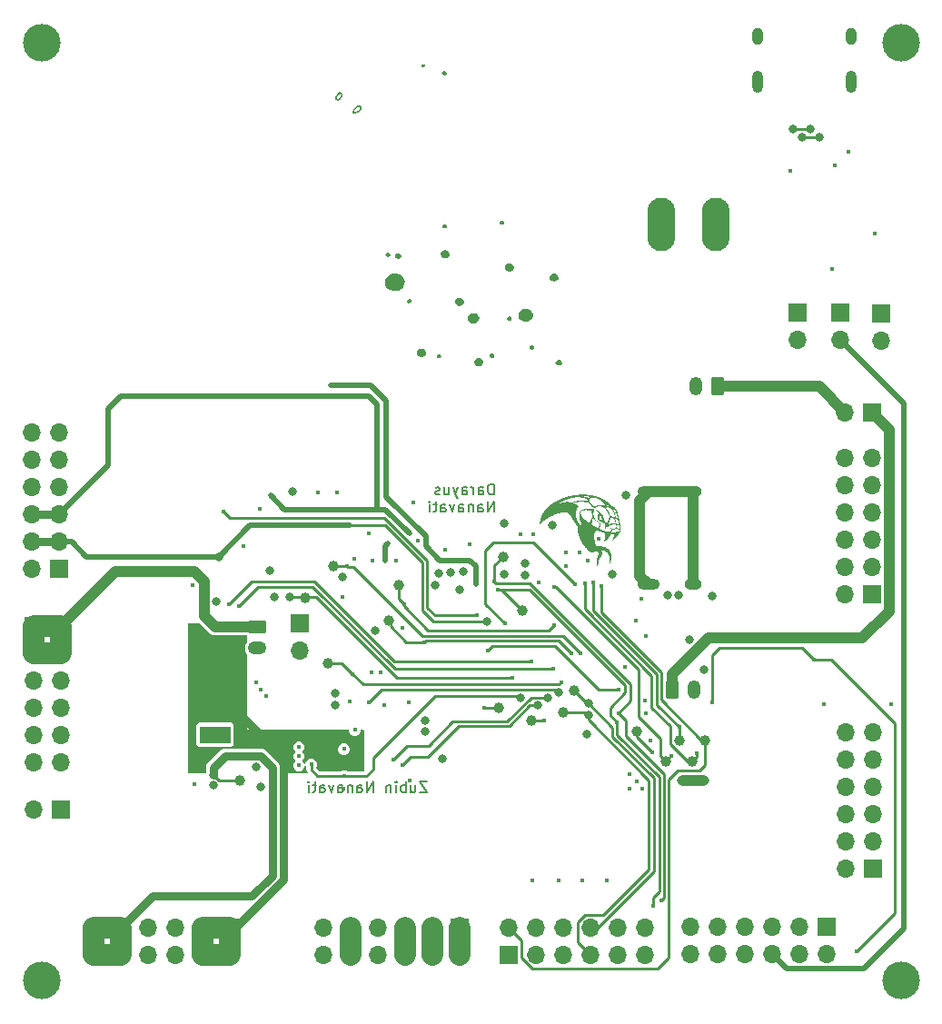
<source format=gbl>
%TF.GenerationSoftware,KiCad,Pcbnew,(6.0.2)*%
%TF.CreationDate,2022-03-08T19:39:46+11:00*%
%TF.ProjectId,VIPBoard,56495042-6f61-4726-942e-6b696361645f,rev?*%
%TF.SameCoordinates,Original*%
%TF.FileFunction,Copper,L4,Bot*%
%TF.FilePolarity,Positive*%
%FSLAX46Y46*%
G04 Gerber Fmt 4.6, Leading zero omitted, Abs format (unit mm)*
G04 Created by KiCad (PCBNEW (6.0.2)) date 2022-03-08 19:39:46*
%MOMM*%
%LPD*%
G01*
G04 APERTURE LIST*
G04 Aperture macros list*
%AMRoundRect*
0 Rectangle with rounded corners*
0 $1 Rounding radius*
0 $2 $3 $4 $5 $6 $7 $8 $9 X,Y pos of 4 corners*
0 Add a 4 corners polygon primitive as box body*
4,1,4,$2,$3,$4,$5,$6,$7,$8,$9,$2,$3,0*
0 Add four circle primitives for the rounded corners*
1,1,$1+$1,$2,$3*
1,1,$1+$1,$4,$5*
1,1,$1+$1,$6,$7*
1,1,$1+$1,$8,$9*
0 Add four rect primitives between the rounded corners*
20,1,$1+$1,$2,$3,$4,$5,0*
20,1,$1+$1,$4,$5,$6,$7,0*
20,1,$1+$1,$6,$7,$8,$9,0*
20,1,$1+$1,$8,$9,$2,$3,0*%
G04 Aperture macros list end*
%ADD10C,0.200000*%
%TA.AperFunction,NonConductor*%
%ADD11C,0.200000*%
%TD*%
%TA.AperFunction,ComponentPad*%
%ADD12R,1.700000X1.700000*%
%TD*%
%TA.AperFunction,ComponentPad*%
%ADD13O,1.700000X1.700000*%
%TD*%
%TA.AperFunction,ComponentPad*%
%ADD14RoundRect,0.250000X-0.625000X0.350000X-0.625000X-0.350000X0.625000X-0.350000X0.625000X0.350000X0*%
%TD*%
%TA.AperFunction,ComponentPad*%
%ADD15O,1.750000X1.200000*%
%TD*%
%TA.AperFunction,ComponentPad*%
%ADD16O,2.600000X5.000000*%
%TD*%
%TA.AperFunction,ComponentPad*%
%ADD17RoundRect,0.250000X0.350000X0.625000X-0.350000X0.625000X-0.350000X-0.625000X0.350000X-0.625000X0*%
%TD*%
%TA.AperFunction,ComponentPad*%
%ADD18O,1.200000X1.750000*%
%TD*%
%TA.AperFunction,ConnectorPad*%
%ADD19C,3.500000*%
%TD*%
%TA.AperFunction,ComponentPad*%
%ADD20C,2.600000*%
%TD*%
%TA.AperFunction,ComponentPad*%
%ADD21RoundRect,0.250000X-0.350000X-0.625000X0.350000X-0.625000X0.350000X0.625000X-0.350000X0.625000X0*%
%TD*%
%TA.AperFunction,ComponentPad*%
%ADD22R,2.850000X1.650000*%
%TD*%
%TA.AperFunction,SMDPad,CuDef*%
%ADD23R,2.500000X1.500000*%
%TD*%
%TA.AperFunction,ComponentPad*%
%ADD24O,1.600000X1.000000*%
%TD*%
%TA.AperFunction,ComponentPad*%
%ADD25O,2.100000X1.000000*%
%TD*%
%TA.AperFunction,ComponentPad*%
%ADD26O,1.000000X1.600000*%
%TD*%
%TA.AperFunction,ComponentPad*%
%ADD27O,1.000000X2.100000*%
%TD*%
%TA.AperFunction,ComponentPad*%
%ADD28O,3.000000X1.000000*%
%TD*%
%TA.AperFunction,SMDPad,CuDef*%
%ADD29C,1.000000*%
%TD*%
%TA.AperFunction,ViaPad*%
%ADD30C,0.450000*%
%TD*%
%TA.AperFunction,ViaPad*%
%ADD31C,0.800000*%
%TD*%
%TA.AperFunction,Conductor*%
%ADD32C,0.250000*%
%TD*%
%TA.AperFunction,Conductor*%
%ADD33C,1.000000*%
%TD*%
%TA.AperFunction,Conductor*%
%ADD34C,0.800000*%
%TD*%
%TA.AperFunction,Conductor*%
%ADD35C,0.500000*%
%TD*%
%TA.AperFunction,Conductor*%
%ADD36C,2.000000*%
%TD*%
G04 APERTURE END LIST*
D10*
D11*
X136887142Y-141438380D02*
X136220476Y-141438380D01*
X136887142Y-142438380D01*
X136220476Y-142438380D01*
X135410952Y-141771714D02*
X135410952Y-142438380D01*
X135839523Y-141771714D02*
X135839523Y-142295523D01*
X135791904Y-142390761D01*
X135696666Y-142438380D01*
X135553809Y-142438380D01*
X135458571Y-142390761D01*
X135410952Y-142343142D01*
X134934761Y-142438380D02*
X134934761Y-141438380D01*
X134934761Y-141819333D02*
X134839523Y-141771714D01*
X134649047Y-141771714D01*
X134553809Y-141819333D01*
X134506190Y-141866952D01*
X134458571Y-141962190D01*
X134458571Y-142247904D01*
X134506190Y-142343142D01*
X134553809Y-142390761D01*
X134649047Y-142438380D01*
X134839523Y-142438380D01*
X134934761Y-142390761D01*
X134030000Y-142438380D02*
X134030000Y-141771714D01*
X134030000Y-141438380D02*
X134077619Y-141486000D01*
X134030000Y-141533619D01*
X133982380Y-141486000D01*
X134030000Y-141438380D01*
X134030000Y-141533619D01*
X133553809Y-141771714D02*
X133553809Y-142438380D01*
X133553809Y-141866952D02*
X133506190Y-141819333D01*
X133410952Y-141771714D01*
X133268095Y-141771714D01*
X133172857Y-141819333D01*
X133125238Y-141914571D01*
X133125238Y-142438380D01*
X131887142Y-142438380D02*
X131887142Y-141438380D01*
X131315714Y-142438380D01*
X131315714Y-141438380D01*
X130410952Y-142438380D02*
X130410952Y-141914571D01*
X130458571Y-141819333D01*
X130553809Y-141771714D01*
X130744285Y-141771714D01*
X130839523Y-141819333D01*
X130410952Y-142390761D02*
X130506190Y-142438380D01*
X130744285Y-142438380D01*
X130839523Y-142390761D01*
X130887142Y-142295523D01*
X130887142Y-142200285D01*
X130839523Y-142105047D01*
X130744285Y-142057428D01*
X130506190Y-142057428D01*
X130410952Y-142009809D01*
X129934761Y-141771714D02*
X129934761Y-142438380D01*
X129934761Y-141866952D02*
X129887142Y-141819333D01*
X129791904Y-141771714D01*
X129649047Y-141771714D01*
X129553809Y-141819333D01*
X129506190Y-141914571D01*
X129506190Y-142438380D01*
X128601428Y-142438380D02*
X128601428Y-141914571D01*
X128649047Y-141819333D01*
X128744285Y-141771714D01*
X128934761Y-141771714D01*
X129030000Y-141819333D01*
X128601428Y-142390761D02*
X128696666Y-142438380D01*
X128934761Y-142438380D01*
X129030000Y-142390761D01*
X129077619Y-142295523D01*
X129077619Y-142200285D01*
X129030000Y-142105047D01*
X128934761Y-142057428D01*
X128696666Y-142057428D01*
X128601428Y-142009809D01*
X128220476Y-141771714D02*
X127982380Y-142438380D01*
X127744285Y-141771714D01*
X126934761Y-142438380D02*
X126934761Y-141914571D01*
X126982380Y-141819333D01*
X127077619Y-141771714D01*
X127268095Y-141771714D01*
X127363333Y-141819333D01*
X126934761Y-142390761D02*
X127030000Y-142438380D01*
X127268095Y-142438380D01*
X127363333Y-142390761D01*
X127410952Y-142295523D01*
X127410952Y-142200285D01*
X127363333Y-142105047D01*
X127268095Y-142057428D01*
X127030000Y-142057428D01*
X126934761Y-142009809D01*
X126601428Y-141771714D02*
X126220476Y-141771714D01*
X126458571Y-141438380D02*
X126458571Y-142295523D01*
X126410952Y-142390761D01*
X126315714Y-142438380D01*
X126220476Y-142438380D01*
X125887142Y-142438380D02*
X125887142Y-141771714D01*
X125887142Y-141438380D02*
X125934761Y-141486000D01*
X125887142Y-141533619D01*
X125839523Y-141486000D01*
X125887142Y-141438380D01*
X125887142Y-141533619D01*
D10*
D11*
X143141904Y-114709380D02*
X143141904Y-113709380D01*
X142903809Y-113709380D01*
X142760952Y-113757000D01*
X142665714Y-113852238D01*
X142618095Y-113947476D01*
X142570476Y-114137952D01*
X142570476Y-114280809D01*
X142618095Y-114471285D01*
X142665714Y-114566523D01*
X142760952Y-114661761D01*
X142903809Y-114709380D01*
X143141904Y-114709380D01*
X141713333Y-114709380D02*
X141713333Y-114185571D01*
X141760952Y-114090333D01*
X141856190Y-114042714D01*
X142046666Y-114042714D01*
X142141904Y-114090333D01*
X141713333Y-114661761D02*
X141808571Y-114709380D01*
X142046666Y-114709380D01*
X142141904Y-114661761D01*
X142189523Y-114566523D01*
X142189523Y-114471285D01*
X142141904Y-114376047D01*
X142046666Y-114328428D01*
X141808571Y-114328428D01*
X141713333Y-114280809D01*
X141237142Y-114709380D02*
X141237142Y-114042714D01*
X141237142Y-114233190D02*
X141189523Y-114137952D01*
X141141904Y-114090333D01*
X141046666Y-114042714D01*
X140951428Y-114042714D01*
X140189523Y-114709380D02*
X140189523Y-114185571D01*
X140237142Y-114090333D01*
X140332380Y-114042714D01*
X140522857Y-114042714D01*
X140618095Y-114090333D01*
X140189523Y-114661761D02*
X140284761Y-114709380D01*
X140522857Y-114709380D01*
X140618095Y-114661761D01*
X140665714Y-114566523D01*
X140665714Y-114471285D01*
X140618095Y-114376047D01*
X140522857Y-114328428D01*
X140284761Y-114328428D01*
X140189523Y-114280809D01*
X139808571Y-114042714D02*
X139570476Y-114709380D01*
X139332380Y-114042714D02*
X139570476Y-114709380D01*
X139665714Y-114947476D01*
X139713333Y-114995095D01*
X139808571Y-115042714D01*
X138522857Y-114042714D02*
X138522857Y-114709380D01*
X138951428Y-114042714D02*
X138951428Y-114566523D01*
X138903809Y-114661761D01*
X138808571Y-114709380D01*
X138665714Y-114709380D01*
X138570476Y-114661761D01*
X138522857Y-114614142D01*
X138094285Y-114661761D02*
X137999047Y-114709380D01*
X137808571Y-114709380D01*
X137713333Y-114661761D01*
X137665714Y-114566523D01*
X137665714Y-114518904D01*
X137713333Y-114423666D01*
X137808571Y-114376047D01*
X137951428Y-114376047D01*
X138046666Y-114328428D01*
X138094285Y-114233190D01*
X138094285Y-114185571D01*
X138046666Y-114090333D01*
X137951428Y-114042714D01*
X137808571Y-114042714D01*
X137713333Y-114090333D01*
X143141904Y-116319380D02*
X143141904Y-115319380D01*
X142570476Y-116319380D01*
X142570476Y-115319380D01*
X141665714Y-116319380D02*
X141665714Y-115795571D01*
X141713333Y-115700333D01*
X141808571Y-115652714D01*
X141999047Y-115652714D01*
X142094285Y-115700333D01*
X141665714Y-116271761D02*
X141760952Y-116319380D01*
X141999047Y-116319380D01*
X142094285Y-116271761D01*
X142141904Y-116176523D01*
X142141904Y-116081285D01*
X142094285Y-115986047D01*
X141999047Y-115938428D01*
X141760952Y-115938428D01*
X141665714Y-115890809D01*
X141189523Y-115652714D02*
X141189523Y-116319380D01*
X141189523Y-115747952D02*
X141141904Y-115700333D01*
X141046666Y-115652714D01*
X140903809Y-115652714D01*
X140808571Y-115700333D01*
X140760952Y-115795571D01*
X140760952Y-116319380D01*
X139856190Y-116319380D02*
X139856190Y-115795571D01*
X139903809Y-115700333D01*
X139999047Y-115652714D01*
X140189523Y-115652714D01*
X140284761Y-115700333D01*
X139856190Y-116271761D02*
X139951428Y-116319380D01*
X140189523Y-116319380D01*
X140284761Y-116271761D01*
X140332380Y-116176523D01*
X140332380Y-116081285D01*
X140284761Y-115986047D01*
X140189523Y-115938428D01*
X139951428Y-115938428D01*
X139856190Y-115890809D01*
X139475238Y-115652714D02*
X139237142Y-116319380D01*
X138999047Y-115652714D01*
X138189523Y-116319380D02*
X138189523Y-115795571D01*
X138237142Y-115700333D01*
X138332380Y-115652714D01*
X138522857Y-115652714D01*
X138618095Y-115700333D01*
X138189523Y-116271761D02*
X138284761Y-116319380D01*
X138522857Y-116319380D01*
X138618095Y-116271761D01*
X138665714Y-116176523D01*
X138665714Y-116081285D01*
X138618095Y-115986047D01*
X138522857Y-115938428D01*
X138284761Y-115938428D01*
X138189523Y-115890809D01*
X137856190Y-115652714D02*
X137475238Y-115652714D01*
X137713333Y-115319380D02*
X137713333Y-116176523D01*
X137665714Y-116271761D01*
X137570476Y-116319380D01*
X137475238Y-116319380D01*
X137141904Y-116319380D02*
X137141904Y-115652714D01*
X137141904Y-115319380D02*
X137189523Y-115367000D01*
X137141904Y-115414619D01*
X137094285Y-115367000D01*
X137141904Y-115319380D01*
X137141904Y-115414619D01*
%TO.C,G\u002A\u002A\u002A*%
G36*
X153626842Y-115327598D02*
G01*
X153633676Y-115332934D01*
X153640402Y-115338185D01*
X153651004Y-115347182D01*
X153656602Y-115353042D01*
X153658409Y-115355184D01*
X153665069Y-115358354D01*
X153666433Y-115358719D01*
X153671725Y-115361843D01*
X153680814Y-115368502D01*
X153694214Y-115379106D01*
X153712436Y-115394067D01*
X153735994Y-115413794D01*
X153765400Y-115438699D01*
X153779621Y-115450869D01*
X153799461Y-115468242D01*
X153818293Y-115485344D01*
X153837829Y-115503774D01*
X153859786Y-115525128D01*
X153885877Y-115551007D01*
X153901932Y-115567216D01*
X153925058Y-115591078D01*
X153948011Y-115615271D01*
X153968824Y-115637720D01*
X153985533Y-115656344D01*
X154002771Y-115676027D01*
X154019414Y-115694827D01*
X154032123Y-115708759D01*
X154041777Y-115718667D01*
X154049255Y-115725395D01*
X154055438Y-115729786D01*
X154061205Y-115732686D01*
X154067434Y-115734937D01*
X154069235Y-115735538D01*
X154083210Y-115740816D01*
X154094951Y-115746121D01*
X154104472Y-115750084D01*
X154113529Y-115752007D01*
X154119247Y-115752989D01*
X154131578Y-115756236D01*
X154147973Y-115761108D01*
X154166322Y-115766932D01*
X154167634Y-115767372D01*
X154184518Y-115773036D01*
X154200452Y-115778749D01*
X154212017Y-115783399D01*
X154230552Y-115791842D01*
X154246949Y-115799780D01*
X154261860Y-115806999D01*
X154288609Y-115821545D01*
X154313090Y-115836865D01*
X154337595Y-115854341D01*
X154364417Y-115875356D01*
X154371141Y-115880954D01*
X154391317Y-115899216D01*
X154412562Y-115920184D01*
X154432961Y-115941854D01*
X154450600Y-115962218D01*
X154463565Y-115979271D01*
X154470674Y-115989488D01*
X154481446Y-116004527D01*
X154492503Y-116019611D01*
X154493179Y-116020522D01*
X154501914Y-116032729D01*
X154508111Y-116042166D01*
X154510467Y-116046855D01*
X154512612Y-116051280D01*
X154518499Y-116058677D01*
X154523731Y-116065673D01*
X154532079Y-116078848D01*
X154541871Y-116095581D01*
X154551894Y-116113733D01*
X154560938Y-116131163D01*
X154567790Y-116145733D01*
X154568532Y-116147433D01*
X154573943Y-116158847D01*
X154578426Y-116166900D01*
X154580834Y-116171011D01*
X154585320Y-116181245D01*
X154586611Y-116184602D01*
X154591486Y-116195275D01*
X154597897Y-116207927D01*
X154601233Y-116214461D01*
X154605972Y-116224980D01*
X154607833Y-116231068D01*
X154608712Y-116234588D01*
X154612555Y-116244171D01*
X154618417Y-116256592D01*
X154622610Y-116265324D01*
X154627267Y-116276295D01*
X154629133Y-116282606D01*
X154630038Y-116286295D01*
X154633876Y-116296133D01*
X154639677Y-116308717D01*
X154643738Y-116317444D01*
X154648387Y-116329065D01*
X154650272Y-116336233D01*
X154650568Y-116338315D01*
X154653541Y-116347690D01*
X154658633Y-116359517D01*
X154660578Y-116363749D01*
X154665086Y-116375619D01*
X154666957Y-116383986D01*
X154668052Y-116389794D01*
X154671755Y-116401624D01*
X154677144Y-116415736D01*
X154681356Y-116426657D01*
X154686806Y-116443191D01*
X154690152Y-116456444D01*
X154690547Y-116458478D01*
X154694303Y-116471715D01*
X154698919Y-116481844D01*
X154701983Y-116488717D01*
X154705854Y-116502008D01*
X154709027Y-116517632D01*
X154711516Y-116530733D01*
X154714689Y-116542932D01*
X154717509Y-116549545D01*
X154720229Y-116555993D01*
X154723399Y-116568214D01*
X154726309Y-116583520D01*
X154729221Y-116598724D01*
X154733030Y-116613654D01*
X154736649Y-116623573D01*
X154740100Y-116633068D01*
X154743852Y-116647920D01*
X154747000Y-116664699D01*
X154749984Y-116681037D01*
X154753845Y-116697448D01*
X154757539Y-116709149D01*
X154759910Y-116716158D01*
X154763673Y-116731636D01*
X154766406Y-116748155D01*
X154768397Y-116761311D01*
X154772407Y-116781788D01*
X154777029Y-116801071D01*
X154780829Y-116817402D01*
X154784914Y-116840040D01*
X154787627Y-116861037D01*
X154787775Y-116862590D01*
X154789812Y-116878968D01*
X154792278Y-116892482D01*
X154794675Y-116900341D01*
X154796449Y-116905802D01*
X154799164Y-116918399D01*
X154802149Y-116935636D01*
X154805020Y-116955457D01*
X154807224Y-116971418D01*
X154810241Y-116991183D01*
X154813042Y-117007445D01*
X154815226Y-117017753D01*
X154815349Y-117018223D01*
X154817431Y-117028627D01*
X154820101Y-117045112D01*
X154823027Y-117065510D01*
X154824730Y-117078731D01*
X154825879Y-117087650D01*
X154826081Y-117089314D01*
X154828957Y-117111393D01*
X154831893Y-117131563D01*
X154834556Y-117147654D01*
X154836613Y-117157500D01*
X154837657Y-117162290D01*
X154839724Y-117176368D01*
X154841654Y-117194731D01*
X154843135Y-117214650D01*
X154847598Y-117253034D01*
X154858377Y-117300578D01*
X154874483Y-117348000D01*
X154876072Y-117352205D01*
X154881483Y-117369598D01*
X154885200Y-117386008D01*
X154886067Y-117390641D01*
X154889642Y-117404033D01*
X154893660Y-117413524D01*
X154895451Y-117417186D01*
X154899176Y-117429025D01*
X154901987Y-117443250D01*
X154903379Y-117451391D01*
X154907639Y-117470029D01*
X154912793Y-117487700D01*
X154915498Y-117496416D01*
X154920216Y-117514802D01*
X154920348Y-117515316D01*
X154923558Y-117532150D01*
X154924599Y-117538844D01*
X154927531Y-117553332D01*
X154930546Y-117563900D01*
X154932647Y-117571593D01*
X154935654Y-117585885D01*
X154939078Y-117604478D01*
X154942512Y-117625284D01*
X154945563Y-117644424D01*
X154949096Y-117665608D01*
X154952243Y-117683509D01*
X154954568Y-117695583D01*
X154956424Y-117707800D01*
X154958370Y-117727173D01*
X154960248Y-117751636D01*
X154961970Y-117779469D01*
X154963451Y-117808949D01*
X154964605Y-117838355D01*
X154965344Y-117865966D01*
X154965584Y-117890061D01*
X154965239Y-117908917D01*
X154964885Y-117917073D01*
X154964659Y-117921677D01*
X154963171Y-117951934D01*
X154961367Y-117979840D01*
X154959340Y-118002042D01*
X154956956Y-118019793D01*
X154954084Y-118034346D01*
X154950589Y-118046953D01*
X154946869Y-118059781D01*
X154943547Y-118074225D01*
X154942267Y-118084156D01*
X154942213Y-118085565D01*
X154939647Y-118097386D01*
X154934423Y-118110063D01*
X154933644Y-118111558D01*
X154926843Y-118126473D01*
X154921081Y-118141750D01*
X154920213Y-118144327D01*
X154914741Y-118158151D01*
X154909197Y-118169267D01*
X154900002Y-118184145D01*
X154875219Y-118220264D01*
X154848428Y-118253039D01*
X154816832Y-118286003D01*
X154802479Y-118301123D01*
X154791606Y-118315908D01*
X154785881Y-118329216D01*
X154784634Y-118333478D01*
X154780649Y-118343867D01*
X154777107Y-118349220D01*
X154774915Y-118352156D01*
X154770766Y-118361487D01*
X154766442Y-118374444D01*
X154763414Y-118383610D01*
X154758263Y-118395500D01*
X154753686Y-118402264D01*
X154750444Y-118405580D01*
X154747533Y-118411508D01*
X154747532Y-118411555D01*
X154745400Y-118416706D01*
X154739820Y-118427549D01*
X154731654Y-118442549D01*
X154721765Y-118460167D01*
X154711016Y-118478867D01*
X154700267Y-118497111D01*
X154690383Y-118513363D01*
X154688192Y-118516793D01*
X154678635Y-118530725D01*
X154665866Y-118548377D01*
X154651051Y-118568234D01*
X154635354Y-118588783D01*
X154619940Y-118608511D01*
X154605973Y-118625904D01*
X154594619Y-118639450D01*
X154587042Y-118647634D01*
X154584255Y-118650481D01*
X154576139Y-118659688D01*
X154566940Y-118670917D01*
X154564501Y-118673901D01*
X154552802Y-118686971D01*
X154536411Y-118704118D01*
X154516567Y-118724134D01*
X154494507Y-118745812D01*
X154471469Y-118767946D01*
X154448691Y-118789329D01*
X154427411Y-118808755D01*
X154408867Y-118825015D01*
X154408493Y-118825334D01*
X154392428Y-118839017D01*
X154378227Y-118851114D01*
X154367418Y-118860324D01*
X154361528Y-118865346D01*
X154354600Y-118871214D01*
X154337686Y-118885212D01*
X154320562Y-118899007D01*
X154304570Y-118911554D01*
X154291053Y-118921810D01*
X154281353Y-118928728D01*
X154276810Y-118931267D01*
X154272724Y-118933163D01*
X154263882Y-118939297D01*
X154252721Y-118948200D01*
X154243044Y-118955937D01*
X154233537Y-118962579D01*
X154228138Y-118965133D01*
X154224878Y-118966140D01*
X154218367Y-118971483D01*
X154213443Y-118976217D01*
X154207203Y-118976626D01*
X154201154Y-118968845D01*
X154200654Y-118967861D01*
X154199272Y-118963331D01*
X154199581Y-118957592D01*
X154202031Y-118949386D01*
X154207073Y-118937456D01*
X154215156Y-118920547D01*
X154226730Y-118897400D01*
X154227307Y-118896238D01*
X154233153Y-118882511D01*
X154237201Y-118869883D01*
X154240698Y-118859545D01*
X154245645Y-118850833D01*
X154250160Y-118843107D01*
X154254108Y-118831783D01*
X154258001Y-118819150D01*
X154263478Y-118805635D01*
X154265354Y-118801310D01*
X154271278Y-118784457D01*
X154278314Y-118760666D01*
X154286177Y-118730949D01*
X154294577Y-118696317D01*
X154295157Y-118693837D01*
X154299605Y-118675230D01*
X154303871Y-118657972D01*
X154307104Y-118645517D01*
X154307848Y-118641720D01*
X154309323Y-118628801D01*
X154310800Y-118609628D01*
X154312191Y-118585649D01*
X154313404Y-118558315D01*
X154314350Y-118529073D01*
X154314509Y-118522970D01*
X154315232Y-118492252D01*
X154315585Y-118468787D01*
X154315531Y-118451544D01*
X154315031Y-118439492D01*
X154314049Y-118431600D01*
X154312545Y-118426839D01*
X154310481Y-118424178D01*
X154303749Y-118421720D01*
X154289293Y-118419210D01*
X154268106Y-118416863D01*
X154241072Y-118414798D01*
X154239789Y-118414716D01*
X154211404Y-118412798D01*
X154180561Y-118410544D01*
X154150897Y-118408228D01*
X154126049Y-118406124D01*
X154103971Y-118404292D01*
X154087911Y-118403439D01*
X154077082Y-118403680D01*
X154069871Y-118405052D01*
X154064666Y-118407593D01*
X154061082Y-118411113D01*
X154053571Y-118421457D01*
X154044527Y-118436208D01*
X154035197Y-118453429D01*
X154029110Y-118465323D01*
X154020667Y-118481573D01*
X154013884Y-118494340D01*
X154009835Y-118501584D01*
X154006488Y-118506924D01*
X153998210Y-118519751D01*
X153987596Y-118535942D01*
X153976035Y-118553405D01*
X153964914Y-118570044D01*
X153955623Y-118583767D01*
X153949550Y-118592480D01*
X153942976Y-118601796D01*
X153933661Y-118615324D01*
X153923702Y-118630023D01*
X153913848Y-118644146D01*
X153901575Y-118660698D01*
X153890974Y-118673994D01*
X153887748Y-118677813D01*
X153876497Y-118691247D01*
X153862992Y-118707490D01*
X153849486Y-118723834D01*
X153829824Y-118746791D01*
X153797437Y-118781959D01*
X153760276Y-118819882D01*
X153719613Y-118859358D01*
X153676720Y-118899189D01*
X153632870Y-118938175D01*
X153589334Y-118975115D01*
X153547384Y-119008810D01*
X153545360Y-119010384D01*
X153526033Y-119025421D01*
X153507202Y-119040086D01*
X153490929Y-119052772D01*
X153479278Y-119061871D01*
X153474443Y-119065583D01*
X153461449Y-119075186D01*
X153446016Y-119086250D01*
X153429694Y-119097704D01*
X153414032Y-119108477D01*
X153400580Y-119117498D01*
X153390887Y-119123696D01*
X153386502Y-119126000D01*
X153384205Y-119123871D01*
X153379841Y-119116925D01*
X153378269Y-119112292D01*
X153378618Y-119105902D01*
X153381529Y-119096549D01*
X153387477Y-119082733D01*
X153396938Y-119062950D01*
X153404907Y-119046713D01*
X153414117Y-119028091D01*
X153421871Y-119012566D01*
X153427046Y-119002395D01*
X153428752Y-118998998D01*
X153433354Y-118988278D01*
X153435200Y-118981289D01*
X153436032Y-118977428D01*
X153439763Y-118967339D01*
X153445477Y-118954611D01*
X153447201Y-118950864D01*
X153453609Y-118934893D01*
X153460550Y-118915229D01*
X153466798Y-118895283D01*
X153468289Y-118890141D01*
X153474569Y-118868487D01*
X153480805Y-118847002D01*
X153485840Y-118829667D01*
X153498480Y-118782420D01*
X153509041Y-118731842D01*
X153515629Y-118683617D01*
X153517259Y-118668701D01*
X153519855Y-118648841D01*
X153522489Y-118632363D01*
X153524786Y-118621793D01*
X153526259Y-118613236D01*
X153527343Y-118596189D01*
X153527672Y-118573274D01*
X153527296Y-118545901D01*
X153526265Y-118515480D01*
X153524629Y-118483421D01*
X153522438Y-118451134D01*
X153519743Y-118420029D01*
X153516593Y-118391517D01*
X153516272Y-118388974D01*
X153511664Y-118356694D01*
X153506751Y-118331892D01*
X153501028Y-118313650D01*
X153493995Y-118301046D01*
X153485148Y-118293159D01*
X153473985Y-118289070D01*
X153460004Y-118287858D01*
X153456400Y-118287545D01*
X153443980Y-118284552D01*
X153430371Y-118279426D01*
X153425144Y-118277233D01*
X153411334Y-118272776D01*
X153400434Y-118270960D01*
X153394689Y-118270372D01*
X153381338Y-118267437D01*
X153366567Y-118262882D01*
X153355031Y-118259014D01*
X153335486Y-118253068D01*
X153316667Y-118247905D01*
X153308044Y-118245706D01*
X153274066Y-118236840D01*
X153247411Y-118229494D01*
X153227299Y-118223446D01*
X153223759Y-118222220D01*
X154101234Y-118222220D01*
X154105444Y-118231724D01*
X154106428Y-118232561D01*
X154110874Y-118234616D01*
X154118522Y-118236201D01*
X154130424Y-118237402D01*
X154147633Y-118238302D01*
X154171203Y-118238989D01*
X154202187Y-118239545D01*
X154213675Y-118239703D01*
X154244471Y-118239917D01*
X154269679Y-118239621D01*
X154291471Y-118238696D01*
X154312019Y-118237021D01*
X154333494Y-118234476D01*
X154358067Y-118230943D01*
X154369278Y-118229187D01*
X154392865Y-118225131D01*
X154413918Y-118221048D01*
X154430486Y-118217330D01*
X154440617Y-118214369D01*
X154444503Y-118212903D01*
X154456138Y-118209138D01*
X154463900Y-118207527D01*
X154470807Y-118205977D01*
X154480934Y-118201739D01*
X154492386Y-118196454D01*
X154505607Y-118191286D01*
X154517070Y-118186039D01*
X154532626Y-118177185D01*
X154549763Y-118166309D01*
X154566218Y-118154915D01*
X154579729Y-118144505D01*
X154588032Y-118136578D01*
X154595048Y-118130553D01*
X154607263Y-118127027D01*
X154618871Y-118130173D01*
X154619548Y-118130699D01*
X154625316Y-118136513D01*
X154634398Y-118146668D01*
X154645151Y-118159342D01*
X154649185Y-118164076D01*
X154668471Y-118182496D01*
X154687914Y-118193282D01*
X154708948Y-118197004D01*
X154733007Y-118194232D01*
X154759088Y-118184387D01*
X154784140Y-118166491D01*
X154806862Y-118141226D01*
X154826814Y-118109084D01*
X154843556Y-118070558D01*
X154844874Y-118066855D01*
X154848295Y-118056350D01*
X154850999Y-118045831D01*
X154853172Y-118033890D01*
X154855000Y-118019120D01*
X154856666Y-118000114D01*
X154858358Y-117975464D01*
X154860260Y-117943765D01*
X154860438Y-117940233D01*
X154860838Y-117921677D01*
X154860707Y-117898617D01*
X154860116Y-117872494D01*
X154859138Y-117844750D01*
X154857846Y-117816825D01*
X154856313Y-117790161D01*
X154854611Y-117766198D01*
X154852814Y-117746378D01*
X154850992Y-117732142D01*
X154849221Y-117724930D01*
X154847386Y-117719217D01*
X154844657Y-117706468D01*
X154841652Y-117689099D01*
X154838755Y-117669148D01*
X154834817Y-117641782D01*
X154829509Y-117613287D01*
X154823519Y-117591548D01*
X154816390Y-117575600D01*
X154807666Y-117564481D01*
X154796888Y-117557227D01*
X154783601Y-117552875D01*
X154782459Y-117552607D01*
X154769457Y-117548267D01*
X154756063Y-117542169D01*
X154754040Y-117541131D01*
X154741684Y-117536251D01*
X154731489Y-117534267D01*
X154728526Y-117534019D01*
X154716990Y-117531189D01*
X154703910Y-117526217D01*
X154701885Y-117525361D01*
X154687801Y-117520911D01*
X154669416Y-117516676D01*
X154650167Y-117513470D01*
X154644959Y-117512780D01*
X154627358Y-117510318D01*
X154612654Y-117508072D01*
X154603600Y-117506456D01*
X154595837Y-117506200D01*
X154584737Y-117510258D01*
X154584237Y-117510631D01*
X154580110Y-117514575D01*
X154578460Y-117519781D01*
X154579076Y-117528583D01*
X154581746Y-117543314D01*
X154582814Y-117549713D01*
X154584938Y-117567006D01*
X154587061Y-117589394D01*
X154588986Y-117614686D01*
X154590515Y-117640688D01*
X154590539Y-117641176D01*
X154592132Y-117669386D01*
X154593816Y-117690310D01*
X154594303Y-117694059D01*
X154595740Y-117705112D01*
X154598056Y-117714956D01*
X154600914Y-117721005D01*
X154605567Y-117728990D01*
X154607833Y-117736017D01*
X154607842Y-117736475D01*
X154610229Y-117746169D01*
X154617093Y-117761065D01*
X154628778Y-117781917D01*
X154633573Y-117790292D01*
X154641960Y-117805939D01*
X154648294Y-117818959D01*
X154649989Y-117822571D01*
X154655144Y-117831329D01*
X154658984Y-117834834D01*
X154659484Y-117834933D01*
X154664035Y-117839313D01*
X154669549Y-117848176D01*
X154675274Y-117856938D01*
X154685441Y-117869566D01*
X154697275Y-117882344D01*
X154708102Y-117893609D01*
X154718365Y-117905153D01*
X154724837Y-117913452D01*
X154730995Y-117920501D01*
X154737197Y-117923734D01*
X154741586Y-117925205D01*
X154748352Y-117931327D01*
X154748717Y-117931810D01*
X154756476Y-117939447D01*
X154766940Y-117947202D01*
X154768892Y-117948441D01*
X154782044Y-117956816D01*
X154795509Y-117965423D01*
X154799717Y-117968356D01*
X154806796Y-117975014D01*
X154808379Y-117979637D01*
X154807355Y-117980530D01*
X154799904Y-117981825D01*
X154788381Y-117981096D01*
X154775842Y-117978679D01*
X154765340Y-117974910D01*
X154765192Y-117974834D01*
X154757680Y-117971051D01*
X154745281Y-117964861D01*
X154730600Y-117957564D01*
X154729248Y-117956891D01*
X154715692Y-117949853D01*
X154705564Y-117944089D01*
X154700967Y-117940791D01*
X154696290Y-117936947D01*
X154687516Y-117931757D01*
X154679467Y-117926728D01*
X154664759Y-117915385D01*
X154648200Y-117900932D01*
X154631917Y-117885341D01*
X154618038Y-117870588D01*
X154608691Y-117858645D01*
X154605443Y-117853799D01*
X154596089Y-117841262D01*
X154587843Y-117831886D01*
X154578255Y-117822588D01*
X154573466Y-117831535D01*
X154562538Y-117848695D01*
X154543884Y-117871768D01*
X154520580Y-117896122D01*
X154494126Y-117920211D01*
X154466017Y-117942489D01*
X154450098Y-117953290D01*
X154430389Y-117965210D01*
X154409235Y-117976914D01*
X154388351Y-117987532D01*
X154369451Y-117996193D01*
X154354251Y-118002028D01*
X154344466Y-118004167D01*
X154343883Y-118004193D01*
X154336041Y-118005492D01*
X154322914Y-118008358D01*
X154307006Y-118012252D01*
X154286553Y-118016691D01*
X154262586Y-118020675D01*
X154240561Y-118023279D01*
X154227311Y-118024466D01*
X154215111Y-118026090D01*
X154208195Y-118028332D01*
X154204732Y-118031879D01*
X154202891Y-118037418D01*
X154202660Y-118038342D01*
X154196724Y-118055410D01*
X154186851Y-118077333D01*
X154174064Y-118102282D01*
X154159390Y-118128424D01*
X154143853Y-118153929D01*
X154128478Y-118176965D01*
X154114290Y-118195702D01*
X154104695Y-118209648D01*
X154101234Y-118222220D01*
X153223759Y-118222220D01*
X153212950Y-118218477D01*
X153209379Y-118217167D01*
X153196808Y-118213385D01*
X153187550Y-118211760D01*
X153178780Y-118210029D01*
X153167600Y-118205557D01*
X153161230Y-118202843D01*
X153147273Y-118198376D01*
X153131616Y-118194541D01*
X153120841Y-118192032D01*
X153108666Y-118188368D01*
X153101815Y-118185214D01*
X153097349Y-118182895D01*
X153086289Y-118179048D01*
X153072182Y-118175288D01*
X153068341Y-118174374D01*
X153050323Y-118169602D01*
X153030581Y-118163790D01*
X153011596Y-118157722D01*
X152995850Y-118152183D01*
X152985824Y-118147960D01*
X152980237Y-118145713D01*
X152968208Y-118141850D01*
X152953536Y-118137759D01*
X152942133Y-118134524D01*
X152926936Y-118129427D01*
X152916079Y-118124862D01*
X152905205Y-118120443D01*
X152895387Y-118118493D01*
X152892670Y-118118174D01*
X152882169Y-118114802D01*
X152869987Y-118108942D01*
X152866902Y-118107249D01*
X152860146Y-118104161D01*
X152852551Y-118102016D01*
X152842590Y-118100650D01*
X152828740Y-118099898D01*
X152809474Y-118099596D01*
X152783267Y-118099578D01*
X152779733Y-118099587D01*
X152754013Y-118099779D01*
X152734991Y-118100290D01*
X152721083Y-118101283D01*
X152710707Y-118102922D01*
X152702280Y-118105371D01*
X152694220Y-118108793D01*
X152688407Y-118111426D01*
X152674009Y-118117232D01*
X152662470Y-118120997D01*
X152651483Y-118125322D01*
X152634050Y-118135954D01*
X152614783Y-118150835D01*
X152595433Y-118168464D01*
X152577746Y-118187340D01*
X152563472Y-118205964D01*
X152558772Y-118213148D01*
X152550154Y-118227087D01*
X152544193Y-118237817D01*
X152541967Y-118243459D01*
X152541199Y-118246669D01*
X152536127Y-118253510D01*
X152536081Y-118253549D01*
X152531188Y-118260995D01*
X152527588Y-118272020D01*
X152526323Y-118277416D01*
X152522100Y-118291729D01*
X152516822Y-118306850D01*
X152515702Y-118310123D01*
X152511938Y-118324406D01*
X152507728Y-118344176D01*
X152503509Y-118367268D01*
X152499719Y-118391517D01*
X152497589Y-118407077D01*
X152494785Y-118431253D01*
X152492970Y-118454175D01*
X152492022Y-118478270D01*
X152491819Y-118505964D01*
X152492238Y-118539684D01*
X152492365Y-118545697D01*
X152493626Y-118580633D01*
X152495756Y-118619073D01*
X152498602Y-118659307D01*
X152502009Y-118699625D01*
X152505823Y-118738319D01*
X152509891Y-118773677D01*
X152511532Y-118785617D01*
X152514058Y-118803991D01*
X152518171Y-118827550D01*
X152521516Y-118846399D01*
X152524788Y-118869558D01*
X152527096Y-118891050D01*
X152527177Y-118892002D01*
X152529410Y-118911707D01*
X152532469Y-118931089D01*
X152535718Y-118946083D01*
X152537911Y-118955059D01*
X152541628Y-118974149D01*
X152544292Y-118992650D01*
X152546620Y-119008969D01*
X152550455Y-119029888D01*
X152554833Y-119049800D01*
X152558738Y-119068015D01*
X152562815Y-119091842D01*
X152565505Y-119113200D01*
X152567754Y-119131276D01*
X152570914Y-119148694D01*
X152574277Y-119161455D01*
X152575582Y-119165736D01*
X152578860Y-119180199D01*
X152582132Y-119198840D01*
X152584851Y-119218706D01*
X152586108Y-119228794D01*
X152588666Y-119245993D01*
X152591180Y-119259289D01*
X152593253Y-119266422D01*
X152594795Y-119271165D01*
X152597457Y-119283185D01*
X152600500Y-119299932D01*
X152603523Y-119319339D01*
X152605742Y-119334054D01*
X152608893Y-119352869D01*
X152611779Y-119367963D01*
X152613977Y-119376998D01*
X152615349Y-119382598D01*
X152617721Y-119396170D01*
X152620252Y-119414145D01*
X152622584Y-119434148D01*
X152625039Y-119454666D01*
X152629361Y-119481529D01*
X152634281Y-119503382D01*
X152639527Y-119519072D01*
X152644822Y-119527450D01*
X152645016Y-119527585D01*
X152651930Y-119528859D01*
X152667267Y-119529471D01*
X152691011Y-119529419D01*
X152723146Y-119528704D01*
X152763656Y-119527326D01*
X152767631Y-119527179D01*
X152800353Y-119526293D01*
X152836705Y-119525797D01*
X152875585Y-119525664D01*
X152915896Y-119525869D01*
X152956538Y-119526385D01*
X152996410Y-119527189D01*
X153034414Y-119528252D01*
X153069449Y-119529550D01*
X153100416Y-119531058D01*
X153126217Y-119532748D01*
X153145750Y-119534595D01*
X153157917Y-119536574D01*
X153163050Y-119537685D01*
X153177958Y-119540190D01*
X153196959Y-119542799D01*
X153217184Y-119545101D01*
X153226808Y-119546117D01*
X153242292Y-119548010D01*
X153257963Y-119550354D01*
X153275435Y-119553443D01*
X153296318Y-119557569D01*
X153322225Y-119563026D01*
X153354767Y-119570106D01*
X153382908Y-119576899D01*
X153417733Y-119586530D01*
X153454753Y-119597807D01*
X153492227Y-119610136D01*
X153528416Y-119622921D01*
X153561579Y-119635567D01*
X153589977Y-119647479D01*
X153611871Y-119658062D01*
X153614889Y-119659684D01*
X153630632Y-119668111D01*
X153649551Y-119678199D01*
X153668196Y-119688109D01*
X153700343Y-119706563D01*
X153749245Y-119739733D01*
X153800270Y-119780260D01*
X153853810Y-119828442D01*
X153861376Y-119836348D01*
X153872664Y-119849045D01*
X153885885Y-119864448D01*
X153899361Y-119880573D01*
X153911412Y-119895435D01*
X153920358Y-119907050D01*
X153922554Y-119910023D01*
X153930230Y-119920261D01*
X153939113Y-119931974D01*
X153943106Y-119937510D01*
X153949248Y-119947634D01*
X153951667Y-119954199D01*
X153952015Y-119956576D01*
X153955564Y-119959967D01*
X153956578Y-119960549D01*
X153961180Y-119966649D01*
X153967842Y-119977978D01*
X153975496Y-119992775D01*
X153978128Y-119998112D01*
X153985890Y-120013319D01*
X153992399Y-120025336D01*
X153996464Y-120031933D01*
X153996987Y-120032653D01*
X154001706Y-120041605D01*
X154006258Y-120053446D01*
X154007000Y-120055669D01*
X154012762Y-120070426D01*
X154019493Y-120085033D01*
X154021500Y-120089128D01*
X154026050Y-120099971D01*
X154027867Y-120106927D01*
X154028075Y-120108521D01*
X154031019Y-120117059D01*
X154036333Y-120128194D01*
X154037935Y-120131354D01*
X154042829Y-120143713D01*
X154044800Y-120153420D01*
X154045411Y-120158654D01*
X154048381Y-120170993D01*
X154052989Y-120185233D01*
X154054123Y-120188517D01*
X154058844Y-120205027D01*
X154063600Y-120225310D01*
X154067515Y-120245717D01*
X154068524Y-120251625D01*
X154072238Y-120271536D01*
X154076053Y-120289725D01*
X154079284Y-120302867D01*
X154080064Y-120306226D01*
X154081398Y-120316013D01*
X154082472Y-120330505D01*
X154083302Y-120350330D01*
X154083905Y-120376113D01*
X154084299Y-120408482D01*
X154084501Y-120448064D01*
X154084527Y-120495483D01*
X154084517Y-120504037D01*
X154084410Y-120547175D01*
X154084197Y-120582944D01*
X154083844Y-120612271D01*
X154083317Y-120636087D01*
X154082582Y-120655321D01*
X154081605Y-120670903D01*
X154080352Y-120683763D01*
X154078789Y-120694830D01*
X154076883Y-120705034D01*
X154076483Y-120706981D01*
X154072344Y-120728755D01*
X154068497Y-120751520D01*
X154065727Y-120770650D01*
X154065497Y-120772436D01*
X154062448Y-120792120D01*
X154058238Y-120814923D01*
X154053705Y-120836267D01*
X154052736Y-120840467D01*
X154048295Y-120859911D01*
X154044226Y-120878004D01*
X154041307Y-120891300D01*
X154040828Y-120893517D01*
X154036490Y-120912334D01*
X154031485Y-120932344D01*
X154026331Y-120951657D01*
X154021546Y-120968388D01*
X154017649Y-120980648D01*
X154015157Y-120986550D01*
X154014154Y-120988421D01*
X154011370Y-120997387D01*
X154008844Y-121009834D01*
X154008060Y-121014108D01*
X154003635Y-121031504D01*
X153997986Y-121047934D01*
X153996198Y-121052438D01*
X153990285Y-121068980D01*
X153985738Y-121083917D01*
X153982674Y-121094608D01*
X153977847Y-121106282D01*
X153973030Y-121110545D01*
X153967745Y-121108038D01*
X153966699Y-121106140D01*
X153965366Y-121100111D01*
X153964265Y-121089641D01*
X153963371Y-121074061D01*
X153962656Y-121052698D01*
X153962094Y-121024883D01*
X153961658Y-120989943D01*
X153961320Y-120947207D01*
X153961011Y-120913497D01*
X153960487Y-120878543D01*
X153959797Y-120846398D01*
X153958975Y-120818193D01*
X153958056Y-120795059D01*
X153957071Y-120778129D01*
X153956055Y-120768534D01*
X153955484Y-120765323D01*
X153952790Y-120748403D01*
X153949847Y-120727760D01*
X153947196Y-120707150D01*
X153946541Y-120701789D01*
X153943859Y-120681319D01*
X153941111Y-120662168D01*
X153938801Y-120647883D01*
X153936343Y-120634429D01*
X153929278Y-120597746D01*
X153922755Y-120566878D01*
X153916963Y-120542685D01*
X153912091Y-120526027D01*
X153909734Y-120518891D01*
X153906415Y-120507396D01*
X153905122Y-120500627D01*
X153904962Y-120499083D01*
X153902838Y-120489991D01*
X153898737Y-120475578D01*
X153893290Y-120457817D01*
X153887129Y-120438686D01*
X153880886Y-120420159D01*
X153875190Y-120404214D01*
X153870675Y-120392825D01*
X153869248Y-120389579D01*
X153859031Y-120366395D01*
X153851175Y-120348725D01*
X153844776Y-120334558D01*
X153838925Y-120321885D01*
X153832717Y-120308697D01*
X153826627Y-120295214D01*
X153822145Y-120284040D01*
X153820434Y-120278006D01*
X153820241Y-120276530D01*
X153816528Y-120273233D01*
X153815982Y-120273113D01*
X153812008Y-120268392D01*
X153807902Y-120258929D01*
X153807775Y-120258547D01*
X153802014Y-120246427D01*
X153794874Y-120237106D01*
X153789406Y-120231189D01*
X153786567Y-120225693D01*
X153786424Y-120225037D01*
X153782994Y-120218710D01*
X153775924Y-120208042D01*
X153766459Y-120194935D01*
X153764928Y-120192887D01*
X153754491Y-120178774D01*
X153745587Y-120166497D01*
X153740000Y-120158515D01*
X153737208Y-120154612D01*
X153728775Y-120143988D01*
X153718834Y-120132407D01*
X153702207Y-120114432D01*
X153655256Y-120069123D01*
X153605254Y-120028016D01*
X153553910Y-119992446D01*
X153502934Y-119963748D01*
X153481971Y-119953808D01*
X153456497Y-119942614D01*
X153430861Y-119932138D01*
X153406622Y-119922969D01*
X153385341Y-119915692D01*
X153368578Y-119910896D01*
X153357892Y-119909167D01*
X153349175Y-119907442D01*
X153338190Y-119903001D01*
X153331317Y-119900537D01*
X153317112Y-119897064D01*
X153298611Y-119893515D01*
X153278076Y-119890364D01*
X153261991Y-119888143D01*
X153240478Y-119885006D01*
X153221792Y-119882100D01*
X153208717Y-119879848D01*
X153188499Y-119876654D01*
X153170848Y-119875574D01*
X153159691Y-119877200D01*
X153155800Y-119881507D01*
X153156605Y-119886584D01*
X153160171Y-119897330D01*
X153166919Y-119913718D01*
X153177213Y-119936683D01*
X153182226Y-119947642D01*
X153192229Y-119969851D01*
X153199207Y-119986047D01*
X153203622Y-119997380D01*
X153205932Y-120005001D01*
X153206600Y-120010059D01*
X153206601Y-120010199D01*
X153207954Y-120018434D01*
X153211363Y-120031761D01*
X153216111Y-120047363D01*
X153217643Y-120052156D01*
X153220687Y-120063129D01*
X153222853Y-120074361D01*
X153224284Y-120087493D01*
X153225129Y-120104166D01*
X153225531Y-120126021D01*
X153225636Y-120154700D01*
X153225557Y-120175069D01*
X153225046Y-120202289D01*
X153224024Y-120222135D01*
X153222452Y-120235280D01*
X153220287Y-120242397D01*
X153219325Y-120244422D01*
X153215879Y-120255052D01*
X153212062Y-120270579D01*
X153208537Y-120288403D01*
X153207398Y-120294566D01*
X153203544Y-120311797D01*
X153199477Y-120325776D01*
X153195908Y-120333940D01*
X153191971Y-120340957D01*
X153189667Y-120349039D01*
X153189451Y-120351471D01*
X153188173Y-120356266D01*
X153185292Y-120363797D01*
X153180291Y-120375289D01*
X153172655Y-120391966D01*
X153161868Y-120415050D01*
X153158336Y-120422639D01*
X153151200Y-120438277D01*
X153145546Y-120451033D01*
X153144019Y-120454413D01*
X153136726Y-120468669D01*
X153128531Y-120482783D01*
X153126330Y-120486306D01*
X153117191Y-120501144D01*
X153109114Y-120514533D01*
X153106245Y-120519361D01*
X153094429Y-120538939D01*
X153085164Y-120553570D01*
X153077132Y-120565275D01*
X153069017Y-120576076D01*
X153065595Y-120580583D01*
X153056573Y-120593430D01*
X153049967Y-120604131D01*
X153045658Y-120612001D01*
X153038158Y-120625565D01*
X153028631Y-120642718D01*
X153018151Y-120661526D01*
X153002055Y-120691277D01*
X152979829Y-120735692D01*
X152960442Y-120778575D01*
X152944662Y-120818195D01*
X152933258Y-120852822D01*
X152932206Y-120856473D01*
X152926794Y-120874380D01*
X152921366Y-120891300D01*
X152914465Y-120912875D01*
X152903450Y-120952424D01*
X152893708Y-120995028D01*
X152884846Y-121042491D01*
X152876468Y-121096617D01*
X152876451Y-121096737D01*
X152873005Y-121119915D01*
X152869410Y-121142380D01*
X152866093Y-121161573D01*
X152863477Y-121174934D01*
X152861925Y-121186006D01*
X152860544Y-121205315D01*
X152859413Y-121232613D01*
X152858530Y-121268020D01*
X152857889Y-121311653D01*
X152857488Y-121363630D01*
X152857438Y-121372539D01*
X152857140Y-121408754D01*
X152856713Y-121442172D01*
X152856181Y-121471850D01*
X152855564Y-121496841D01*
X152854887Y-121516201D01*
X152854171Y-121528984D01*
X152853439Y-121534246D01*
X152851705Y-121536513D01*
X152846116Y-121537859D01*
X152840332Y-121531382D01*
X152834850Y-121517530D01*
X152833460Y-121513065D01*
X152828397Y-121498989D01*
X152823607Y-121488200D01*
X152821036Y-121482613D01*
X152816100Y-121469381D01*
X152811402Y-121454334D01*
X152810421Y-121450918D01*
X152805299Y-121434266D01*
X152798769Y-121414228D01*
X152791998Y-121394411D01*
X152790320Y-121389583D01*
X152783503Y-121369027D01*
X152777267Y-121348927D01*
X152772785Y-121333028D01*
X152772595Y-121332285D01*
X152768236Y-121315210D01*
X152762961Y-121294482D01*
X152757869Y-121274417D01*
X152757016Y-121271066D01*
X152752394Y-121253396D01*
X152748152Y-121237883D01*
X152745115Y-121227558D01*
X152743886Y-121223038D01*
X152741025Y-121209723D01*
X152737772Y-121192024D01*
X152734620Y-121172525D01*
X152733488Y-121165128D01*
X152729638Y-121141193D01*
X152725542Y-121117173D01*
X152721916Y-121097303D01*
X152721007Y-121091970D01*
X152718624Y-121070584D01*
X152716873Y-121043107D01*
X152715753Y-121011316D01*
X152715261Y-120976986D01*
X152715397Y-120941893D01*
X152716157Y-120907813D01*
X152717542Y-120876522D01*
X152719548Y-120849797D01*
X152722174Y-120829413D01*
X152722608Y-120826955D01*
X152726645Y-120803846D01*
X152730895Y-120779199D01*
X152734506Y-120757950D01*
X152734899Y-120755667D01*
X152738643Y-120737186D01*
X152742932Y-120720275D01*
X152746915Y-120708344D01*
X152747896Y-120705944D01*
X152751978Y-120693136D01*
X152753633Y-120682882D01*
X152753737Y-120681147D01*
X152756484Y-120670198D01*
X152761801Y-120657920D01*
X152762435Y-120656704D01*
X152768710Y-120641518D01*
X152772899Y-120626233D01*
X152773099Y-120625171D01*
X152777534Y-120610119D01*
X152783782Y-120596584D01*
X152784465Y-120595422D01*
X152789620Y-120584409D01*
X152791733Y-120575695D01*
X152791984Y-120573278D01*
X152794856Y-120563082D01*
X152799903Y-120550795D01*
X152802261Y-120545604D01*
X152808464Y-120531000D01*
X152815898Y-120512665D01*
X152823427Y-120493367D01*
X152827488Y-120482817D01*
X152834606Y-120464702D01*
X152840739Y-120449537D01*
X152844891Y-120439810D01*
X152845168Y-120439199D01*
X152849296Y-120428016D01*
X152851000Y-120419429D01*
X152851463Y-120416004D01*
X152854445Y-120405466D01*
X152859279Y-120392552D01*
X152861949Y-120385575D01*
X152867693Y-120367270D01*
X152871976Y-120349433D01*
X152873524Y-120341723D01*
X152878041Y-120321601D01*
X152882748Y-120303003D01*
X152885077Y-120292059D01*
X152887355Y-120272231D01*
X152888675Y-120245828D01*
X152889100Y-120211923D01*
X152889002Y-120186936D01*
X152888586Y-120167309D01*
X152887696Y-120153158D01*
X152886178Y-120142946D01*
X152883875Y-120135137D01*
X152880633Y-120128194D01*
X152878805Y-120124641D01*
X152874066Y-120113703D01*
X152872167Y-120106357D01*
X152872032Y-120105234D01*
X152868470Y-120097386D01*
X152861583Y-120087739D01*
X152859711Y-120085458D01*
X152853486Y-120076849D01*
X152850947Y-120071539D01*
X152849583Y-120068677D01*
X152843724Y-120060961D01*
X152834826Y-120050983D01*
X152805288Y-120022961D01*
X152772661Y-119997499D01*
X152738937Y-119975958D01*
X152705896Y-119959473D01*
X152675317Y-119949181D01*
X152668242Y-119947521D01*
X152651372Y-119944141D01*
X152639835Y-119943779D01*
X152631482Y-119947094D01*
X152624162Y-119954740D01*
X152615726Y-119967375D01*
X152607562Y-119979668D01*
X152597406Y-119993673D01*
X152589138Y-120003754D01*
X152585027Y-120007805D01*
X152574048Y-120017068D01*
X152560951Y-120026880D01*
X152547886Y-120035744D01*
X152537005Y-120042161D01*
X152530458Y-120044633D01*
X152524654Y-120046800D01*
X152516079Y-120052348D01*
X152514481Y-120053532D01*
X152498857Y-120062414D01*
X152477630Y-120070426D01*
X152450083Y-120077762D01*
X152415502Y-120084618D01*
X152373170Y-120091188D01*
X152355865Y-120092649D01*
X152323802Y-120091790D01*
X152285082Y-120087088D01*
X152239283Y-120078503D01*
X152221688Y-120074142D01*
X152178358Y-120058849D01*
X152132783Y-120036912D01*
X152086072Y-120008970D01*
X152039334Y-119975656D01*
X151993677Y-119937609D01*
X151987527Y-119931967D01*
X151976668Y-119921887D01*
X151962705Y-119908859D01*
X151947183Y-119894324D01*
X151946172Y-119893376D01*
X151931521Y-119879820D01*
X151919204Y-119868737D01*
X151910488Y-119861248D01*
X151906640Y-119858474D01*
X151905238Y-119857469D01*
X151898747Y-119851242D01*
X151887788Y-119840042D01*
X151873137Y-119824703D01*
X151855568Y-119806059D01*
X151835855Y-119784944D01*
X151814771Y-119762191D01*
X151793092Y-119738634D01*
X151771592Y-119715108D01*
X151751044Y-119692446D01*
X151732223Y-119671482D01*
X151715904Y-119653050D01*
X151642757Y-119566903D01*
X151562252Y-119465901D01*
X151483291Y-119360414D01*
X151407433Y-119252465D01*
X151405454Y-119249564D01*
X151396915Y-119237133D01*
X151386016Y-119221352D01*
X151374625Y-119204926D01*
X151369657Y-119197663D01*
X151360804Y-119184057D01*
X151354685Y-119173715D01*
X151352400Y-119168445D01*
X151352213Y-119167287D01*
X151349168Y-119159442D01*
X151343279Y-119147187D01*
X151335690Y-119132731D01*
X151327548Y-119118279D01*
X151319999Y-119106040D01*
X151313284Y-119095800D01*
X151305440Y-119083332D01*
X151299321Y-119072595D01*
X151293034Y-119060383D01*
X151290332Y-119055098D01*
X151282907Y-119041030D01*
X151273506Y-119023580D01*
X151263523Y-119005350D01*
X151254499Y-118988947D01*
X151246706Y-118974465D01*
X151240790Y-118962875D01*
X151235520Y-118951753D01*
X151229664Y-118938675D01*
X151226395Y-118931798D01*
X151221455Y-118922800D01*
X151221425Y-118922752D01*
X151216941Y-118914513D01*
X151209916Y-118900353D01*
X151201196Y-118882086D01*
X151191626Y-118861528D01*
X151182052Y-118840495D01*
X151173318Y-118820803D01*
X151166271Y-118804267D01*
X151165348Y-118802037D01*
X151158023Y-118784791D01*
X151155401Y-118778867D01*
X151398967Y-118778867D01*
X151399685Y-118783784D01*
X151402804Y-118787334D01*
X151404664Y-118785617D01*
X151404427Y-118778867D01*
X151402813Y-118773891D01*
X151400590Y-118770400D01*
X151399650Y-118771976D01*
X151398967Y-118778867D01*
X151155401Y-118778867D01*
X151151074Y-118769088D01*
X151145893Y-118758084D01*
X151145098Y-118756456D01*
X151139106Y-118741678D01*
X151134383Y-118726334D01*
X151132714Y-118720368D01*
X151127914Y-118711159D01*
X151120898Y-118707700D01*
X151118829Y-118707204D01*
X151113076Y-118702975D01*
X151107208Y-118693489D01*
X151100226Y-118677276D01*
X151100053Y-118676834D01*
X151094669Y-118661007D01*
X151091496Y-118647549D01*
X151091169Y-118639135D01*
X151091145Y-118630336D01*
X151088431Y-118615427D01*
X151083488Y-118596522D01*
X151076828Y-118575565D01*
X151068960Y-118554500D01*
X151063661Y-118540517D01*
X151053345Y-118508774D01*
X151042227Y-118469203D01*
X151030396Y-118422181D01*
X151017941Y-118368087D01*
X151004951Y-118307298D01*
X150991515Y-118240193D01*
X150977722Y-118167150D01*
X150970226Y-118126153D01*
X150963463Y-118088228D01*
X150957998Y-118055717D01*
X150953688Y-118027106D01*
X150950389Y-118000883D01*
X150947959Y-117975533D01*
X150946254Y-117949546D01*
X150945131Y-117921406D01*
X150944446Y-117889601D01*
X150944057Y-117852619D01*
X150943820Y-117808945D01*
X150943141Y-117653940D01*
X150926741Y-117634320D01*
X150918947Y-117625576D01*
X150910717Y-117617726D01*
X150905743Y-117614700D01*
X150905405Y-117614632D01*
X150900385Y-117610503D01*
X150891355Y-117600750D01*
X150879166Y-117586447D01*
X150864667Y-117568666D01*
X150848706Y-117548479D01*
X150832135Y-117526958D01*
X150815802Y-117505177D01*
X150800557Y-117484207D01*
X150787250Y-117465121D01*
X150787062Y-117464843D01*
X150772675Y-117443894D01*
X150755454Y-117419224D01*
X150737544Y-117393888D01*
X150721091Y-117370942D01*
X150717497Y-117365958D01*
X150701520Y-117343450D01*
X150684403Y-117318846D01*
X150666809Y-117293149D01*
X150649403Y-117267366D01*
X150632852Y-117242499D01*
X150617818Y-117219554D01*
X150604968Y-117199535D01*
X150594966Y-117183448D01*
X150588477Y-117172296D01*
X150586167Y-117167084D01*
X150585923Y-117165097D01*
X150582776Y-117161734D01*
X150582087Y-117161390D01*
X150577454Y-117155824D01*
X150569733Y-117144357D01*
X150559660Y-117128164D01*
X150547972Y-117108416D01*
X150535406Y-117086289D01*
X150530617Y-117077828D01*
X150522874Y-117064349D01*
X150514293Y-117049550D01*
X150510378Y-117042826D01*
X150498966Y-117023109D01*
X150490284Y-117007838D01*
X150483089Y-116994809D01*
X150476139Y-116981817D01*
X150472475Y-116974988D01*
X150463797Y-116959238D01*
X150455018Y-116943717D01*
X150453201Y-116940521D01*
X150444751Y-116925131D01*
X150434803Y-116906428D01*
X150425144Y-116887762D01*
X150421257Y-116880273D01*
X150412986Y-116865291D01*
X150406020Y-116853889D01*
X150401557Y-116848085D01*
X150398717Y-116844809D01*
X150395667Y-116835819D01*
X150393604Y-116828095D01*
X150387980Y-116818346D01*
X150385404Y-116814702D01*
X150378014Y-116802736D01*
X150370622Y-116789200D01*
X150368025Y-116784160D01*
X150359896Y-116769291D01*
X150349935Y-116752433D01*
X150337144Y-116731931D01*
X150320525Y-116706130D01*
X150318552Y-116703078D01*
X150310410Y-116690063D01*
X150304692Y-116680231D01*
X150302534Y-116675512D01*
X150302042Y-116674160D01*
X150297531Y-116667686D01*
X150289834Y-116658649D01*
X150286560Y-116654859D01*
X150279817Y-116645326D01*
X150277134Y-116638656D01*
X150276733Y-116635982D01*
X150273217Y-116632567D01*
X150269775Y-116629553D01*
X150262722Y-116620735D01*
X150253192Y-116607512D01*
X150242241Y-116591292D01*
X150214401Y-116552087D01*
X150182698Y-116515546D01*
X150148382Y-116484658D01*
X150109803Y-116457957D01*
X150065309Y-116433974D01*
X150051895Y-116427722D01*
X150003081Y-116408407D01*
X149951435Y-116393370D01*
X149895708Y-116382350D01*
X149834652Y-116375083D01*
X149767017Y-116371308D01*
X149701839Y-116370836D01*
X149629454Y-116373809D01*
X149554834Y-116380598D01*
X149476289Y-116391359D01*
X149392131Y-116406250D01*
X149290939Y-116428103D01*
X149176029Y-116457706D01*
X149057196Y-116493004D01*
X148935316Y-116533659D01*
X148811266Y-116579332D01*
X148685925Y-116629684D01*
X148560168Y-116684375D01*
X148434874Y-116743068D01*
X148310919Y-116805423D01*
X148189180Y-116871101D01*
X148171696Y-116880910D01*
X148071289Y-116939064D01*
X147977932Y-116996516D01*
X147890545Y-117054056D01*
X147808047Y-117112472D01*
X147729360Y-117172553D01*
X147653401Y-117235088D01*
X147579093Y-117300868D01*
X147505353Y-117370679D01*
X147431048Y-117443250D01*
X147433966Y-117348000D01*
X147434337Y-117336709D01*
X147435484Y-117308385D01*
X147436831Y-117282387D01*
X147438282Y-117260251D01*
X147439741Y-117243510D01*
X147441111Y-117233700D01*
X147442652Y-117225977D01*
X147445511Y-117209525D01*
X147448710Y-117189313D01*
X147451804Y-117168084D01*
X147454020Y-117153240D01*
X147457513Y-117132975D01*
X147460982Y-117115885D01*
X147463928Y-117104584D01*
X147466249Y-117096414D01*
X147469838Y-117079572D01*
X147472452Y-117062250D01*
X147474012Y-117051473D01*
X147478243Y-117030554D01*
X147483353Y-117011450D01*
X147484565Y-117007585D01*
X147490001Y-116989760D01*
X147496282Y-116968620D01*
X147502280Y-116947950D01*
X147504090Y-116941701D01*
X147510198Y-116921516D01*
X147516226Y-116902712D01*
X147521100Y-116888684D01*
X147523900Y-116881048D01*
X147528754Y-116867086D01*
X147531951Y-116856934D01*
X147535417Y-116846329D01*
X147540382Y-116833650D01*
X147542622Y-116828144D01*
X147547798Y-116814070D01*
X147552935Y-116798775D01*
X147556022Y-116789861D01*
X147560520Y-116779295D01*
X147563891Y-116774183D01*
X147565746Y-116772181D01*
X147567800Y-116764669D01*
X147568893Y-116759257D01*
X147572866Y-116747886D01*
X147578745Y-116734228D01*
X147594605Y-116700151D01*
X147608344Y-116670022D01*
X147621238Y-116641034D01*
X147623643Y-116635872D01*
X147630886Y-116621451D01*
X147641111Y-116601886D01*
X147653538Y-116578614D01*
X147667385Y-116553068D01*
X147681872Y-116526687D01*
X147696218Y-116500905D01*
X147709643Y-116477158D01*
X147721365Y-116456883D01*
X147728202Y-116445388D01*
X147741341Y-116423831D01*
X147755842Y-116400549D01*
X147770747Y-116377036D01*
X147785097Y-116354787D01*
X147797933Y-116335296D01*
X147808298Y-116320056D01*
X147815231Y-116310562D01*
X147823411Y-116300015D01*
X147832383Y-116287915D01*
X147834028Y-116285643D01*
X147842964Y-116273616D01*
X147852492Y-116261146D01*
X147855699Y-116256885D01*
X147861737Y-116247880D01*
X147864133Y-116242689D01*
X147864153Y-116242458D01*
X147867334Y-116237114D01*
X147874313Y-116229513D01*
X147875739Y-116228108D01*
X147885305Y-116217205D01*
X147894422Y-116204939D01*
X147900104Y-116196834D01*
X147913459Y-116179159D01*
X147931016Y-116157029D01*
X147951848Y-116131569D01*
X147975030Y-116103905D01*
X147999636Y-116075164D01*
X148024739Y-116046471D01*
X148058604Y-116009121D01*
X148101277Y-115964040D01*
X148146640Y-115917922D01*
X148193116Y-115872311D01*
X148239128Y-115828751D01*
X148283098Y-115788788D01*
X148323450Y-115753965D01*
X148325936Y-115751889D01*
X148344642Y-115736237D01*
X148365178Y-115719014D01*
X148383529Y-115703588D01*
X148389632Y-115698462D01*
X148404429Y-115686126D01*
X148417253Y-115675556D01*
X148425863Y-115668605D01*
X148448180Y-115651124D01*
X148471608Y-115632989D01*
X148489557Y-115619415D01*
X148492867Y-115617020D01*
X149036767Y-115617020D01*
X149038630Y-115619730D01*
X149044747Y-115620652D01*
X149050763Y-115618093D01*
X149051209Y-115617559D01*
X149051333Y-115611928D01*
X149046461Y-115610190D01*
X149039990Y-115612420D01*
X149036767Y-115617020D01*
X148492867Y-115617020D01*
X148502631Y-115609956D01*
X148511438Y-115604162D01*
X148516585Y-115601586D01*
X148520937Y-115599604D01*
X149060032Y-115599604D01*
X149063170Y-115602189D01*
X149073032Y-115603621D01*
X149086254Y-115601340D01*
X149100267Y-115595603D01*
X149110563Y-115590187D01*
X149130698Y-115580285D01*
X149152653Y-115570120D01*
X149174095Y-115560733D01*
X149192688Y-115553162D01*
X149206100Y-115548449D01*
X149210457Y-115547085D01*
X149225555Y-115541325D01*
X149237850Y-115535287D01*
X149238390Y-115534969D01*
X149249600Y-115529810D01*
X149259017Y-115527657D01*
X149259099Y-115527656D01*
X149268794Y-115525654D01*
X149280184Y-115520970D01*
X149280261Y-115520929D01*
X149285865Y-115518268D01*
X149293578Y-115515157D01*
X149304397Y-115511257D01*
X149319323Y-115506235D01*
X149339352Y-115499753D01*
X149365484Y-115491475D01*
X149395790Y-115481982D01*
X150525149Y-115481982D01*
X150535550Y-115487741D01*
X150544129Y-115491541D01*
X150553245Y-115493650D01*
X150560076Y-115495067D01*
X150573794Y-115499935D01*
X150591970Y-115507641D01*
X150612968Y-115517533D01*
X150622685Y-115521696D01*
X150629258Y-115523434D01*
X150632146Y-115524228D01*
X150641612Y-115528033D01*
X150655610Y-115534265D01*
X150672307Y-115542128D01*
X150682269Y-115546918D01*
X150700210Y-115555471D01*
X150715584Y-115562711D01*
X150725867Y-115567443D01*
X150729552Y-115569111D01*
X150741103Y-115574806D01*
X150752903Y-115581628D01*
X150768282Y-115591460D01*
X150777767Y-115596816D01*
X150789367Y-115601750D01*
X150798869Y-115605740D01*
X150809688Y-115611928D01*
X150810452Y-115612365D01*
X150816180Y-115616197D01*
X150828589Y-115624261D01*
X150842283Y-115632967D01*
X150854233Y-115640493D01*
X150867273Y-115648861D01*
X150878154Y-115656182D01*
X150889841Y-115664469D01*
X150905303Y-115675735D01*
X150920280Y-115686619D01*
X150935221Y-115697337D01*
X150946620Y-115705369D01*
X150954367Y-115711118D01*
X150967721Y-115721674D01*
X150983792Y-115734821D01*
X151000595Y-115748955D01*
X151001566Y-115749785D01*
X151019212Y-115765412D01*
X151030818Y-115777055D01*
X151037189Y-115785615D01*
X151039133Y-115791992D01*
X151036815Y-115800020D01*
X151029622Y-115814037D01*
X151018099Y-115832829D01*
X151002797Y-115855499D01*
X150984270Y-115881150D01*
X150978255Y-115889804D01*
X150968142Y-115905907D01*
X150958935Y-115922117D01*
X150952410Y-115933724D01*
X150945825Y-115943995D01*
X150941511Y-115949041D01*
X150939928Y-115950497D01*
X150934631Y-115958223D01*
X150928770Y-115969458D01*
X150926628Y-115974037D01*
X150920880Y-115985674D01*
X150916667Y-115993333D01*
X150914717Y-115996697D01*
X150908689Y-116008555D01*
X150900984Y-116024871D01*
X150892635Y-116043339D01*
X150884672Y-116061651D01*
X150878129Y-116077501D01*
X150874038Y-116088583D01*
X150873509Y-116090212D01*
X150867622Y-116105935D01*
X150861114Y-116120530D01*
X150860681Y-116121410D01*
X150854727Y-116136649D01*
X150850628Y-116152280D01*
X150850214Y-116154448D01*
X150846430Y-116167969D01*
X150841748Y-116178485D01*
X150841461Y-116178967D01*
X150837685Y-116188318D01*
X150833499Y-116202839D01*
X150829758Y-116219600D01*
X150829405Y-116221421D01*
X150825854Y-116237759D01*
X150822282Y-116251298D01*
X150819412Y-116259264D01*
X150818329Y-116262079D01*
X150815712Y-116272949D01*
X150812925Y-116288727D01*
X150810413Y-116307049D01*
X150809401Y-116314821D01*
X150806123Y-116334466D01*
X150802309Y-116351740D01*
X150798595Y-116363611D01*
X150797185Y-116367357D01*
X150795525Y-116373691D01*
X150794220Y-116382066D01*
X150793231Y-116393401D01*
X150792519Y-116408614D01*
X150792044Y-116428622D01*
X150791768Y-116454342D01*
X150791651Y-116486694D01*
X150791655Y-116526594D01*
X150791675Y-116540255D01*
X150791811Y-116578324D01*
X150792082Y-116609179D01*
X150792532Y-116633770D01*
X150793198Y-116653049D01*
X150794123Y-116667966D01*
X150795346Y-116679474D01*
X150796908Y-116688524D01*
X150798849Y-116696067D01*
X150800101Y-116700567D01*
X150803943Y-116717773D01*
X150807658Y-116738622D01*
X150810590Y-116759567D01*
X150811774Y-116768752D01*
X150814718Y-116786844D01*
X150817902Y-116801558D01*
X150820816Y-116810367D01*
X150822080Y-116813117D01*
X150826149Y-116825647D01*
X150829176Y-116840000D01*
X150830920Y-116849464D01*
X150835046Y-116867045D01*
X150839947Y-116884450D01*
X150841180Y-116888419D01*
X150846657Y-116906234D01*
X150853079Y-116927330D01*
X150859301Y-116947950D01*
X150861351Y-116954682D01*
X150867622Y-116974315D01*
X150873708Y-116992184D01*
X150878534Y-117005100D01*
X150878840Y-117005848D01*
X150883826Y-117017982D01*
X150890317Y-117033715D01*
X150898750Y-117054101D01*
X150909562Y-117080194D01*
X150923188Y-117113050D01*
X150928505Y-117125558D01*
X150933944Y-117137697D01*
X150937475Y-117144800D01*
X150938157Y-117146005D01*
X150942572Y-117154363D01*
X150949242Y-117167414D01*
X150957010Y-117182900D01*
X150958859Y-117186593D01*
X150967191Y-117202687D01*
X150974720Y-117216449D01*
X150980009Y-117225234D01*
X150985524Y-117234706D01*
X150990440Y-117246161D01*
X150992959Y-117252062D01*
X150999598Y-117263992D01*
X151008121Y-117277083D01*
X151014307Y-117286177D01*
X151022023Y-117298397D01*
X151026711Y-117306955D01*
X151028898Y-117311318D01*
X151035373Y-117322580D01*
X151043379Y-117335300D01*
X151047600Y-117341848D01*
X151056404Y-117356230D01*
X151063128Y-117368109D01*
X151064243Y-117370172D01*
X151069602Y-117378493D01*
X151073325Y-117381867D01*
X151074350Y-117382465D01*
X151078323Y-117388455D01*
X151083090Y-117398800D01*
X151084994Y-117403198D01*
X151090070Y-117412166D01*
X151094076Y-117415734D01*
X151094674Y-117415849D01*
X151099395Y-117420388D01*
X151104696Y-117429492D01*
X151108887Y-117437689D01*
X151116840Y-117451797D01*
X151125755Y-117466534D01*
X151132685Y-117478264D01*
X151138355Y-117489455D01*
X151140607Y-117496167D01*
X151141509Y-117500307D01*
X151145378Y-117510785D01*
X151151223Y-117523684D01*
X151155268Y-117532405D01*
X151159907Y-117544137D01*
X151161768Y-117551461D01*
X151161866Y-117552627D01*
X151163532Y-117561384D01*
X151166819Y-117575210D01*
X151171160Y-117591678D01*
X151171878Y-117594301D01*
X151173664Y-117601207D01*
X151175182Y-117608187D01*
X151176457Y-117615941D01*
X151177510Y-117625166D01*
X151178363Y-117636564D01*
X151179039Y-117650833D01*
X151179560Y-117668673D01*
X151179948Y-117690784D01*
X151180227Y-117717863D01*
X151180417Y-117750612D01*
X151180542Y-117789729D01*
X151180624Y-117835914D01*
X151180685Y-117889867D01*
X151180690Y-117894156D01*
X151180765Y-117948145D01*
X151180882Y-117994379D01*
X151181056Y-118033516D01*
X151181307Y-118066221D01*
X151181649Y-118093153D01*
X151182101Y-118114974D01*
X151182680Y-118132346D01*
X151183403Y-118145930D01*
X151184286Y-118156388D01*
X151185347Y-118164380D01*
X151186604Y-118170570D01*
X151188072Y-118175617D01*
X151189023Y-118178635D01*
X151193009Y-118194559D01*
X151196901Y-118214406D01*
X151199973Y-118234588D01*
X151200965Y-118241997D01*
X151203663Y-118258972D01*
X151206369Y-118272311D01*
X151208622Y-118279623D01*
X151209441Y-118281578D01*
X151212255Y-118291465D01*
X151215615Y-118306390D01*
X151218961Y-118323954D01*
X151220288Y-118331250D01*
X151223638Y-118347420D01*
X151226743Y-118359640D01*
X151229071Y-118365702D01*
X151229303Y-118366037D01*
X151232181Y-118373013D01*
X151236037Y-118385513D01*
X151240104Y-118401080D01*
X151240664Y-118403376D01*
X151244673Y-118418124D01*
X151248327Y-118429042D01*
X151250897Y-118433910D01*
X151251839Y-118435006D01*
X151254692Y-118442459D01*
X151257220Y-118453981D01*
X151257724Y-118456819D01*
X151261444Y-118471936D01*
X151265976Y-118484650D01*
X151268719Y-118491019D01*
X151274315Y-118505210D01*
X151279959Y-118520634D01*
X151286258Y-118538463D01*
X151294286Y-118560316D01*
X151301566Y-118578675D01*
X151309203Y-118596283D01*
X151318301Y-118615884D01*
X151320801Y-118621245D01*
X151328269Y-118638318D01*
X151334152Y-118653305D01*
X151337353Y-118663460D01*
X151337509Y-118664155D01*
X151340719Y-118674110D01*
X151344211Y-118679555D01*
X151346153Y-118681939D01*
X151351408Y-118690743D01*
X151358648Y-118704288D01*
X151366915Y-118720829D01*
X151375873Y-118738627D01*
X151382207Y-118749420D01*
X151386308Y-118753716D01*
X151388644Y-118752197D01*
X151389590Y-118747942D01*
X151389681Y-118736623D01*
X151388032Y-118723734D01*
X151385161Y-118712619D01*
X151381585Y-118706623D01*
X151381158Y-118706251D01*
X151377797Y-118699906D01*
X151373406Y-118687957D01*
X151368821Y-118672629D01*
X151361895Y-118647089D01*
X151355585Y-118624046D01*
X151350834Y-118607091D01*
X151347310Y-118595099D01*
X151344681Y-118586944D01*
X151342614Y-118581501D01*
X151340776Y-118577644D01*
X151340278Y-118576573D01*
X151337408Y-118567126D01*
X151334191Y-118552525D01*
X151331233Y-118535450D01*
X151330642Y-118531641D01*
X151327675Y-118515098D01*
X151324676Y-118501764D01*
X151322212Y-118494230D01*
X151319980Y-118487611D01*
X151316532Y-118473725D01*
X151312257Y-118454120D01*
X151307439Y-118430155D01*
X151302360Y-118403190D01*
X151297303Y-118374584D01*
X151296493Y-118369715D01*
X151290560Y-118324022D01*
X151286373Y-118272173D01*
X151283927Y-118216076D01*
X151283223Y-118157635D01*
X151284257Y-118098756D01*
X151287027Y-118041345D01*
X151291532Y-117987308D01*
X151297769Y-117938550D01*
X151299658Y-117926437D01*
X151302696Y-117906930D01*
X151306217Y-117884300D01*
X151309781Y-117861368D01*
X151313141Y-117840768D01*
X151316659Y-117821078D01*
X151319790Y-117805333D01*
X151322117Y-117795752D01*
X151324004Y-117788820D01*
X151328172Y-117766611D01*
X151331633Y-117738342D01*
X151334314Y-117705709D01*
X151336141Y-117670407D01*
X151337039Y-117634128D01*
X151336935Y-117598570D01*
X151335756Y-117565425D01*
X151333427Y-117536388D01*
X151332929Y-117532012D01*
X151330054Y-117510093D01*
X151326921Y-117490715D01*
X151323876Y-117475841D01*
X151321266Y-117467434D01*
X151320607Y-117466055D01*
X151316088Y-117453291D01*
X151312821Y-117439017D01*
X151312454Y-117437000D01*
X151308813Y-117423452D01*
X151302830Y-117405593D01*
X151295539Y-117386203D01*
X151287974Y-117368061D01*
X151281170Y-117353947D01*
X151278767Y-117349429D01*
X151271197Y-117334147D01*
X151263679Y-117317722D01*
X151257149Y-117302330D01*
X151252543Y-117290149D01*
X151250800Y-117283357D01*
X151250359Y-117279989D01*
X151246771Y-117274043D01*
X151244574Y-117271633D01*
X151239261Y-117262788D01*
X151231314Y-117247298D01*
X151220536Y-117224767D01*
X151206727Y-117194804D01*
X151201642Y-117183309D01*
X151197397Y-117172972D01*
X151195767Y-117167927D01*
X151195739Y-117167602D01*
X151193753Y-117161516D01*
X151189590Y-117151790D01*
X151185363Y-117142226D01*
X151175254Y-117116733D01*
X151164610Y-117086978D01*
X151154344Y-117055698D01*
X151145372Y-117025625D01*
X151138611Y-116999495D01*
X151135950Y-116989021D01*
X151131125Y-116973195D01*
X151126585Y-116961395D01*
X151126479Y-116961166D01*
X151122906Y-116949981D01*
X151119599Y-116933856D01*
X151117260Y-116916200D01*
X151114980Y-116898009D01*
X151111807Y-116880449D01*
X151108449Y-116867517D01*
X151107756Y-116865390D01*
X151103514Y-116846562D01*
X151100015Y-116820866D01*
X151097265Y-116789669D01*
X151095268Y-116754334D01*
X151094030Y-116716227D01*
X151093555Y-116676714D01*
X151093849Y-116637157D01*
X151094917Y-116598924D01*
X151096764Y-116563379D01*
X151099394Y-116531885D01*
X151102814Y-116505810D01*
X151107028Y-116486517D01*
X151110221Y-116475131D01*
X151114623Y-116457230D01*
X151117562Y-116442533D01*
X151118071Y-116439665D01*
X151122500Y-116422555D01*
X151128413Y-116406549D01*
X151130191Y-116402367D01*
X151134598Y-116389024D01*
X151136407Y-116378504D01*
X151136477Y-116377101D01*
X151139108Y-116365615D01*
X151144344Y-116353104D01*
X151144812Y-116352213D01*
X151151701Y-116337297D01*
X151157190Y-116322898D01*
X151223807Y-116322898D01*
X151224137Y-116350612D01*
X151225730Y-116380415D01*
X151228480Y-116410789D01*
X151232281Y-116440220D01*
X151237025Y-116467190D01*
X151242606Y-116490183D01*
X151248916Y-116507684D01*
X151249921Y-116509965D01*
X151254770Y-116523640D01*
X151258737Y-116538461D01*
X151259600Y-116542101D01*
X151263983Y-116555778D01*
X151268864Y-116566040D01*
X151273880Y-116576080D01*
X151278034Y-116588945D01*
X151281813Y-116599796D01*
X151286839Y-116607213D01*
X151287679Y-116608014D01*
X151292951Y-116616152D01*
X151297738Y-116627614D01*
X151298093Y-116628684D01*
X151303565Y-116642284D01*
X151309596Y-116653752D01*
X151309755Y-116653999D01*
X151318989Y-116668483D01*
X151325245Y-116678779D01*
X151330178Y-116687732D01*
X151335441Y-116698184D01*
X151336889Y-116701057D01*
X151341357Y-116709146D01*
X151347303Y-116718752D01*
X151355443Y-116730930D01*
X151366494Y-116746734D01*
X151381173Y-116767217D01*
X151400196Y-116793434D01*
X151420556Y-116820350D01*
X151461835Y-116870230D01*
X151509312Y-116922500D01*
X151562132Y-116976233D01*
X151619436Y-117030500D01*
X151628334Y-117038650D01*
X151647303Y-117056058D01*
X151666014Y-117073270D01*
X151681471Y-117087529D01*
X151685920Y-117091612D01*
X151699407Y-117103633D01*
X151710975Y-117113460D01*
X151718510Y-117119279D01*
X151724492Y-117123670D01*
X151735882Y-117132558D01*
X151750519Y-117144292D01*
X151766677Y-117157500D01*
X151767385Y-117158084D01*
X151798141Y-117182925D01*
X151833574Y-117210690D01*
X151871462Y-117239696D01*
X151909580Y-117268257D01*
X151945706Y-117294689D01*
X151977616Y-117317309D01*
X151979483Y-117318596D01*
X151992309Y-117327060D01*
X152002317Y-117333036D01*
X152007476Y-117335300D01*
X152010796Y-117333664D01*
X152019008Y-117326355D01*
X152030385Y-117314326D01*
X152043875Y-117298834D01*
X152058426Y-117281135D01*
X152072986Y-117262484D01*
X152086503Y-117244137D01*
X152097924Y-117227350D01*
X152100523Y-117223315D01*
X152109394Y-117209620D01*
X152116897Y-117198137D01*
X152128978Y-117179369D01*
X152144888Y-117153274D01*
X152158211Y-117129759D01*
X152167719Y-117110934D01*
X152169077Y-117107972D01*
X152174952Y-117095311D01*
X152182696Y-117078759D01*
X152191003Y-117061110D01*
X152194705Y-117053197D01*
X152201287Y-117038717D01*
X152205835Y-117028123D01*
X152207533Y-117023288D01*
X152207865Y-117021805D01*
X152210791Y-117014230D01*
X152215756Y-117003262D01*
X152216655Y-117001353D01*
X152225902Y-116979427D01*
X152236154Y-116951636D01*
X152246680Y-116920155D01*
X152256750Y-116887158D01*
X152265634Y-116854817D01*
X152268863Y-116843180D01*
X152273509Y-116828706D01*
X152277431Y-116818834D01*
X152279842Y-116812302D01*
X152283197Y-116798559D01*
X152285743Y-116782850D01*
X152287336Y-116772131D01*
X152290973Y-116754545D01*
X152295034Y-116740517D01*
X152296344Y-116736254D01*
X152299339Y-116721651D01*
X152301915Y-116702871D01*
X152303626Y-116682906D01*
X152304446Y-116662440D01*
X152303924Y-116645088D01*
X152301624Y-116629738D01*
X152297240Y-116613056D01*
X152292978Y-116597275D01*
X152288538Y-116577326D01*
X152285764Y-116560600D01*
X152284731Y-116552862D01*
X152281344Y-116532702D01*
X152277440Y-116514034D01*
X152273666Y-116495605D01*
X152270712Y-116474456D01*
X152268569Y-116449676D01*
X152267160Y-116420060D01*
X152266406Y-116384401D01*
X152266229Y-116341496D01*
X152266250Y-116325817D01*
X152266197Y-116300592D01*
X152265921Y-116282028D01*
X152265306Y-116268926D01*
X152264237Y-116260085D01*
X152262598Y-116254307D01*
X152260275Y-116250392D01*
X152257152Y-116247141D01*
X152248437Y-116240923D01*
X152237251Y-116236266D01*
X152236230Y-116236036D01*
X152226067Y-116233321D01*
X152211166Y-116228942D01*
X152194369Y-116223730D01*
X152191204Y-116222735D01*
X152174940Y-116218029D01*
X152161352Y-116214718D01*
X152153111Y-116213467D01*
X152146984Y-116212686D01*
X152134375Y-116209683D01*
X152119709Y-116205199D01*
X152118098Y-116204667D01*
X152100963Y-116200005D01*
X152080059Y-116195541D01*
X152059544Y-116192177D01*
X152053894Y-116191394D01*
X152037267Y-116188703D01*
X152024169Y-116186025D01*
X152017040Y-116183837D01*
X152012731Y-116182596D01*
X151999879Y-116180426D01*
X151979326Y-116177727D01*
X151951500Y-116174547D01*
X151916827Y-116170935D01*
X151875735Y-116166938D01*
X151828650Y-116162605D01*
X151823010Y-116162126D01*
X151796881Y-116160394D01*
X151768814Y-116159127D01*
X151743983Y-116158572D01*
X151740306Y-116158583D01*
X151719849Y-116159280D01*
X151693366Y-116160894D01*
X151662776Y-116163249D01*
X151629998Y-116166163D01*
X151596951Y-116169460D01*
X151565553Y-116172961D01*
X151537725Y-116176486D01*
X151515383Y-116179857D01*
X151493429Y-116183732D01*
X151461109Y-116189870D01*
X151429922Y-116196266D01*
X151401070Y-116202638D01*
X151375756Y-116208708D01*
X151355182Y-116214195D01*
X151340549Y-116218819D01*
X151333061Y-116222301D01*
X151329697Y-116224022D01*
X151319525Y-116227395D01*
X151306086Y-116230742D01*
X151303709Y-116231266D01*
X151279997Y-116238095D01*
X151258823Y-116246910D01*
X151242149Y-116256760D01*
X151231935Y-116266695D01*
X151231472Y-116267449D01*
X151227368Y-116279800D01*
X151224849Y-116298788D01*
X151223807Y-116322898D01*
X151157190Y-116322898D01*
X151157508Y-116322065D01*
X151158039Y-116320511D01*
X151163497Y-116307240D01*
X151171785Y-116289466D01*
X151181670Y-116269612D01*
X151191917Y-116250100D01*
X151201294Y-116233354D01*
X151208566Y-116221795D01*
X151212423Y-116217973D01*
X151223393Y-116210136D01*
X151238834Y-116200720D01*
X151256774Y-116190801D01*
X151275236Y-116181454D01*
X151292247Y-116173756D01*
X151305833Y-116168784D01*
X151307030Y-116168417D01*
X151318536Y-116163915D01*
X151331171Y-116157841D01*
X151333765Y-116156498D01*
X151344301Y-116151846D01*
X151351294Y-116149967D01*
X151352873Y-116149757D01*
X151361354Y-116146812D01*
X151372461Y-116141500D01*
X151375764Y-116139818D01*
X151387632Y-116134979D01*
X151396509Y-116133034D01*
X151399005Y-116132793D01*
X151409520Y-116129940D01*
X151421972Y-116124899D01*
X151430568Y-116121233D01*
X151447404Y-116115132D01*
X151464583Y-116109876D01*
X151480886Y-116105459D01*
X151501812Y-116099794D01*
X151521733Y-116094406D01*
X151540119Y-116089654D01*
X151563015Y-116084132D01*
X151583117Y-116079659D01*
X151584766Y-116079315D01*
X151604466Y-116075113D01*
X151627327Y-116070115D01*
X151648733Y-116065329D01*
X151651334Y-116064748D01*
X151672625Y-116060486D01*
X151694368Y-116056835D01*
X151712233Y-116054531D01*
X151725206Y-116052958D01*
X151744120Y-116049775D01*
X151759529Y-116046225D01*
X151769106Y-116044154D01*
X151786406Y-116041616D01*
X151807376Y-116039374D01*
X151829379Y-116037746D01*
X151844045Y-116036794D01*
X151871692Y-116034502D01*
X151899335Y-116031700D01*
X151922743Y-116028795D01*
X151926852Y-116028273D01*
X151945813Y-116026663D01*
X151971471Y-116025305D01*
X152002464Y-116024206D01*
X152037427Y-116023372D01*
X152074997Y-116022810D01*
X152113810Y-116022525D01*
X152152503Y-116022526D01*
X152189711Y-116022817D01*
X152224073Y-116023406D01*
X152254222Y-116024299D01*
X152278797Y-116025502D01*
X152296433Y-116027022D01*
X152296478Y-116027028D01*
X152319527Y-116029532D01*
X152345363Y-116031860D01*
X152368400Y-116033508D01*
X152390618Y-116034963D01*
X152414896Y-116036855D01*
X152439066Y-116038991D01*
X152461461Y-116041206D01*
X152480413Y-116043333D01*
X152494254Y-116045210D01*
X152501315Y-116046669D01*
X152505513Y-116050128D01*
X152509774Y-116058693D01*
X152509961Y-116059626D01*
X152509761Y-116069374D01*
X152507475Y-116082650D01*
X152503864Y-116096467D01*
X152499691Y-116107841D01*
X152495716Y-116113789D01*
X152493886Y-116116394D01*
X152490356Y-116125476D01*
X152486799Y-116138312D01*
X152484693Y-116146656D01*
X152480734Y-116159968D01*
X152477356Y-116168711D01*
X152474643Y-116174997D01*
X152469312Y-116191608D01*
X152463378Y-116214324D01*
X152457133Y-116241695D01*
X152450869Y-116272271D01*
X152444875Y-116304601D01*
X152439443Y-116337235D01*
X152434864Y-116368724D01*
X152431429Y-116397617D01*
X152430397Y-116410193D01*
X152429292Y-116434702D01*
X152428863Y-116462640D01*
X152429061Y-116492310D01*
X152429834Y-116522011D01*
X152431133Y-116550046D01*
X152432906Y-116574716D01*
X152435103Y-116594322D01*
X152437673Y-116607167D01*
X152440378Y-116617498D01*
X152444008Y-116635555D01*
X152446697Y-116653734D01*
X152448010Y-116662440D01*
X152448664Y-116666780D01*
X152452704Y-116685355D01*
X152457294Y-116700300D01*
X152458818Y-116704415D01*
X152464174Y-116721871D01*
X152467914Y-116738378D01*
X152468598Y-116741962D01*
X152473157Y-116758153D01*
X152479014Y-116772182D01*
X152480104Y-116774304D01*
X152484961Y-116786447D01*
X152486933Y-116796243D01*
X152487884Y-116802452D01*
X152492368Y-116811123D01*
X152495273Y-116814836D01*
X152499935Y-116822633D01*
X152506426Y-116835091D01*
X152515277Y-116853238D01*
X152527021Y-116878100D01*
X152535668Y-116895502D01*
X152557851Y-116931670D01*
X152559558Y-116934112D01*
X152565122Y-116942902D01*
X152567367Y-116947906D01*
X152567563Y-116948464D01*
X152571425Y-116954298D01*
X152579553Y-116965207D01*
X152591057Y-116980055D01*
X152605047Y-116997704D01*
X152620634Y-117017015D01*
X152636927Y-117036850D01*
X152640775Y-117041444D01*
X152663834Y-117067195D01*
X152689699Y-117093076D01*
X152719040Y-117119628D01*
X152752531Y-117147389D01*
X152790843Y-117176900D01*
X152834649Y-117208700D01*
X152884621Y-117243329D01*
X152941431Y-117281328D01*
X152947944Y-117284639D01*
X152958236Y-117288762D01*
X152958397Y-117288820D01*
X152966237Y-117293358D01*
X152968488Y-117298285D01*
X152966197Y-117301703D01*
X152957150Y-117304685D01*
X152943101Y-117303119D01*
X152925426Y-117297043D01*
X152912633Y-117291381D01*
X152893033Y-117282514D01*
X152872634Y-117273114D01*
X152853140Y-117263979D01*
X152836255Y-117255912D01*
X152823685Y-117249713D01*
X152817133Y-117246182D01*
X152815135Y-117244954D01*
X152805744Y-117239698D01*
X152793850Y-117233466D01*
X152793654Y-117233367D01*
X152761051Y-117215168D01*
X152726368Y-117192425D01*
X152717897Y-117186647D01*
X152708920Y-117180894D01*
X152704636Y-117178667D01*
X152701354Y-117177129D01*
X152692665Y-117171678D01*
X152680638Y-117163539D01*
X152667178Y-117154035D01*
X152654187Y-117144488D01*
X152643567Y-117136221D01*
X152643394Y-117136080D01*
X152632438Y-117127115D01*
X152618069Y-117115337D01*
X152603350Y-117103255D01*
X152597586Y-117098303D01*
X152583755Y-117085544D01*
X152566730Y-117069094D01*
X152547844Y-117050316D01*
X152528429Y-117030571D01*
X152509817Y-117011219D01*
X152493339Y-116993623D01*
X152480328Y-116979143D01*
X152472117Y-116969140D01*
X152471431Y-116968210D01*
X152462538Y-116956453D01*
X152453067Y-116944314D01*
X152442472Y-116930570D01*
X152432653Y-116916889D01*
X152425928Y-116906419D01*
X152423433Y-116900830D01*
X152422314Y-116897834D01*
X152417435Y-116891134D01*
X152416461Y-116889984D01*
X152409550Y-116880053D01*
X152400718Y-116865430D01*
X152391407Y-116848596D01*
X152383062Y-116832035D01*
X152382568Y-116831007D01*
X152377481Y-116822702D01*
X152373335Y-116821014D01*
X152370002Y-116826310D01*
X152367352Y-116838962D01*
X152365258Y-116859336D01*
X152363589Y-116887803D01*
X152362888Y-116902098D01*
X152360842Y-116937067D01*
X152358354Y-116972507D01*
X152355548Y-117007145D01*
X152352545Y-117039703D01*
X152349468Y-117068906D01*
X152346437Y-117093479D01*
X152343577Y-117112147D01*
X152341008Y-117123634D01*
X152337421Y-117137344D01*
X152333677Y-117155750D01*
X152330671Y-117174564D01*
X152330631Y-117174868D01*
X152327590Y-117192972D01*
X152323734Y-117209910D01*
X152319888Y-117222053D01*
X152318999Y-117224270D01*
X152314963Y-117237059D01*
X152313275Y-117247323D01*
X152312540Y-117252177D01*
X152309369Y-117264355D01*
X152304272Y-117280786D01*
X152297889Y-117299317D01*
X152293733Y-117310818D01*
X152286357Y-117331237D01*
X152279744Y-117349546D01*
X152274950Y-117362817D01*
X152271744Y-117370918D01*
X152264543Y-117387280D01*
X152255450Y-117406635D01*
X152245694Y-117426317D01*
X152241562Y-117434572D01*
X152232475Y-117454489D01*
X152227268Y-117469072D01*
X152226282Y-117477423D01*
X152226480Y-117478024D01*
X152231963Y-117484945D01*
X152243181Y-117494489D01*
X152258546Y-117505508D01*
X152276473Y-117516855D01*
X152295375Y-117527382D01*
X152297371Y-117528451D01*
X152305739Y-117533974D01*
X152309133Y-117538095D01*
X152309154Y-117538309D01*
X152313107Y-117542358D01*
X152321833Y-117546967D01*
X152322572Y-117547278D01*
X152331044Y-117551818D01*
X152334533Y-117555533D01*
X152337848Y-117559018D01*
X152346175Y-117562988D01*
X152356612Y-117568091D01*
X152367990Y-117576102D01*
X152368252Y-117576332D01*
X152376396Y-117582509D01*
X152381919Y-117585067D01*
X152382082Y-117585073D01*
X152388149Y-117587466D01*
X152397147Y-117592871D01*
X152400113Y-117594867D01*
X152412378Y-117602893D01*
X152425550Y-117611279D01*
X152436289Y-117618066D01*
X152452056Y-117628139D01*
X152467883Y-117638338D01*
X152481804Y-117647208D01*
X152495409Y-117655602D01*
X152504974Y-117661206D01*
X152512846Y-117665604D01*
X152526346Y-117673239D01*
X152543412Y-117682942D01*
X152562124Y-117693626D01*
X152577027Y-117702074D01*
X152601875Y-117715919D01*
X152626677Y-117729502D01*
X152647800Y-117740822D01*
X152659098Y-117746807D01*
X152678139Y-117757023D01*
X152695020Y-117766226D01*
X152707067Y-117772967D01*
X152713927Y-117776857D01*
X152725247Y-117783033D01*
X152732467Y-117786649D01*
X152734185Y-117787408D01*
X152743098Y-117791473D01*
X152756660Y-117797741D01*
X152772683Y-117805205D01*
X152776911Y-117807181D01*
X152795836Y-117815881D01*
X152808997Y-117821259D01*
X152818002Y-117823539D01*
X152824462Y-117822942D01*
X152829986Y-117819694D01*
X152836183Y-117814016D01*
X152841200Y-117808920D01*
X152857799Y-117789241D01*
X152875536Y-117764699D01*
X152892866Y-117737525D01*
X152908245Y-117709950D01*
X152914204Y-117698578D01*
X152923909Y-117680556D01*
X152933399Y-117663384D01*
X152940562Y-117649880D01*
X152945881Y-117638372D01*
X152948048Y-117631634D01*
X152948066Y-117631394D01*
X152950384Y-117623188D01*
X152955184Y-117612584D01*
X152960248Y-117601928D01*
X152968474Y-117581349D01*
X152977427Y-117555837D01*
X152986400Y-117527320D01*
X152990339Y-117514754D01*
X152994922Y-117501590D01*
X152998313Y-117493454D01*
X152998488Y-117493104D01*
X153001229Y-117484626D01*
X153004379Y-117470786D01*
X153007290Y-117454399D01*
X153007521Y-117452920D01*
X153010380Y-117436848D01*
X153013300Y-117423736D01*
X153015684Y-117416299D01*
X153017291Y-117411963D01*
X153020169Y-117398426D01*
X153022873Y-117378810D01*
X153025207Y-117354649D01*
X153026976Y-117327478D01*
X153028357Y-117309811D01*
X153031025Y-117291705D01*
X153034468Y-117278372D01*
X153038351Y-117271042D01*
X153042339Y-117270946D01*
X153043242Y-117272253D01*
X153046847Y-117280512D01*
X153051558Y-117293980D01*
X153056596Y-117310494D01*
X153057383Y-117313274D01*
X153060574Y-117325426D01*
X153062948Y-117336946D01*
X153064625Y-117349350D01*
X153065728Y-117364155D01*
X153066376Y-117382877D01*
X153066692Y-117407032D01*
X153066797Y-117438137D01*
X153066797Y-117444746D01*
X153066403Y-117485030D01*
X153065302Y-117517471D01*
X153063468Y-117542589D01*
X153060877Y-117560904D01*
X153057586Y-117580023D01*
X153054312Y-117603584D01*
X153051984Y-117625284D01*
X153051772Y-117627657D01*
X153049495Y-117645855D01*
X153046455Y-117662159D01*
X153043249Y-117673286D01*
X153040077Y-117682760D01*
X153036042Y-117698566D01*
X153032645Y-117715620D01*
X153029744Y-117730066D01*
X153026015Y-117743835D01*
X153022559Y-117752346D01*
X153022398Y-117752607D01*
X153017763Y-117762934D01*
X153014030Y-117775629D01*
X153012611Y-117780872D01*
X153008015Y-117794502D01*
X153001460Y-117811912D01*
X152993863Y-117830600D01*
X152989375Y-117841600D01*
X152982519Y-117859989D01*
X152977412Y-117875727D01*
X152974916Y-117886278D01*
X152974253Y-117895572D01*
X152976382Y-117901479D01*
X152982887Y-117904488D01*
X152986739Y-117905673D01*
X153001303Y-117911064D01*
X153023006Y-117919975D01*
X153052084Y-117932500D01*
X153053107Y-117932947D01*
X153066082Y-117938527D01*
X153083103Y-117945753D01*
X153100767Y-117953179D01*
X153103782Y-117954445D01*
X153120128Y-117961483D01*
X153134154Y-117967786D01*
X153143100Y-117972121D01*
X153143139Y-117972142D01*
X153154958Y-117977044D01*
X153168500Y-117980884D01*
X153168550Y-117980894D01*
X153182102Y-117984784D01*
X153193900Y-117989781D01*
X153195748Y-117990756D01*
X153207795Y-117996283D01*
X153221417Y-118001657D01*
X153232965Y-118005879D01*
X153249695Y-118012121D01*
X153266925Y-118018648D01*
X153281681Y-118024285D01*
X153303961Y-118032797D01*
X153324075Y-118040479D01*
X153339319Y-118046075D01*
X153360051Y-118053200D01*
X153378050Y-118058909D01*
X153388591Y-118062138D01*
X153408790Y-118068719D01*
X153426734Y-118074984D01*
X153436429Y-118078542D01*
X153451485Y-118084048D01*
X153462717Y-118088133D01*
X153468955Y-118090354D01*
X153506168Y-118102460D01*
X153542784Y-118112664D01*
X153554065Y-118115861D01*
X153567725Y-118120716D01*
X153576534Y-118125061D01*
X153584446Y-118128861D01*
X153596632Y-118131167D01*
X153602502Y-118131753D01*
X153615835Y-118134695D01*
X153630615Y-118139282D01*
X153648932Y-118145357D01*
X153674752Y-118152703D01*
X153706506Y-118160626D01*
X153745415Y-118169445D01*
X153752610Y-118171058D01*
X153769370Y-118175133D01*
X153782579Y-118178783D01*
X153789865Y-118181372D01*
X153791921Y-118182297D01*
X153803861Y-118185650D01*
X153820574Y-118188645D01*
X153839450Y-118191000D01*
X153857879Y-118192434D01*
X153873249Y-118192665D01*
X153882949Y-118191411D01*
X153900716Y-118183111D01*
X153923414Y-118168591D01*
X153948332Y-118149460D01*
X153974053Y-118126890D01*
X153999158Y-118102057D01*
X154022230Y-118076134D01*
X154025528Y-118072149D01*
X154036389Y-118059030D01*
X154045148Y-118048453D01*
X154050157Y-118042409D01*
X154050542Y-118041942D01*
X154058415Y-118031165D01*
X154068277Y-118016038D01*
X154079192Y-117998202D01*
X154090221Y-117979296D01*
X154100430Y-117960961D01*
X154108882Y-117944836D01*
X154114640Y-117932560D01*
X154116767Y-117925775D01*
X154118794Y-117919665D01*
X154124426Y-117910979D01*
X154132086Y-117901520D01*
X154197853Y-117906949D01*
X154205393Y-117907542D01*
X154257618Y-117909726D01*
X154303607Y-117907784D01*
X154344510Y-117901472D01*
X154381480Y-117890548D01*
X154415667Y-117874766D01*
X154448222Y-117853884D01*
X154465395Y-117840000D01*
X154486185Y-117820343D01*
X154506416Y-117798590D01*
X154524532Y-117776531D01*
X154538979Y-117755958D01*
X154548201Y-117738666D01*
X154548440Y-117738085D01*
X154553984Y-117727352D01*
X154559606Y-117720156D01*
X154560513Y-117719276D01*
X154564447Y-117709558D01*
X154565126Y-117694059D01*
X154562618Y-117674516D01*
X154556989Y-117652662D01*
X154553360Y-117640012D01*
X154548717Y-117619913D01*
X154545818Y-117602369D01*
X154544492Y-117593013D01*
X154541413Y-117578374D01*
X154538012Y-117568134D01*
X154535110Y-117560599D01*
X154530945Y-117546633D01*
X154527063Y-117530731D01*
X154524487Y-117520457D01*
X154519340Y-117506790D01*
X154513965Y-117500007D01*
X154513144Y-117499651D01*
X154504786Y-117497524D01*
X154490211Y-117494814D01*
X154471217Y-117491830D01*
X154449607Y-117488883D01*
X154441104Y-117487818D01*
X154422952Y-117485719D01*
X154407405Y-117484384D01*
X154392626Y-117483822D01*
X154376774Y-117484038D01*
X154358011Y-117485041D01*
X154334498Y-117486836D01*
X154304396Y-117489430D01*
X154298939Y-117489919D01*
X154271574Y-117492595D01*
X154246355Y-117495414D01*
X154224857Y-117498179D01*
X154208653Y-117500688D01*
X154200344Y-117502517D01*
X154199317Y-117502743D01*
X154189445Y-117505582D01*
X154172464Y-117509652D01*
X154154897Y-117513184D01*
X154141336Y-117515933D01*
X154125424Y-117519931D01*
X154114022Y-117523673D01*
X154106981Y-117526214D01*
X154092064Y-117530557D01*
X154075892Y-117534396D01*
X154065028Y-117537010D01*
X154051465Y-117541313D01*
X154042800Y-117545362D01*
X154036434Y-117548883D01*
X154027921Y-117551200D01*
X154026694Y-117551300D01*
X154017821Y-117553930D01*
X154006637Y-117559017D01*
X154005130Y-117559800D01*
X153992050Y-117565691D01*
X153980597Y-117569592D01*
X153979553Y-117569893D01*
X153970647Y-117573381D01*
X153956215Y-117579739D01*
X153937921Y-117588180D01*
X153917428Y-117597916D01*
X153896399Y-117608160D01*
X153876498Y-117618123D01*
X153859386Y-117627017D01*
X153854012Y-117630400D01*
X153844394Y-117638358D01*
X153836617Y-117646756D01*
X153833274Y-117653013D01*
X153833500Y-117654203D01*
X153838182Y-117661356D01*
X153848131Y-117672652D01*
X153862329Y-117687183D01*
X153879757Y-117704041D01*
X153899399Y-117722317D01*
X153920235Y-117741103D01*
X153941248Y-117759491D01*
X153961420Y-117776572D01*
X153979733Y-117791439D01*
X153995168Y-117803182D01*
X154006709Y-117810894D01*
X154013336Y-117813667D01*
X154016734Y-117815814D01*
X154024488Y-117822593D01*
X154034561Y-117832393D01*
X154043518Y-117840870D01*
X154054122Y-117849454D01*
X154061611Y-117853845D01*
X154068772Y-117857598D01*
X154068835Y-117862122D01*
X154060675Y-117866069D01*
X154053156Y-117866426D01*
X154045342Y-117860213D01*
X154040266Y-117854955D01*
X154032642Y-117851602D01*
X154026673Y-117849811D01*
X154015607Y-117844476D01*
X154002467Y-117836861D01*
X153990950Y-117829896D01*
X153977809Y-117822511D01*
X153968600Y-117817978D01*
X153960491Y-117814349D01*
X153951667Y-117809626D01*
X153946302Y-117806371D01*
X153935339Y-117799935D01*
X153922033Y-117792258D01*
X153916727Y-117789200D01*
X153907160Y-117783544D01*
X153896626Y-117777087D01*
X153883905Y-117769056D01*
X153867779Y-117758676D01*
X153847028Y-117745174D01*
X153820434Y-117727776D01*
X153811593Y-117721954D01*
X153792017Y-117708860D01*
X153774159Y-117696657D01*
X153759360Y-117686281D01*
X153748964Y-117678666D01*
X153744312Y-117674748D01*
X153742207Y-117672647D01*
X153735342Y-117667617D01*
X153719985Y-117657798D01*
X153704733Y-117647460D01*
X153694292Y-117639643D01*
X153689906Y-117635234D01*
X153689080Y-117633987D01*
X153683076Y-117631634D01*
X153679889Y-117634059D01*
X153674229Y-117642320D01*
X153667751Y-117654161D01*
X153661647Y-117667192D01*
X153657111Y-117679021D01*
X153655334Y-117687259D01*
X153655131Y-117688914D01*
X153652192Y-117697686D01*
X153646867Y-117708939D01*
X153644978Y-117712592D01*
X153640281Y-117723131D01*
X153638400Y-117729836D01*
X153638239Y-117730717D01*
X153635421Y-117738084D01*
X153629629Y-117751003D01*
X153621568Y-117767942D01*
X153611942Y-117787373D01*
X153600682Y-117809675D01*
X153590081Y-117830579D01*
X153582248Y-117845801D01*
X153576613Y-117856368D01*
X153572608Y-117863307D01*
X153569661Y-117867648D01*
X153567202Y-117870419D01*
X153564663Y-117872646D01*
X153560906Y-117876577D01*
X153557902Y-117882977D01*
X153556292Y-117887360D01*
X153550868Y-117896941D01*
X153542952Y-117908917D01*
X153537215Y-117917078D01*
X153522561Y-117937958D01*
X153511746Y-117953445D01*
X153503971Y-117964681D01*
X153498442Y-117972809D01*
X153498210Y-117973153D01*
X153487468Y-117987653D01*
X153475436Y-118001728D01*
X153463678Y-118013771D01*
X153453762Y-118022175D01*
X153447253Y-118025334D01*
X153442896Y-118024188D01*
X153439613Y-118018009D01*
X153441296Y-118008230D01*
X153447900Y-117996855D01*
X153453875Y-117987221D01*
X153456367Y-117979138D01*
X153457928Y-117972421D01*
X153462936Y-117962805D01*
X153465245Y-117958930D01*
X153470728Y-117946808D01*
X153475684Y-117932622D01*
X153477733Y-117926109D01*
X153483121Y-117911212D01*
X153488138Y-117899784D01*
X153492521Y-117889290D01*
X153494441Y-117880359D01*
X153495276Y-117874778D01*
X153498328Y-117862901D01*
X153502845Y-117848609D01*
X153507203Y-117833855D01*
X153512041Y-117813138D01*
X153515578Y-117793219D01*
X153515726Y-117792175D01*
X153518497Y-117775820D01*
X153521572Y-117762140D01*
X153524312Y-117754004D01*
X153524471Y-117753688D01*
X153526800Y-117744605D01*
X153528899Y-117728444D01*
X153530728Y-117706509D01*
X153532244Y-117680103D01*
X153533406Y-117650527D01*
X153534172Y-117619084D01*
X153534500Y-117587078D01*
X153534349Y-117555811D01*
X153533676Y-117526585D01*
X153532526Y-117502517D01*
X153778100Y-117502517D01*
X153780217Y-117504634D01*
X153782334Y-117502517D01*
X153780217Y-117500400D01*
X153778100Y-117502517D01*
X153532526Y-117502517D01*
X153532439Y-117500702D01*
X153531590Y-117487532D01*
X153786567Y-117487532D01*
X153788410Y-117490575D01*
X153796141Y-117491669D01*
X153808156Y-117489305D01*
X153822550Y-117483687D01*
X153833580Y-117478444D01*
X153862756Y-117465263D01*
X153885093Y-117456382D01*
X153900867Y-117451687D01*
X153900935Y-117451673D01*
X153914478Y-117447923D01*
X153926267Y-117443278D01*
X153935184Y-117440048D01*
X153949678Y-117436272D01*
X153966181Y-117432949D01*
X153981849Y-117429895D01*
X153995177Y-117426627D01*
X154003037Y-117423895D01*
X154007044Y-117422521D01*
X154019519Y-117419978D01*
X154038434Y-117417107D01*
X154062559Y-117414051D01*
X154090663Y-117410950D01*
X154121517Y-117407945D01*
X154153889Y-117405178D01*
X154186550Y-117402792D01*
X154195806Y-117402204D01*
X154226240Y-117400833D01*
X154253122Y-117400808D01*
X154280253Y-117402199D01*
X154311434Y-117405077D01*
X154335368Y-117407580D01*
X154379056Y-117411976D01*
X154414766Y-117415296D01*
X154442779Y-117417561D01*
X154463377Y-117418793D01*
X154476841Y-117419014D01*
X154483451Y-117418244D01*
X154485011Y-117417517D01*
X154488113Y-117413729D01*
X154488886Y-117405941D01*
X154487676Y-117391999D01*
X154486300Y-117382810D01*
X154482934Y-117367857D01*
X154479138Y-117357161D01*
X154477847Y-117354343D01*
X154473530Y-117341401D01*
X154470277Y-117326834D01*
X154469628Y-117323203D01*
X154465731Y-117307006D01*
X154461052Y-117292967D01*
X154458148Y-117285044D01*
X154453330Y-117269364D01*
X154449013Y-117252750D01*
X154444731Y-117236180D01*
X154437826Y-117213241D01*
X154430052Y-117190297D01*
X154422351Y-117170095D01*
X154415663Y-117155384D01*
X154415506Y-117155087D01*
X154410841Y-117144018D01*
X154408893Y-117135056D01*
X154408745Y-117133338D01*
X154405992Y-117123567D01*
X154400867Y-117111772D01*
X154400172Y-117110406D01*
X154392476Y-117094740D01*
X154383224Y-117075254D01*
X154374076Y-117055485D01*
X154366691Y-117038967D01*
X154365306Y-117035971D01*
X154359185Y-117024272D01*
X154351771Y-117011450D01*
X154349211Y-117007208D01*
X154341638Y-116994231D01*
X154335968Y-116983934D01*
X154328967Y-116971187D01*
X154313928Y-116948128D01*
X154298460Y-116929445D01*
X154283634Y-116916344D01*
X154270518Y-116910033D01*
X154259612Y-116906329D01*
X154252234Y-116901384D01*
X154244895Y-116896457D01*
X154233949Y-116892732D01*
X154233904Y-116892723D01*
X154220532Y-116888358D01*
X154207284Y-116881877D01*
X154205868Y-116881036D01*
X154197158Y-116876689D01*
X154400405Y-116876689D01*
X154400407Y-116877152D01*
X154401908Y-116886811D01*
X154405335Y-116891740D01*
X154407663Y-116893819D01*
X154412544Y-116902153D01*
X154417548Y-116914317D01*
X154420527Y-116922651D01*
X154427437Y-116941057D01*
X154434336Y-116958534D01*
X154438321Y-116968621D01*
X154445728Y-116988532D01*
X154452217Y-117007217D01*
X154456252Y-117019058D01*
X154461793Y-117034296D01*
X154466202Y-117045317D01*
X154468313Y-117050299D01*
X154476084Y-117071268D01*
X154484662Y-117097817D01*
X154493365Y-117127867D01*
X154497412Y-117141917D01*
X154501974Y-117156364D01*
X154505473Y-117165967D01*
X154507383Y-117171206D01*
X154511153Y-117184440D01*
X154514603Y-117199545D01*
X154516681Y-117208817D01*
X154520131Y-117220688D01*
X154523121Y-117227295D01*
X154523397Y-117227686D01*
X154525990Y-117234880D01*
X154528958Y-117247669D01*
X154531711Y-117263567D01*
X154531720Y-117263632D01*
X154534864Y-117281597D01*
X154538641Y-117298424D01*
X154542234Y-117310479D01*
X154543179Y-117313228D01*
X154546639Y-117326575D01*
X154550205Y-117344321D01*
X154553240Y-117363396D01*
X154553913Y-117367990D01*
X154557826Y-117388521D01*
X154562254Y-117405941D01*
X154562770Y-117407973D01*
X154567840Y-117422668D01*
X154577315Y-117444419D01*
X154612683Y-117453047D01*
X154616338Y-117453950D01*
X154639027Y-117460019D01*
X154660840Y-117466555D01*
X154679937Y-117472947D01*
X154694480Y-117478588D01*
X154702628Y-117482865D01*
X154709174Y-117486170D01*
X154719683Y-117489496D01*
X154730495Y-117493524D01*
X154742479Y-117500663D01*
X154751794Y-117506362D01*
X154760233Y-117508867D01*
X154768534Y-117511338D01*
X154778322Y-117517334D01*
X154787409Y-117523108D01*
X154797811Y-117525596D01*
X154804576Y-117521741D01*
X154804680Y-117521544D01*
X154805167Y-117514802D01*
X154804094Y-117502088D01*
X154801819Y-117485519D01*
X154798702Y-117467212D01*
X154795100Y-117449284D01*
X154791371Y-117433851D01*
X154787874Y-117423032D01*
X154787037Y-117420947D01*
X154783030Y-117408126D01*
X154781400Y-117397742D01*
X154780899Y-117392260D01*
X154778500Y-117379496D01*
X154774787Y-117364798D01*
X154771818Y-117354073D01*
X154761354Y-117310874D01*
X154752391Y-117265589D01*
X154745928Y-117223117D01*
X154744634Y-117213089D01*
X154741758Y-117195267D01*
X154738366Y-117182390D01*
X154733710Y-117172023D01*
X154727039Y-117161734D01*
X154721884Y-117154524D01*
X154712839Y-117141809D01*
X154706132Y-117132304D01*
X154699570Y-117123610D01*
X154690395Y-117112803D01*
X154683266Y-117104683D01*
X154674316Y-117093548D01*
X154674028Y-117093164D01*
X154667377Y-117084459D01*
X154657634Y-117071860D01*
X154646800Y-117057956D01*
X154635574Y-117043357D01*
X154620865Y-117023747D01*
X154607833Y-117005917D01*
X154595903Y-116989583D01*
X154581181Y-116969928D01*
X154567617Y-116952261D01*
X154565634Y-116949720D01*
X154554744Y-116935642D01*
X154545420Y-116923399D01*
X154539500Y-116915399D01*
X154538729Y-116914326D01*
X154532622Y-116906058D01*
X154522840Y-116892988D01*
X154510558Y-116876684D01*
X154496955Y-116858717D01*
X154482031Y-116839239D01*
X154470371Y-116825444D01*
X154461143Y-116817761D01*
X154452956Y-116815885D01*
X154444423Y-116819513D01*
X154434155Y-116828341D01*
X154420762Y-116842067D01*
X154419470Y-116843420D01*
X154408069Y-116856645D01*
X154402119Y-116867044D01*
X154400405Y-116876689D01*
X154197158Y-116876689D01*
X154195583Y-116875903D01*
X154188234Y-116873734D01*
X154184250Y-116872849D01*
X154174001Y-116869010D01*
X154161217Y-116863190D01*
X154152570Y-116859249D01*
X154139987Y-116854577D01*
X154131467Y-116852739D01*
X154124828Y-116851608D01*
X154114534Y-116846920D01*
X154107410Y-116842819D01*
X154095600Y-116837948D01*
X154089443Y-116835828D01*
X154075168Y-116830176D01*
X154057986Y-116822834D01*
X154040788Y-116815053D01*
X154026465Y-116808083D01*
X154021786Y-116805862D01*
X154007571Y-116801974D01*
X153997323Y-116803868D01*
X153992257Y-116811425D01*
X153991785Y-116814661D01*
X153990594Y-116826063D01*
X153989076Y-116843259D01*
X153987377Y-116864553D01*
X153985643Y-116888247D01*
X153984602Y-116902128D01*
X153982640Y-116924248D01*
X153980619Y-116942787D01*
X153978725Y-116956121D01*
X153977142Y-116962626D01*
X153976319Y-116964707D01*
X153973852Y-116974705D01*
X153971103Y-116989766D01*
X153968530Y-117007513D01*
X153967973Y-117011685D01*
X153964502Y-117033101D01*
X153960266Y-117054116D01*
X153956056Y-117070717D01*
X153952730Y-117081969D01*
X153947559Y-117100127D01*
X153943490Y-117115167D01*
X153937178Y-117139017D01*
X153928926Y-117167763D01*
X153921971Y-117188646D01*
X153916223Y-117201950D01*
X153916069Y-117202239D01*
X153911336Y-117213405D01*
X153909360Y-117222587D01*
X153909358Y-117222733D01*
X153907512Y-117231222D01*
X153902794Y-117245077D01*
X153896056Y-117262133D01*
X153888153Y-117280229D01*
X153879935Y-117297200D01*
X153879372Y-117298312D01*
X153873429Y-117312302D01*
X153869376Y-117325483D01*
X153865548Y-117336435D01*
X153860378Y-117343993D01*
X153857236Y-117347287D01*
X153854300Y-117353773D01*
X153852624Y-117359196D01*
X153847710Y-117370430D01*
X153840472Y-117385466D01*
X153831836Y-117402442D01*
X153822724Y-117419501D01*
X153814060Y-117434784D01*
X153803105Y-117453598D01*
X153793692Y-117470602D01*
X153788292Y-117481697D01*
X153786567Y-117487532D01*
X153531590Y-117487532D01*
X153527685Y-117426921D01*
X153505784Y-117406338D01*
X153493373Y-117395749D01*
X153481661Y-117387594D01*
X153473300Y-117383742D01*
X153472300Y-117383547D01*
X153460378Y-117380914D01*
X153446842Y-117377565D01*
X153444553Y-117376966D01*
X153428823Y-117372908D01*
X153412975Y-117368887D01*
X153409339Y-117367947D01*
X153392372Y-117363141D01*
X153375934Y-117357985D01*
X153368781Y-117355689D01*
X153351041Y-117350464D01*
X153333600Y-117345805D01*
X153323588Y-117343097D01*
X153304894Y-117337378D01*
X153283589Y-117330300D01*
X153261454Y-117322512D01*
X153240271Y-117314664D01*
X153221822Y-117307403D01*
X153207888Y-117301379D01*
X153200250Y-117297241D01*
X153195134Y-117294488D01*
X153185434Y-117290970D01*
X153184338Y-117290625D01*
X153174420Y-117286603D01*
X153159461Y-117279740D01*
X153141493Y-117271053D01*
X153122549Y-117261557D01*
X153104661Y-117252268D01*
X153089863Y-117244201D01*
X153080186Y-117238373D01*
X153075674Y-117235347D01*
X153063350Y-117227240D01*
X153049967Y-117218578D01*
X153014112Y-117193439D01*
X152975395Y-117161867D01*
X152938535Y-117127476D01*
X152905565Y-117092172D01*
X152878517Y-117057860D01*
X152870299Y-117046707D01*
X152861107Y-117035005D01*
X152856053Y-117028216D01*
X152847439Y-117015244D01*
X152838691Y-117000867D01*
X152832181Y-116989658D01*
X152825433Y-116978140D01*
X152821314Y-116971234D01*
X152816193Y-116961353D01*
X152808652Y-116942473D01*
X152801460Y-116920274D01*
X152795543Y-116897695D01*
X152791828Y-116877677D01*
X152790798Y-116868698D01*
X152788860Y-116840823D01*
X152788192Y-116810271D01*
X152956254Y-116810271D01*
X152957213Y-116837645D01*
X152960468Y-116863911D01*
X152966004Y-116886567D01*
X152969788Y-116897610D01*
X152981171Y-116926898D01*
X152993904Y-116953121D01*
X153008939Y-116977569D01*
X153027226Y-117001532D01*
X153049717Y-117026301D01*
X153077363Y-117053166D01*
X153111116Y-117083417D01*
X153111803Y-117084007D01*
X153122652Y-117092263D01*
X153134932Y-117100350D01*
X153136507Y-117101296D01*
X153150448Y-117109715D01*
X153159228Y-117115186D01*
X153164798Y-117118960D01*
X153169107Y-117122288D01*
X153174243Y-117125484D01*
X153185591Y-117131671D01*
X153201198Y-117139752D01*
X153219300Y-117148797D01*
X153235089Y-117156585D01*
X153253675Y-117165832D01*
X153269206Y-117173644D01*
X153279406Y-117178882D01*
X153292065Y-117184176D01*
X153304266Y-117186806D01*
X153313200Y-117186248D01*
X153316667Y-117182298D01*
X153316666Y-117182256D01*
X153314004Y-117176724D01*
X153307168Y-117167001D01*
X153297617Y-117155165D01*
X153297386Y-117154895D01*
X153287897Y-117143210D01*
X153281141Y-117133832D01*
X153278567Y-117128768D01*
X153277409Y-117125505D01*
X153271907Y-117119143D01*
X153270742Y-117118071D01*
X153263983Y-117109682D01*
X153257006Y-117098517D01*
X153253473Y-117092088D01*
X153245255Y-117077301D01*
X153236804Y-117062250D01*
X153232408Y-117054032D01*
X153224778Y-117037891D01*
X153219404Y-117024150D01*
X153218171Y-117020451D01*
X153213974Y-117009470D01*
X153210671Y-117002984D01*
X153208401Y-116998298D01*
X153204504Y-116987419D01*
X153200219Y-116973350D01*
X153190835Y-116940313D01*
X153182716Y-116912368D01*
X153176212Y-116890827D01*
X153171045Y-116874771D01*
X153166938Y-116863284D01*
X153165787Y-116860131D01*
X153161888Y-116846315D01*
X153160219Y-116834958D01*
X153159100Y-116826768D01*
X153156124Y-116821150D01*
X153154256Y-116818887D01*
X153149953Y-116810242D01*
X153145304Y-116797929D01*
X153139716Y-116783106D01*
X153126883Y-116755400D01*
X153108784Y-116721467D01*
X153103266Y-116712472D01*
X153091127Y-116695137D01*
X153076601Y-116676244D01*
X153061834Y-116658545D01*
X153048972Y-116644792D01*
X153041999Y-116638319D01*
X153031228Y-116630618D01*
X153022498Y-116629104D01*
X153014674Y-116634252D01*
X153006618Y-116646537D01*
X152997192Y-116666434D01*
X152996508Y-116667972D01*
X152989615Y-116682500D01*
X152982223Y-116696906D01*
X152980694Y-116699895D01*
X152975725Y-116712356D01*
X152973674Y-116722306D01*
X152973328Y-116725676D01*
X152970307Y-116737296D01*
X152965207Y-116750504D01*
X152961284Y-116762209D01*
X152957606Y-116784292D01*
X152956254Y-116810271D01*
X152788192Y-116810271D01*
X152788185Y-116809932D01*
X152788689Y-116777932D01*
X152790285Y-116746733D01*
X152792890Y-116718241D01*
X152796417Y-116694367D01*
X152800782Y-116677017D01*
X152803697Y-116668120D01*
X152808231Y-116653183D01*
X152812940Y-116636800D01*
X152815583Y-116627724D01*
X152822476Y-116606222D01*
X152830597Y-116582944D01*
X152839200Y-116559864D01*
X152847537Y-116538953D01*
X152854860Y-116522184D01*
X152860421Y-116511529D01*
X152861298Y-116510054D01*
X152865790Y-116501968D01*
X152872693Y-116489212D01*
X152880912Y-116473801D01*
X152886831Y-116462139D01*
X152894059Y-116444162D01*
X152896403Y-116429300D01*
X152894060Y-116415225D01*
X152887228Y-116399603D01*
X152880533Y-116386826D01*
X152873467Y-116373318D01*
X152871455Y-116369562D01*
X152855341Y-116343430D01*
X152833934Y-116313716D01*
X152808389Y-116281873D01*
X152779862Y-116249349D01*
X152749506Y-116217596D01*
X152735753Y-116204088D01*
X152699715Y-116171383D01*
X152663392Y-116142759D01*
X152623698Y-116115714D01*
X152614076Y-116107342D01*
X152612166Y-116100450D01*
X152617602Y-116096377D01*
X152629962Y-116096427D01*
X152637087Y-116098649D01*
X152650069Y-116103922D01*
X152667348Y-116111561D01*
X152687591Y-116120912D01*
X152709463Y-116131326D01*
X152731630Y-116142150D01*
X152752758Y-116152731D01*
X152771513Y-116162419D01*
X152786561Y-116170562D01*
X152796568Y-116176508D01*
X152800200Y-116179604D01*
X152803434Y-116182679D01*
X152811842Y-116185759D01*
X152814541Y-116186553D01*
X152826633Y-116191726D01*
X152839358Y-116198918D01*
X152843484Y-116201600D01*
X152858451Y-116211340D01*
X152873083Y-116220875D01*
X152878723Y-116224666D01*
X152890417Y-116233182D01*
X152898483Y-116239925D01*
X152904488Y-116244584D01*
X152911644Y-116247333D01*
X152911747Y-116247336D01*
X152917917Y-116249901D01*
X152928419Y-116256349D01*
X152941039Y-116265325D01*
X152941454Y-116265639D01*
X152957295Y-116277573D01*
X152975876Y-116291504D01*
X152993263Y-116304483D01*
X152996209Y-116306710D01*
X153016243Y-116323084D01*
X153039942Y-116344088D01*
X153065730Y-116368189D01*
X153092028Y-116393852D01*
X153117260Y-116419544D01*
X153139848Y-116443731D01*
X153158215Y-116464879D01*
X153170189Y-116479424D01*
X153181727Y-116493424D01*
X153190460Y-116504006D01*
X153195102Y-116509608D01*
X153201464Y-116517598D01*
X153210831Y-116530431D01*
X153219289Y-116543049D01*
X153225409Y-116553295D01*
X153227767Y-116559010D01*
X153228906Y-116562624D01*
X153234426Y-116569324D01*
X153235594Y-116570399D01*
X153242358Y-116578787D01*
X153249344Y-116589950D01*
X153251092Y-116593108D01*
X153259457Y-116607635D01*
X153268087Y-116621984D01*
X153270516Y-116625968D01*
X153278549Y-116639839D01*
X153284835Y-116651617D01*
X153290411Y-116662436D01*
X153295051Y-116670667D01*
X153296942Y-116674014D01*
X153302987Y-116686238D01*
X153311450Y-116704624D01*
X153321815Y-116728035D01*
X153333564Y-116755334D01*
X153334341Y-116757158D01*
X153342030Y-116774967D01*
X153349469Y-116791822D01*
X153355147Y-116804295D01*
X153357213Y-116808896D01*
X153361519Y-116820226D01*
X153363234Y-116827641D01*
X153363341Y-116828851D01*
X153366007Y-116837481D01*
X153371131Y-116848530D01*
X153373808Y-116854193D01*
X153379443Y-116869550D01*
X153383831Y-116885720D01*
X153385767Y-116893828D01*
X153390229Y-116908761D01*
X153394621Y-116919733D01*
X153395266Y-116921038D01*
X153400081Y-116933836D01*
X153403726Y-116948096D01*
X153404216Y-116950535D01*
X153407881Y-116963614D01*
X153412135Y-116973350D01*
X153414036Y-116977126D01*
X153418211Y-116988914D01*
X153421826Y-117003070D01*
X153423362Y-117009682D01*
X153427957Y-117025045D01*
X153432804Y-117036937D01*
X153432897Y-117037115D01*
X153437488Y-117048152D01*
X153439407Y-117057086D01*
X153440453Y-117062898D01*
X153444107Y-117074727D01*
X153449477Y-117088836D01*
X153453750Y-117099866D01*
X153459051Y-117115753D01*
X153462215Y-117128104D01*
X153462734Y-117130633D01*
X153467183Y-117145237D01*
X153473338Y-117159691D01*
X153475428Y-117163945D01*
X153479960Y-117174573D01*
X153481767Y-117181167D01*
X153482046Y-117182298D01*
X153483059Y-117186409D01*
X153487031Y-117197295D01*
X153492749Y-117210964D01*
X153504419Y-117236543D01*
X153529108Y-117285749D01*
X153554480Y-117330159D01*
X153579834Y-117368591D01*
X153604471Y-117399859D01*
X153604973Y-117400427D01*
X153616453Y-117411947D01*
X153626605Y-117418252D01*
X153636220Y-117418920D01*
X153646088Y-117413529D01*
X153656998Y-117401656D01*
X153669742Y-117382878D01*
X153685109Y-117356775D01*
X153692362Y-117345308D01*
X153700984Y-117333387D01*
X153701924Y-117332164D01*
X153707917Y-117322777D01*
X153710367Y-117315982D01*
X153711338Y-117312040D01*
X153716402Y-117304470D01*
X153717006Y-117303832D01*
X153723077Y-117295333D01*
X153729263Y-117284059D01*
X153731679Y-117279163D01*
X153738438Y-117266094D01*
X153747297Y-117249425D01*
X153756974Y-117231584D01*
X153762819Y-117220852D01*
X153771520Y-117204609D01*
X153778349Y-117191537D01*
X153782188Y-117183751D01*
X153784736Y-117178136D01*
X153790482Y-117165732D01*
X153797124Y-117151593D01*
X153801637Y-117141637D01*
X153806033Y-117130759D01*
X153807734Y-117124802D01*
X153808694Y-117121684D01*
X153813971Y-117115260D01*
X153814651Y-117114621D01*
X153819484Y-117106323D01*
X153822907Y-117094633D01*
X153827043Y-117079813D01*
X153833216Y-117065837D01*
X153836217Y-117059605D01*
X153841532Y-117044853D01*
X153845733Y-117028869D01*
X153848100Y-117018849D01*
X153851480Y-117008086D01*
X153854256Y-117003011D01*
X153854480Y-117002828D01*
X153857268Y-116997089D01*
X153860936Y-116985571D01*
X153864753Y-116970538D01*
X153864956Y-116969649D01*
X153868891Y-116953774D01*
X153872668Y-116940665D01*
X153875495Y-116933081D01*
X153876561Y-116930337D01*
X153879331Y-116919761D01*
X153882564Y-116904255D01*
X153885762Y-116886105D01*
X153887008Y-116878487D01*
X153890453Y-116858361D01*
X153893751Y-116840238D01*
X153896332Y-116827300D01*
X153897310Y-116821662D01*
X153898985Y-116805804D01*
X153900180Y-116786023D01*
X153900682Y-116765321D01*
X153900456Y-116745059D01*
X153899234Y-116728160D01*
X153896685Y-116715239D01*
X153892493Y-116703937D01*
X153890215Y-116698546D01*
X153885816Y-116685375D01*
X153884026Y-116675477D01*
X153883908Y-116673680D01*
X153881129Y-116662513D01*
X153875844Y-116650077D01*
X153874127Y-116646675D01*
X153867303Y-116631309D01*
X153861382Y-116615634D01*
X153853601Y-116592745D01*
X153845032Y-116568651D01*
X153838313Y-116551190D01*
X153833720Y-116541106D01*
X153833173Y-116540080D01*
X153828963Y-116531126D01*
X153822950Y-116517367D01*
X153816245Y-116501334D01*
X153815574Y-116499700D01*
X153806836Y-116479292D01*
X153796565Y-116456415D01*
X153786845Y-116435717D01*
X153786106Y-116434190D01*
X153775879Y-116413048D01*
X153764811Y-116390117D01*
X153755170Y-116370100D01*
X153752693Y-116364980D01*
X153738860Y-116337412D01*
X153724657Y-116310586D01*
X153711345Y-116286838D01*
X153700189Y-116268500D01*
X153696172Y-116262302D01*
X153679968Y-116236711D01*
X153668159Y-116216913D01*
X153655622Y-116196819D01*
X153638083Y-116171643D01*
X153617130Y-116143560D01*
X153594029Y-116114180D01*
X153570044Y-116085109D01*
X153546440Y-116057955D01*
X153524482Y-116034325D01*
X153509203Y-116019201D01*
X153490195Y-116001297D01*
X153469453Y-115982411D01*
X153448912Y-115964279D01*
X153434618Y-115952129D01*
X153596967Y-115952129D01*
X153603449Y-115965061D01*
X153617042Y-115981457D01*
X153620181Y-115984817D01*
X153634246Y-115999857D01*
X153650396Y-116017107D01*
X153665725Y-116033464D01*
X153672767Y-116041087D01*
X153683395Y-116053104D01*
X153690711Y-116062069D01*
X153693434Y-116066458D01*
X153693505Y-116066838D01*
X153696756Y-116072458D01*
X153703879Y-116082394D01*
X153713542Y-116094769D01*
X153724977Y-116109215D01*
X153735656Y-116123223D01*
X153743251Y-116133742D01*
X153747843Y-116140512D01*
X153765456Y-116166966D01*
X153779395Y-116188753D01*
X153788976Y-116204806D01*
X153789481Y-116205704D01*
X153797869Y-116219940D01*
X153806583Y-116233836D01*
X153810484Y-116240106D01*
X153818876Y-116254767D01*
X153826928Y-116270013D01*
X153831431Y-116278871D01*
X153838602Y-116292544D01*
X153844021Y-116302367D01*
X153848851Y-116311419D01*
X153854357Y-116323533D01*
X153857885Y-116331613D01*
X153862593Y-116340467D01*
X153863150Y-116341409D01*
X153867202Y-116349650D01*
X153873091Y-116362828D01*
X153879744Y-116378567D01*
X153880422Y-116380209D01*
X153887955Y-116398102D01*
X153895343Y-116415096D01*
X153901074Y-116427714D01*
X153903296Y-116432595D01*
X153907617Y-116443618D01*
X153909333Y-116450533D01*
X153909618Y-116452588D01*
X153912435Y-116461600D01*
X153917295Y-116473353D01*
X153919631Y-116478536D01*
X153927698Y-116497489D01*
X153935240Y-116516641D01*
X153941528Y-116534009D01*
X153945836Y-116547609D01*
X153947433Y-116555455D01*
X153947565Y-116557019D01*
X153950344Y-116566529D01*
X153955601Y-116578080D01*
X153956292Y-116579407D01*
X153962544Y-116594338D01*
X153966727Y-116609093D01*
X153967054Y-116610739D01*
X153970581Y-116624568D01*
X153975816Y-116641647D01*
X153981789Y-116659118D01*
X153987531Y-116674121D01*
X153992071Y-116683799D01*
X153992479Y-116684373D01*
X153999112Y-116689703D01*
X154010956Y-116696729D01*
X154025750Y-116704088D01*
X154025898Y-116704155D01*
X154043103Y-116712054D01*
X154059773Y-116719800D01*
X154072317Y-116725724D01*
X154084491Y-116731409D01*
X154101891Y-116739230D01*
X154121323Y-116747742D01*
X154141161Y-116756254D01*
X154159776Y-116764076D01*
X154175541Y-116770518D01*
X154186830Y-116774890D01*
X154192014Y-116776500D01*
X154195102Y-116777516D01*
X154201433Y-116782850D01*
X154205225Y-116786162D01*
X154213757Y-116789200D01*
X154216003Y-116789468D01*
X154225701Y-116792529D01*
X154237580Y-116797910D01*
X154240022Y-116799153D01*
X154255936Y-116806507D01*
X154271283Y-116812665D01*
X154274717Y-116813835D01*
X154287385Y-116817333D01*
X154296747Y-116818772D01*
X154298288Y-116818431D01*
X154306444Y-116813376D01*
X154319466Y-116802651D01*
X154336781Y-116786750D01*
X154357818Y-116766166D01*
X154410360Y-116713498D01*
X154401274Y-116684674D01*
X154396424Y-116669324D01*
X154390375Y-116650258D01*
X154385408Y-116634684D01*
X154382550Y-116625334D01*
X154377223Y-116606407D01*
X154372522Y-116588117D01*
X154369449Y-116576556D01*
X154364797Y-116562037D01*
X154360671Y-116552134D01*
X154359940Y-116550701D01*
X154355369Y-116538544D01*
X154351908Y-116524617D01*
X154351580Y-116522922D01*
X154347180Y-116507976D01*
X154341235Y-116494984D01*
X154335117Y-116482240D01*
X154330515Y-116467820D01*
X154326087Y-116453956D01*
X154319491Y-116440303D01*
X154318718Y-116439007D01*
X154313613Y-116428741D01*
X154311516Y-116421344D01*
X154311048Y-116419337D01*
X154307483Y-116410389D01*
X154301014Y-116396120D01*
X154292364Y-116377973D01*
X154282254Y-116357392D01*
X154271407Y-116335821D01*
X154260544Y-116314703D01*
X154250386Y-116295481D01*
X154241657Y-116279599D01*
X154235078Y-116268500D01*
X154231335Y-116262600D01*
X154221581Y-116246882D01*
X154213219Y-116233001D01*
X154209790Y-116227177D01*
X154202031Y-116214191D01*
X154196090Y-116204820D01*
X154190165Y-116196304D01*
X154182455Y-116185884D01*
X154150866Y-116144890D01*
X154118996Y-116106609D01*
X154087591Y-116072580D01*
X154054952Y-116041071D01*
X154019382Y-116010354D01*
X153979183Y-115978696D01*
X153976170Y-115976440D01*
X153958318Y-115964063D01*
X153940091Y-115952755D01*
X153924937Y-115944679D01*
X153922859Y-115943714D01*
X153911043Y-115937791D01*
X153898855Y-115930671D01*
X153883047Y-115920478D01*
X153872357Y-115915194D01*
X153861880Y-115912807D01*
X153858632Y-115912481D01*
X153847074Y-115909497D01*
X153833920Y-115904426D01*
X153833343Y-115904168D01*
X153814799Y-115898154D01*
X153814580Y-115898111D01*
X154094422Y-115898111D01*
X154097215Y-115902251D01*
X154103764Y-115909703D01*
X154114743Y-115921427D01*
X154130823Y-115938384D01*
X154145578Y-115954190D01*
X154166223Y-115977269D01*
X154183005Y-115997293D01*
X154195163Y-116013341D01*
X154201933Y-116024490D01*
X154206274Y-116032255D01*
X154209867Y-116035667D01*
X154212815Y-116038237D01*
X154219000Y-116046280D01*
X154226768Y-116057892D01*
X154232727Y-116067289D01*
X154243518Y-116084224D01*
X154252881Y-116098834D01*
X154257366Y-116106039D01*
X154262809Y-116115695D01*
X154264933Y-116120871D01*
X154265128Y-116121826D01*
X154268409Y-116128564D01*
X154274458Y-116138261D01*
X154277768Y-116143550D01*
X154285936Y-116158189D01*
X154296227Y-116177977D01*
X154307801Y-116201248D01*
X154319820Y-116226333D01*
X154331446Y-116251567D01*
X154336126Y-116261836D01*
X154342603Y-116275703D01*
X154347338Y-116285433D01*
X154348193Y-116287178D01*
X154353282Y-116299253D01*
X154358163Y-116312950D01*
X154359153Y-116315927D01*
X154364154Y-116328818D01*
X154368876Y-116338350D01*
X154369058Y-116338646D01*
X154373618Y-116348944D01*
X154377266Y-116361633D01*
X154377471Y-116362574D01*
X154382000Y-116377036D01*
X154388265Y-116391204D01*
X154389463Y-116393529D01*
X154394233Y-116404981D01*
X154396167Y-116413557D01*
X154397200Y-116419393D01*
X154400844Y-116431247D01*
X154406211Y-116445369D01*
X154410427Y-116456298D01*
X154415867Y-116472788D01*
X154419200Y-116485980D01*
X154419649Y-116488326D01*
X154422800Y-116500653D01*
X154426201Y-116509263D01*
X154429004Y-116515846D01*
X154433620Y-116530138D01*
X154439288Y-116550110D01*
X154445650Y-116574341D01*
X154452345Y-116601413D01*
X154459015Y-116629907D01*
X154465299Y-116658404D01*
X154470839Y-116685484D01*
X154473779Y-116699981D01*
X154477063Y-116713498D01*
X154477306Y-116714500D01*
X154481548Y-116727320D01*
X154487303Y-116740189D01*
X154495371Y-116754853D01*
X154506549Y-116773060D01*
X154521638Y-116796557D01*
X154523259Y-116799061D01*
X154541118Y-116826660D01*
X154555058Y-116848278D01*
X154565731Y-116864943D01*
X154573789Y-116877686D01*
X154579883Y-116887535D01*
X154584664Y-116895520D01*
X154588783Y-116902670D01*
X154590138Y-116905026D01*
X154597111Y-116916291D01*
X154602819Y-116924321D01*
X154602936Y-116924462D01*
X154605410Y-116927665D01*
X154608910Y-116932650D01*
X154614020Y-116940315D01*
X154621320Y-116951555D01*
X154631394Y-116967265D01*
X154644824Y-116988343D01*
X154662191Y-117015684D01*
X154664502Y-117019324D01*
X154673195Y-117032981D01*
X154679755Y-117043177D01*
X154686159Y-117052960D01*
X154694378Y-117065376D01*
X154696497Y-117068613D01*
X154704595Y-117081639D01*
X154710840Y-117092581D01*
X154716803Y-117103961D01*
X154721810Y-117094605D01*
X154723851Y-117088679D01*
X154724702Y-117078731D01*
X154724036Y-117063715D01*
X154721856Y-117042000D01*
X154720294Y-117029484D01*
X154717656Y-117011953D01*
X154715076Y-116998458D01*
X154712937Y-116991196D01*
X154711385Y-116986491D01*
X154708746Y-116974397D01*
X154705821Y-116957587D01*
X154703006Y-116938176D01*
X154701072Y-116924707D01*
X154697540Y-116904109D01*
X154693847Y-116886379D01*
X154690533Y-116874290D01*
X154689161Y-116870086D01*
X154685502Y-116854865D01*
X154684033Y-116841860D01*
X154682793Y-116829152D01*
X154679400Y-116815934D01*
X154677577Y-116810394D01*
X154673853Y-116796968D01*
X154669388Y-116779241D01*
X154664793Y-116759567D01*
X154656180Y-116722914D01*
X154645970Y-116682953D01*
X154635480Y-116645069D01*
X154625289Y-116611350D01*
X154615978Y-116583884D01*
X154613837Y-116577812D01*
X154607902Y-116559055D01*
X154603130Y-116541550D01*
X154601220Y-116534389D01*
X154596689Y-116521029D01*
X154592359Y-116512033D01*
X154589025Y-116505523D01*
X154586628Y-116495100D01*
X154585836Y-116490272D01*
X154582041Y-116478755D01*
X154576177Y-116465350D01*
X154572182Y-116456666D01*
X154567509Y-116444506D01*
X154565633Y-116436581D01*
X154564888Y-116432565D01*
X154560997Y-116421852D01*
X154554917Y-116409098D01*
X154551223Y-116401589D01*
X154546273Y-116389022D01*
X154544333Y-116380177D01*
X154543275Y-116374258D01*
X154538147Y-116366003D01*
X154534189Y-116361520D01*
X154529219Y-116351726D01*
X154527952Y-116348341D01*
X154523077Y-116337356D01*
X154515588Y-116321536D01*
X154506334Y-116302590D01*
X154496164Y-116282230D01*
X154485928Y-116262167D01*
X154476475Y-116244109D01*
X154468655Y-116229768D01*
X154458031Y-116211079D01*
X154446378Y-116191188D01*
X154435765Y-116174055D01*
X154424523Y-116157008D01*
X154410983Y-116137373D01*
X154401317Y-116123583D01*
X154392629Y-116111422D01*
X154385993Y-116102595D01*
X154379894Y-116095099D01*
X154372816Y-116086931D01*
X154366364Y-116079578D01*
X154354472Y-116065967D01*
X154342565Y-116052285D01*
X154330910Y-116039243D01*
X154319775Y-116027859D01*
X154307351Y-116016480D01*
X154291799Y-116003425D01*
X154271283Y-115987011D01*
X154265713Y-115982605D01*
X154252218Y-115971890D01*
X154241512Y-115963331D01*
X154235525Y-115958471D01*
X154235183Y-115958189D01*
X154224682Y-115951129D01*
X154208703Y-115942091D01*
X154189508Y-115932199D01*
X154169362Y-115922579D01*
X154150528Y-115914355D01*
X154135268Y-115908652D01*
X154132095Y-115907593D01*
X154121248Y-115903289D01*
X154114862Y-115899689D01*
X154110525Y-115897468D01*
X154101103Y-115895967D01*
X154097413Y-115895926D01*
X154094712Y-115896322D01*
X154094422Y-115898111D01*
X153814580Y-115898111D01*
X153790587Y-115893406D01*
X153763349Y-115890236D01*
X153735728Y-115888955D01*
X153710367Y-115889874D01*
X153698927Y-115891501D01*
X153680312Y-115895779D01*
X153661005Y-115901649D01*
X153643260Y-115908324D01*
X153629329Y-115915017D01*
X153621467Y-115920940D01*
X153621388Y-115921037D01*
X153616397Y-115925165D01*
X153607709Y-115931087D01*
X153604690Y-115933178D01*
X153597435Y-115941792D01*
X153596967Y-115952129D01*
X153434618Y-115952129D01*
X153430510Y-115948637D01*
X153416183Y-115937220D01*
X153412832Y-115934735D01*
X153381247Y-115913265D01*
X153345999Y-115892243D01*
X153309105Y-115872682D01*
X153272582Y-115855598D01*
X153238447Y-115842003D01*
X153208717Y-115832911D01*
X153206887Y-115832456D01*
X153190622Y-115827757D01*
X153174850Y-115822359D01*
X153171764Y-115821246D01*
X153157830Y-115817377D01*
X153146277Y-115815719D01*
X153143021Y-115815534D01*
X153130858Y-115814174D01*
X153114139Y-115811797D01*
X153095477Y-115808763D01*
X153059808Y-115804457D01*
X153011867Y-115804052D01*
X152996921Y-115804919D01*
X152972630Y-115806869D01*
X152946935Y-115809439D01*
X152921476Y-115812418D01*
X152897896Y-115815596D01*
X152877835Y-115818762D01*
X152862934Y-115821705D01*
X152854834Y-115824214D01*
X152847281Y-115827012D01*
X152834137Y-115830667D01*
X152818415Y-115834314D01*
X152803153Y-115838000D01*
X152787614Y-115842690D01*
X152776861Y-115846988D01*
X152776620Y-115847114D01*
X152765657Y-115851694D01*
X152756902Y-115853607D01*
X152750880Y-115854855D01*
X152739147Y-115858927D01*
X152725152Y-115864844D01*
X152714746Y-115869594D01*
X152695094Y-115878482D01*
X152677433Y-115886384D01*
X152666966Y-115891099D01*
X152654985Y-115896689D01*
X152647800Y-115900286D01*
X152646788Y-115900847D01*
X152638692Y-115905198D01*
X152625923Y-115911962D01*
X152610758Y-115919932D01*
X152606102Y-115922403D01*
X152592823Y-115929857D01*
X152583552Y-115935691D01*
X152580067Y-115938810D01*
X152579630Y-115939632D01*
X152574001Y-115943425D01*
X152563952Y-115948062D01*
X152561123Y-115949260D01*
X152549715Y-115955343D01*
X152542267Y-115961222D01*
X152538383Y-115965010D01*
X152532482Y-115967933D01*
X152530705Y-115968451D01*
X152523389Y-115972972D01*
X152513803Y-115980633D01*
X152509632Y-115984100D01*
X152500025Y-115990710D01*
X152493482Y-115993333D01*
X152490963Y-115993491D01*
X152481565Y-115995659D01*
X152480618Y-115995804D01*
X152473073Y-115992864D01*
X152460425Y-115984565D01*
X152443312Y-115971501D01*
X152422367Y-115954263D01*
X152398227Y-115933445D01*
X152371526Y-115909641D01*
X152342900Y-115883444D01*
X152312983Y-115855445D01*
X152282413Y-115826240D01*
X152251823Y-115796421D01*
X152221849Y-115766580D01*
X152193126Y-115737312D01*
X152166291Y-115709208D01*
X152141977Y-115682863D01*
X152120820Y-115658870D01*
X152108918Y-115644976D01*
X152096100Y-115629997D01*
X152086798Y-115619024D01*
X152079867Y-115610629D01*
X152074160Y-115603382D01*
X152068529Y-115595853D01*
X152061827Y-115586613D01*
X152052909Y-115574233D01*
X152048020Y-115567498D01*
X152037593Y-115553404D01*
X152029116Y-115542297D01*
X152024067Y-115536134D01*
X152024060Y-115536126D01*
X152017866Y-115527911D01*
X152011306Y-115517084D01*
X152000381Y-115500809D01*
X151978802Y-115480942D01*
X151951441Y-115466488D01*
X151919118Y-115457970D01*
X151910508Y-115456317D01*
X151893308Y-115452055D01*
X151876258Y-115446929D01*
X151865368Y-115443674D01*
X151849706Y-115440140D01*
X151837813Y-115438767D01*
X151828447Y-115437890D01*
X151813042Y-115434988D01*
X151796555Y-115430760D01*
X151785656Y-115428028D01*
X151765715Y-115424149D01*
X151742702Y-115420561D01*
X151719716Y-115417786D01*
X151701482Y-115415798D01*
X151681817Y-115413285D01*
X151665957Y-115410860D01*
X151656216Y-115408849D01*
X151649692Y-115407573D01*
X151634160Y-115405763D01*
X151612045Y-115403938D01*
X151584438Y-115402146D01*
X151552431Y-115400435D01*
X151517116Y-115398853D01*
X151479584Y-115397448D01*
X151440926Y-115396266D01*
X151402235Y-115395356D01*
X151364601Y-115394766D01*
X151329117Y-115394543D01*
X151296845Y-115394692D01*
X151258955Y-115395216D01*
X151219355Y-115396070D01*
X151179174Y-115397208D01*
X151139544Y-115398583D01*
X151101594Y-115400147D01*
X151066457Y-115401854D01*
X151035263Y-115403657D01*
X151009142Y-115405509D01*
X150989225Y-115407362D01*
X150976645Y-115409171D01*
X150971958Y-115410016D01*
X150957262Y-115412108D01*
X150937163Y-115414540D01*
X150913684Y-115417074D01*
X150888850Y-115419473D01*
X150875288Y-115420762D01*
X150852158Y-115423240D01*
X150832113Y-115425732D01*
X150816938Y-115428008D01*
X150808417Y-115429838D01*
X150802102Y-115431396D01*
X150787957Y-115433871D01*
X150769515Y-115436450D01*
X150749150Y-115438774D01*
X150734961Y-115440363D01*
X150713511Y-115443274D01*
X150694695Y-115446395D01*
X150681417Y-115449276D01*
X150668823Y-115452164D01*
X150649621Y-115455512D01*
X150630617Y-115457920D01*
X150614813Y-115459992D01*
X150598411Y-115463218D01*
X150586708Y-115466704D01*
X150585392Y-115467239D01*
X150573971Y-115471074D01*
X150565542Y-115472657D01*
X150564019Y-115472738D01*
X150554288Y-115474337D01*
X150541900Y-115477331D01*
X150525149Y-115481982D01*
X149395790Y-115481982D01*
X149398717Y-115481065D01*
X149410324Y-115477640D01*
X149427437Y-115473152D01*
X149441050Y-115470202D01*
X149443218Y-115469800D01*
X149457245Y-115466225D01*
X149468567Y-115461952D01*
X149468829Y-115461823D01*
X149478547Y-115458508D01*
X149493419Y-115454922D01*
X149510335Y-115451819D01*
X149511626Y-115451617D01*
X149527914Y-115448654D01*
X149541437Y-115445498D01*
X149549379Y-115442797D01*
X149552739Y-115441535D01*
X149563961Y-115438755D01*
X149580016Y-115435658D01*
X149598628Y-115432709D01*
X149609047Y-115431149D01*
X149627234Y-115428046D01*
X149641950Y-115425062D01*
X149650731Y-115422671D01*
X149653239Y-115421886D01*
X149664726Y-115419604D01*
X149681007Y-115417381D01*
X149699415Y-115415604D01*
X149705793Y-115415069D01*
X149729742Y-115412549D01*
X149755923Y-115409208D01*
X149779717Y-115405622D01*
X149780569Y-115405483D01*
X149797017Y-115403587D01*
X149819945Y-115401965D01*
X149848108Y-115400623D01*
X149880262Y-115399567D01*
X149915161Y-115398802D01*
X149951560Y-115398334D01*
X149988215Y-115398170D01*
X150023880Y-115398315D01*
X150057310Y-115398775D01*
X150087260Y-115399557D01*
X150112486Y-115400665D01*
X150131742Y-115402107D01*
X150143784Y-115403888D01*
X150151772Y-115405544D01*
X150169031Y-115408340D01*
X150189913Y-115411117D01*
X150211517Y-115413462D01*
X150225094Y-115414906D01*
X150247680Y-115417879D01*
X150268207Y-115421212D01*
X150283484Y-115424417D01*
X150287949Y-115425467D01*
X150306092Y-115428695D01*
X150327730Y-115431466D01*
X150349100Y-115433272D01*
X150368898Y-115434101D01*
X150384286Y-115433733D01*
X150395933Y-115431853D01*
X150406250Y-115428252D01*
X150422104Y-115422242D01*
X150445252Y-115414941D01*
X150475796Y-115406369D01*
X150514200Y-115396391D01*
X150538945Y-115390078D01*
X150570344Y-115381805D01*
X150593921Y-115375212D01*
X150609450Y-115370362D01*
X150612426Y-115369422D01*
X150624782Y-115366137D01*
X150641640Y-115362154D01*
X150660250Y-115358135D01*
X150665595Y-115357021D01*
X150686421Y-115352426D01*
X150706280Y-115347710D01*
X150721498Y-115343737D01*
X150730939Y-115341288D01*
X150745461Y-115338324D01*
X150755890Y-115337167D01*
X150758587Y-115337032D01*
X150771093Y-115334868D01*
X150784902Y-115330899D01*
X150787115Y-115330170D01*
X150801267Y-115326577D01*
X150819697Y-115323000D01*
X150839003Y-115320115D01*
X150845052Y-115319324D01*
X150861849Y-115316709D01*
X150875128Y-115314044D01*
X150882439Y-115311800D01*
X150888906Y-115309868D01*
X150902010Y-115307230D01*
X150919708Y-115304293D01*
X150940057Y-115301407D01*
X150959230Y-115298754D01*
X150979004Y-115295702D01*
X150994956Y-115292903D01*
X151004794Y-115290736D01*
X151004853Y-115290719D01*
X151014633Y-115288773D01*
X151030631Y-115286494D01*
X151050643Y-115284162D01*
X151072466Y-115282062D01*
X151072979Y-115282017D01*
X151094590Y-115279908D01*
X151114155Y-115277561D01*
X151129542Y-115275260D01*
X151138617Y-115273288D01*
X151139842Y-115272952D01*
X151149656Y-115271294D01*
X151166080Y-115269299D01*
X151187634Y-115267119D01*
X151212840Y-115264906D01*
X151240217Y-115262814D01*
X151242678Y-115262639D01*
X151272091Y-115260480D01*
X151301034Y-115258240D01*
X151327513Y-115256082D01*
X151349533Y-115254167D01*
X151365100Y-115252658D01*
X151370976Y-115252133D01*
X151389481Y-115251094D01*
X151414258Y-115250250D01*
X151443966Y-115249602D01*
X151477267Y-115249148D01*
X151512820Y-115248890D01*
X151549286Y-115248828D01*
X151585325Y-115248961D01*
X151619598Y-115249292D01*
X151650765Y-115249819D01*
X151677486Y-115250542D01*
X151698422Y-115251464D01*
X151712233Y-115252582D01*
X151720823Y-115253586D01*
X151740116Y-115255643D01*
X151764204Y-115258050D01*
X151790843Y-115260586D01*
X151817787Y-115263029D01*
X151835245Y-115264526D01*
X151858445Y-115266286D01*
X151874946Y-115267116D01*
X151885820Y-115267032D01*
X151892140Y-115266052D01*
X151894980Y-115264191D01*
X151896622Y-115257808D01*
X151897772Y-115245040D01*
X151898306Y-115228486D01*
X151898293Y-115224984D01*
X152040478Y-115224984D01*
X152040546Y-115228486D01*
X152040803Y-115241780D01*
X152044324Y-115276759D01*
X152052364Y-115309406D01*
X152065734Y-115343517D01*
X152067488Y-115347403D01*
X152073574Y-115360884D01*
X152080067Y-115375267D01*
X152083041Y-115381687D01*
X152094035Y-115403555D01*
X152106336Y-115425876D01*
X152118387Y-115445909D01*
X152128635Y-115460911D01*
X152131392Y-115464677D01*
X152137403Y-115474279D01*
X152139800Y-115480441D01*
X152139988Y-115482016D01*
X152143321Y-115485334D01*
X152146620Y-115487897D01*
X152153174Y-115495912D01*
X152161193Y-115507483D01*
X152162162Y-115508960D01*
X152172664Y-115523765D01*
X152185899Y-115540997D01*
X152199242Y-115557225D01*
X152203010Y-115561642D01*
X152213911Y-115574779D01*
X152222394Y-115585519D01*
X152226878Y-115591878D01*
X152231228Y-115597627D01*
X152240884Y-115608717D01*
X152254930Y-115624126D01*
X152272541Y-115643002D01*
X152292893Y-115664491D01*
X152315163Y-115687743D01*
X152338525Y-115711904D01*
X152362154Y-115736122D01*
X152385228Y-115759545D01*
X152406921Y-115781320D01*
X152426408Y-115800594D01*
X152442866Y-115816516D01*
X152455470Y-115828233D01*
X152460934Y-115833096D01*
X152473024Y-115843643D01*
X152482636Y-115851770D01*
X152493283Y-115860489D01*
X152508897Y-115851770D01*
X152517965Y-115846686D01*
X152532829Y-115838327D01*
X152550972Y-115828107D01*
X152570280Y-115817217D01*
X152571622Y-115816461D01*
X152593012Y-115804677D01*
X152615370Y-115792793D01*
X152637296Y-115781506D01*
X152657392Y-115771511D01*
X152674262Y-115763504D01*
X152686507Y-115758182D01*
X152692729Y-115756241D01*
X152692998Y-115756225D01*
X152699467Y-115754127D01*
X152709183Y-115749574D01*
X152712868Y-115747715D01*
X152733093Y-115738842D01*
X152759299Y-115728875D01*
X152789638Y-115718429D01*
X152822263Y-115708119D01*
X152855327Y-115698559D01*
X152886983Y-115690366D01*
X152888154Y-115690086D01*
X152913210Y-115684839D01*
X152939325Y-115680955D01*
X152967972Y-115678334D01*
X153000624Y-115676877D01*
X153038754Y-115676483D01*
X153083834Y-115677052D01*
X153089966Y-115677183D01*
X153122469Y-115678038D01*
X153148214Y-115679091D01*
X153168669Y-115680465D01*
X153185299Y-115682280D01*
X153199570Y-115684657D01*
X153212950Y-115687718D01*
X153215215Y-115688297D01*
X153234223Y-115693068D01*
X153252321Y-115697473D01*
X153265867Y-115700623D01*
X153287516Y-115706179D01*
X153317754Y-115716006D01*
X153344647Y-115726980D01*
X153349328Y-115729056D01*
X153361068Y-115733379D01*
X153369067Y-115735100D01*
X153374296Y-115736215D01*
X153386149Y-115740803D01*
X153404191Y-115749068D01*
X153428708Y-115761149D01*
X153459986Y-115777184D01*
X153498312Y-115797309D01*
X153498740Y-115797535D01*
X153515669Y-115805635D01*
X153527903Y-115809266D01*
X153537471Y-115809036D01*
X153542892Y-115807034D01*
X153549053Y-115799780D01*
X153548515Y-115789940D01*
X153541034Y-115779550D01*
X153535435Y-115773304D01*
X153532567Y-115767196D01*
X153530565Y-115761954D01*
X153524898Y-115751837D01*
X153516850Y-115739277D01*
X153509282Y-115727803D01*
X153499670Y-115712514D01*
X153492509Y-115700318D01*
X153485639Y-115688609D01*
X153472820Y-115668615D01*
X153457002Y-115645302D01*
X153439495Y-115620549D01*
X153421608Y-115596233D01*
X153404649Y-115574233D01*
X153397068Y-115564679D01*
X153382433Y-115546177D01*
X153368680Y-115528731D01*
X153358007Y-115515124D01*
X153339166Y-115492146D01*
X153309863Y-115459272D01*
X153276306Y-115424112D01*
X153239988Y-115388136D01*
X153202403Y-115352816D01*
X153196685Y-115347735D01*
X153329367Y-115347735D01*
X153329960Y-115350343D01*
X153335412Y-115354848D01*
X153335851Y-115354971D01*
X153343376Y-115359485D01*
X153355912Y-115369457D01*
X153372774Y-115384204D01*
X153393281Y-115403046D01*
X153416747Y-115425301D01*
X153442490Y-115450288D01*
X153469826Y-115477325D01*
X153498071Y-115505732D01*
X153526543Y-115534827D01*
X153554557Y-115563928D01*
X153581429Y-115592355D01*
X153606477Y-115619426D01*
X153629016Y-115644459D01*
X153648364Y-115666774D01*
X153649136Y-115667687D01*
X153662716Y-115683748D01*
X153674599Y-115697798D01*
X153683529Y-115708352D01*
X153688249Y-115713925D01*
X153688900Y-115714699D01*
X153694885Y-115721993D01*
X153704109Y-115733377D01*
X153714862Y-115746742D01*
X153736075Y-115773200D01*
X153772963Y-115773237D01*
X153776805Y-115773254D01*
X153797241Y-115773703D01*
X153816726Y-115774633D01*
X153831503Y-115775876D01*
X153847418Y-115776535D01*
X153855731Y-115773719D01*
X153856395Y-115767372D01*
X153849452Y-115757451D01*
X153844780Y-115752424D01*
X153827364Y-115734433D01*
X153805878Y-115713033D01*
X153781980Y-115689808D01*
X153757330Y-115666342D01*
X153733584Y-115644218D01*
X153712400Y-115625020D01*
X153695437Y-115610331D01*
X153680558Y-115597858D01*
X153665193Y-115584835D01*
X153652989Y-115574348D01*
X153610529Y-115538139D01*
X153571513Y-115506482D01*
X153533865Y-115477693D01*
X153521158Y-115468238D01*
X153502155Y-115454014D01*
X153485085Y-115441158D01*
X153472362Y-115431696D01*
X153454357Y-115418673D01*
X153438518Y-115407580D01*
X153428909Y-115400996D01*
X153411017Y-115388654D01*
X153394984Y-115377505D01*
X153384986Y-115371028D01*
X153373698Y-115364988D01*
X153366409Y-115362632D01*
X153362468Y-115361618D01*
X153359000Y-115356217D01*
X153358880Y-115353327D01*
X153357914Y-115349867D01*
X153357760Y-115349851D01*
X153352661Y-115348589D01*
X153343097Y-115345929D01*
X153338080Y-115344623D01*
X153331229Y-115344248D01*
X153329367Y-115347735D01*
X153196685Y-115347735D01*
X153180027Y-115332934D01*
X153310317Y-115332934D01*
X153311969Y-115334683D01*
X153319283Y-115337167D01*
X153322105Y-115336596D01*
X153323017Y-115332934D01*
X153321365Y-115331184D01*
X153314050Y-115328700D01*
X153311229Y-115329271D01*
X153310317Y-115332934D01*
X153180027Y-115332934D01*
X153165046Y-115319623D01*
X153158136Y-115313884D01*
X153291267Y-115313884D01*
X153293384Y-115316000D01*
X153295500Y-115313884D01*
X153293384Y-115311767D01*
X153291267Y-115313884D01*
X153158136Y-115313884D01*
X153129409Y-115290027D01*
X153111617Y-115275916D01*
X153088967Y-115258189D01*
X153071155Y-115244563D01*
X153058746Y-115235468D01*
X153052303Y-115231334D01*
X153046938Y-115227997D01*
X153036914Y-115221042D01*
X153024501Y-115212033D01*
X153023654Y-115211408D01*
X153001070Y-115195812D01*
X152972921Y-115177928D01*
X152941003Y-115158766D01*
X152907111Y-115139332D01*
X152873037Y-115120634D01*
X152840577Y-115103680D01*
X152811525Y-115089478D01*
X152787676Y-115079035D01*
X152779743Y-115075877D01*
X152763685Y-115069491D01*
X152744234Y-115061758D01*
X152724000Y-115053719D01*
X152708994Y-115047717D01*
X152690627Y-115040258D01*
X152675611Y-115034036D01*
X152666210Y-115029981D01*
X152665397Y-115029615D01*
X152654733Y-115025573D01*
X152647160Y-115023919D01*
X152646815Y-115023908D01*
X152639023Y-115022389D01*
X152624058Y-115018475D01*
X152602717Y-115012391D01*
X152575794Y-115004364D01*
X152544083Y-114994618D01*
X152512121Y-114986061D01*
X152466679Y-114978970D01*
X152424686Y-114978704D01*
X152407964Y-114980078D01*
X152370506Y-114983410D01*
X152339779Y-114986541D01*
X152316213Y-114989419D01*
X152300242Y-114991994D01*
X152292296Y-114994215D01*
X152292159Y-114994287D01*
X152284265Y-114997115D01*
X152270950Y-115000732D01*
X152255020Y-115004374D01*
X152238582Y-115008360D01*
X152224286Y-115012805D01*
X152215233Y-115016746D01*
X152205166Y-115021497D01*
X152192146Y-115025298D01*
X152191481Y-115025424D01*
X152183362Y-115027730D01*
X152173829Y-115032076D01*
X152161552Y-115039234D01*
X152145198Y-115049975D01*
X152123436Y-115065068D01*
X152120007Y-115067598D01*
X152107661Y-115078043D01*
X152094232Y-115090920D01*
X152081204Y-115104621D01*
X152070062Y-115117536D01*
X152062288Y-115128056D01*
X152059367Y-115134569D01*
X152058729Y-115137386D01*
X152055309Y-115146466D01*
X152049921Y-115158541D01*
X152047289Y-115164442D01*
X152043822Y-115174867D01*
X152041748Y-115186913D01*
X152040741Y-115202860D01*
X152040478Y-115224984D01*
X151898293Y-115224984D01*
X151898237Y-115210553D01*
X151897576Y-115193649D01*
X151896336Y-115180180D01*
X151894528Y-115172554D01*
X151894408Y-115172340D01*
X151889624Y-115167510D01*
X151879626Y-115160990D01*
X151863752Y-115152420D01*
X151841336Y-115141441D01*
X151811717Y-115127693D01*
X151804253Y-115124286D01*
X151788551Y-115117110D01*
X151775733Y-115111240D01*
X151772544Y-115109816D01*
X151757600Y-115103684D01*
X151742232Y-115097981D01*
X151736786Y-115096013D01*
X151725535Y-115091376D01*
X151718949Y-115087832D01*
X151718496Y-115087502D01*
X151710784Y-115084117D01*
X151699533Y-115081029D01*
X151685617Y-115077022D01*
X151672116Y-115071469D01*
X151667490Y-115069344D01*
X151653510Y-115064150D01*
X151638249Y-115059626D01*
X151632114Y-115057992D01*
X151614883Y-115052836D01*
X151600050Y-115047717D01*
X151597201Y-115046683D01*
X151582603Y-115042719D01*
X151569877Y-115041019D01*
X151559228Y-115039206D01*
X151551759Y-115034955D01*
X151547636Y-115032305D01*
X151536762Y-115028777D01*
X151522665Y-115026260D01*
X151514313Y-115025111D01*
X151493901Y-115021373D01*
X151475335Y-115016944D01*
X151466694Y-115014722D01*
X151448695Y-115010655D01*
X151427300Y-115006266D01*
X151405485Y-115002184D01*
X151390817Y-114999639D01*
X151290996Y-114984883D01*
X151189965Y-114974519D01*
X151086163Y-114968450D01*
X150978027Y-114966580D01*
X150863995Y-114968812D01*
X150862271Y-114968874D01*
X150830369Y-114970150D01*
X150800390Y-114971556D01*
X150773642Y-114973014D01*
X150751434Y-114974449D01*
X150735073Y-114975782D01*
X150725867Y-114976937D01*
X150723541Y-114977362D01*
X150710387Y-114979205D01*
X150691542Y-114981334D01*
X150669170Y-114983517D01*
X150645434Y-114985524D01*
X150640112Y-114985952D01*
X150615558Y-114988257D01*
X150592180Y-114990934D01*
X150572402Y-114993683D01*
X150558650Y-114996207D01*
X150543013Y-114999320D01*
X150521779Y-115002645D01*
X150501500Y-115005035D01*
X150500501Y-115005129D01*
X150483339Y-115007391D01*
X150468336Y-115010440D01*
X150458640Y-115013643D01*
X150449996Y-115016872D01*
X150435422Y-115020695D01*
X150418950Y-115023900D01*
X150404144Y-115026725D01*
X150389216Y-115030505D01*
X150379260Y-115034100D01*
X150375686Y-115035661D01*
X150362632Y-115039690D01*
X150347866Y-115042686D01*
X150343444Y-115043441D01*
X150325737Y-115047910D01*
X150309766Y-115053726D01*
X150305402Y-115055562D01*
X150291131Y-115060096D01*
X150279250Y-115062000D01*
X150275442Y-115062320D01*
X150262150Y-115065370D01*
X150248096Y-115070560D01*
X150242613Y-115072893D01*
X150229848Y-115077289D01*
X150220580Y-115079119D01*
X150218477Y-115079282D01*
X150207462Y-115081625D01*
X150194584Y-115085817D01*
X150189421Y-115087723D01*
X150172988Y-115093238D01*
X150156484Y-115098196D01*
X150143898Y-115101795D01*
X150121405Y-115108658D01*
X150099504Y-115115795D01*
X150080722Y-115122372D01*
X150067584Y-115127555D01*
X150066054Y-115128215D01*
X150052527Y-115133219D01*
X150037950Y-115137636D01*
X150032786Y-115139032D01*
X150010950Y-115145585D01*
X149987484Y-115153416D01*
X149965666Y-115161395D01*
X149948772Y-115168392D01*
X149943977Y-115170534D01*
X149933738Y-115174661D01*
X149928017Y-115176300D01*
X149927889Y-115176309D01*
X149922281Y-115177993D01*
X149910570Y-115182181D01*
X149894391Y-115188272D01*
X149875378Y-115195665D01*
X149856408Y-115203113D01*
X149835067Y-115211420D01*
X149816398Y-115218615D01*
X149803000Y-115223691D01*
X149771133Y-115235852D01*
X149714100Y-115258929D01*
X149701359Y-115264243D01*
X149681814Y-115272395D01*
X149663300Y-115280118D01*
X149656943Y-115282814D01*
X149638261Y-115291010D01*
X149616926Y-115300642D01*
X149596417Y-115310149D01*
X149584436Y-115315754D01*
X149569877Y-115322438D01*
X149559571Y-115327007D01*
X149555215Y-115328700D01*
X149551812Y-115329927D01*
X149542314Y-115334065D01*
X149528675Y-115340275D01*
X149512780Y-115347672D01*
X149496514Y-115355369D01*
X149481761Y-115362481D01*
X149470406Y-115368122D01*
X149464334Y-115371408D01*
X149460217Y-115373746D01*
X149449989Y-115378154D01*
X149446158Y-115379654D01*
X149435305Y-115384692D01*
X149422472Y-115391269D01*
X149413538Y-115396023D01*
X149397477Y-115404496D01*
X149378313Y-115414551D01*
X149358500Y-115424898D01*
X149342410Y-115433308D01*
X149311669Y-115449560D01*
X149285735Y-115463534D01*
X149265300Y-115474850D01*
X149251053Y-115483128D01*
X149243684Y-115487990D01*
X149238031Y-115491538D01*
X149227650Y-115495898D01*
X149219922Y-115499384D01*
X149207507Y-115506507D01*
X149193783Y-115515461D01*
X149181398Y-115523720D01*
X149171592Y-115529636D01*
X149166538Y-115531895D01*
X149163883Y-115532983D01*
X149155258Y-115537964D01*
X149142465Y-115546056D01*
X149127153Y-115556242D01*
X149108254Y-115568973D01*
X149092611Y-115579132D01*
X149081147Y-115585965D01*
X149072442Y-115590314D01*
X149065074Y-115593021D01*
X149061143Y-115595134D01*
X149060032Y-115599604D01*
X148520937Y-115599604D01*
X148521064Y-115599546D01*
X148524533Y-115595533D01*
X148524751Y-115594771D01*
X148529430Y-115589773D01*
X148538292Y-115583390D01*
X148546303Y-115578137D01*
X148559839Y-115568937D01*
X148576517Y-115557400D01*
X148594383Y-115544867D01*
X148611180Y-115533161D01*
X148627104Y-115522370D01*
X148639719Y-115514144D01*
X148647242Y-115509670D01*
X148655424Y-115505026D01*
X148664175Y-115498845D01*
X148670394Y-115494132D01*
X148683202Y-115485329D01*
X148700592Y-115473852D01*
X148721121Y-115460608D01*
X148743344Y-115446507D01*
X148765818Y-115432457D01*
X148787097Y-115419366D01*
X148805739Y-115408144D01*
X148820299Y-115399698D01*
X148829334Y-115394937D01*
X148831633Y-115393757D01*
X148840702Y-115388597D01*
X148854003Y-115380710D01*
X148869550Y-115371266D01*
X148874898Y-115368020D01*
X148896385Y-115355479D01*
X148919997Y-115342272D01*
X148941517Y-115330774D01*
X148947096Y-115327884D01*
X148970508Y-115315669D01*
X148995564Y-115302485D01*
X149017717Y-115290725D01*
X149023723Y-115287521D01*
X149052727Y-115272258D01*
X149077813Y-115259513D01*
X149101869Y-115247846D01*
X149127784Y-115235817D01*
X149129965Y-115234819D01*
X149144893Y-115227831D01*
X149156973Y-115221926D01*
X149163767Y-115218293D01*
X149166623Y-115216653D01*
X149176611Y-115211546D01*
X149189167Y-115205600D01*
X149199365Y-115200909D01*
X149216628Y-115192881D01*
X149233617Y-115184903D01*
X149245682Y-115179258D01*
X149264281Y-115170710D01*
X149280184Y-115163560D01*
X149286630Y-115160703D01*
X149305221Y-115152372D01*
X149322517Y-115144520D01*
X149330643Y-115140916D01*
X149344330Y-115135318D01*
X149354267Y-115131835D01*
X149362272Y-115129005D01*
X149373317Y-115123585D01*
X149374996Y-115122613D01*
X149385738Y-115117643D01*
X149398717Y-115112840D01*
X149401703Y-115111830D01*
X149414549Y-115106643D01*
X149424000Y-115101614D01*
X149430326Y-115098152D01*
X149438817Y-115095828D01*
X149443000Y-115094991D01*
X149453530Y-115091194D01*
X149466450Y-115085377D01*
X149475179Y-115081322D01*
X149486824Y-115076690D01*
X149494030Y-115074833D01*
X149495753Y-115074611D01*
X149504830Y-115071603D01*
X149516239Y-115066233D01*
X149519854Y-115064368D01*
X149530550Y-115059655D01*
X149537506Y-115057767D01*
X149539045Y-115057579D01*
X149547604Y-115054780D01*
X149558815Y-115049692D01*
X149563593Y-115047447D01*
X149579443Y-115041373D01*
X149595706Y-115036567D01*
X149603341Y-115034545D01*
X149613841Y-115030984D01*
X149618850Y-115028133D01*
X149621392Y-115026427D01*
X149630387Y-115023069D01*
X149643179Y-115019616D01*
X149651454Y-115017499D01*
X149664928Y-115013202D01*
X149673884Y-115009246D01*
X149675210Y-115008494D01*
X149685956Y-115004253D01*
X149699087Y-115000902D01*
X149700077Y-115000710D01*
X149715924Y-114996269D01*
X149730837Y-114990197D01*
X149731872Y-114989683D01*
X149746454Y-114983761D01*
X149760667Y-114979740D01*
X149760734Y-114979727D01*
X149775528Y-114976015D01*
X149790300Y-114971120D01*
X149797640Y-114968334D01*
X149834760Y-114955853D01*
X149872850Y-114945336D01*
X149884563Y-114942274D01*
X149898102Y-114938195D01*
X149906717Y-114934934D01*
X149910967Y-114933159D01*
X149923681Y-114928894D01*
X149941154Y-114923712D01*
X149961158Y-114918236D01*
X149981466Y-114913087D01*
X149999850Y-114908890D01*
X150005333Y-114907675D01*
X150023581Y-114903081D01*
X150040067Y-114898276D01*
X150043645Y-114897153D01*
X150061333Y-114892202D01*
X150078167Y-114888217D01*
X150089193Y-114885714D01*
X150106954Y-114881190D01*
X150112053Y-114879770D01*
X151434829Y-114879770D01*
X151435582Y-114880306D01*
X151442725Y-114882151D01*
X151455518Y-114884045D01*
X151471849Y-114885650D01*
X151472130Y-114885672D01*
X151493798Y-114888219D01*
X151516920Y-114892237D01*
X151536537Y-114896869D01*
X151553143Y-114901046D01*
X151569709Y-114904172D01*
X151581897Y-114905367D01*
X151586103Y-114905549D01*
X151601503Y-114907849D01*
X151617019Y-114911947D01*
X151618133Y-114912317D01*
X151632648Y-114916386D01*
X151651382Y-114920754D01*
X151670573Y-114924535D01*
X151675178Y-114925371D01*
X151691095Y-114928683D01*
X151703333Y-114931868D01*
X151709549Y-114934337D01*
X151710256Y-114934823D01*
X151718376Y-114938111D01*
X151729961Y-114940940D01*
X151733407Y-114941655D01*
X151746831Y-114945119D01*
X151764280Y-114950223D01*
X151782877Y-114956140D01*
X151788783Y-114958100D01*
X151808696Y-114964692D01*
X151827347Y-114970845D01*
X151841350Y-114975441D01*
X151852405Y-114979248D01*
X151877272Y-114988714D01*
X151904527Y-115000008D01*
X151930821Y-115011769D01*
X151931703Y-115012175D01*
X151950466Y-115018550D01*
X151970127Y-115021704D01*
X151988504Y-115021637D01*
X152003415Y-115018347D01*
X152012681Y-115011831D01*
X152016567Y-115008575D01*
X152026177Y-115002506D01*
X152038759Y-114995400D01*
X152051768Y-114988628D01*
X152062660Y-114983561D01*
X152068890Y-114981567D01*
X152070032Y-114981451D01*
X152078232Y-114978773D01*
X152089063Y-114973665D01*
X152091980Y-114972195D01*
X152109337Y-114965348D01*
X152132410Y-114958313D01*
X152158995Y-114951653D01*
X152186888Y-114945933D01*
X152213883Y-114941716D01*
X152251983Y-114936880D01*
X152216000Y-114925578D01*
X152213787Y-114924897D01*
X152191415Y-114919097D01*
X152167249Y-114914326D01*
X152146150Y-114911559D01*
X152125611Y-114909402D01*
X152103980Y-114906320D01*
X152086100Y-114902995D01*
X152084686Y-114902696D01*
X152071213Y-114900529D01*
X152051331Y-114898055D01*
X152026805Y-114895463D01*
X151999398Y-114892942D01*
X151970876Y-114890679D01*
X151966865Y-114890385D01*
X151938148Y-114888182D01*
X151910594Y-114885904D01*
X151886026Y-114883712D01*
X151866263Y-114881768D01*
X151853127Y-114880234D01*
X151837292Y-114878559D01*
X151815308Y-114877049D01*
X151788528Y-114875761D01*
X151757898Y-114874698D01*
X151724365Y-114873859D01*
X151688878Y-114873246D01*
X151652381Y-114872861D01*
X151615824Y-114872703D01*
X151580153Y-114872774D01*
X151546316Y-114873075D01*
X151515258Y-114873607D01*
X151487929Y-114874371D01*
X151465274Y-114875368D01*
X151448241Y-114876600D01*
X151437777Y-114878067D01*
X151434829Y-114879770D01*
X150112053Y-114879770D01*
X150124734Y-114876239D01*
X150138429Y-114872403D01*
X150157535Y-114867494D01*
X150173417Y-114863873D01*
X150179320Y-114862647D01*
X150196598Y-114858833D01*
X150211517Y-114855266D01*
X150221238Y-114852916D01*
X150237625Y-114849129D01*
X150257751Y-114844589D01*
X150279250Y-114839835D01*
X150296852Y-114835967D01*
X150322368Y-114830314D01*
X150346592Y-114824904D01*
X150366034Y-114820511D01*
X150369484Y-114819736D01*
X150389866Y-114815532D01*
X150409760Y-114811954D01*
X150425300Y-114809706D01*
X150432796Y-114808727D01*
X150452272Y-114805323D01*
X150469750Y-114801292D01*
X150473807Y-114800266D01*
X150490007Y-114796988D01*
X150510052Y-114793728D01*
X150530526Y-114791061D01*
X150539594Y-114789973D01*
X150556758Y-114787467D01*
X150570128Y-114784929D01*
X150577385Y-114782769D01*
X150582262Y-114781255D01*
X150594438Y-114778932D01*
X150611347Y-114776483D01*
X150630909Y-114774241D01*
X150643868Y-114772823D01*
X150666977Y-114769826D01*
X150688376Y-114766533D01*
X150704700Y-114763437D01*
X150716379Y-114761212D01*
X150736580Y-114758180D01*
X150759809Y-114755327D01*
X150783017Y-114753057D01*
X150802331Y-114751252D01*
X150822181Y-114748977D01*
X150838178Y-114746701D01*
X150848027Y-114744716D01*
X150852202Y-114743810D01*
X150865218Y-114741941D01*
X150883836Y-114739904D01*
X150906231Y-114737890D01*
X150930577Y-114736088D01*
X150937853Y-114735593D01*
X150967241Y-114733361D01*
X150997825Y-114730731D01*
X151026390Y-114727992D01*
X151049717Y-114725431D01*
X151062041Y-114724116D01*
X151090588Y-114721857D01*
X151125980Y-114719806D01*
X151167169Y-114717983D01*
X151213107Y-114716406D01*
X151262747Y-114715095D01*
X151315040Y-114714069D01*
X151368939Y-114713346D01*
X151423396Y-114712946D01*
X151477363Y-114712887D01*
X151529793Y-114713190D01*
X151579637Y-114713872D01*
X151625848Y-114714953D01*
X151662358Y-114716090D01*
X151699207Y-114717375D01*
X151733767Y-114718714D01*
X151764803Y-114720055D01*
X151791080Y-114721343D01*
X151811363Y-114722526D01*
X151824417Y-114723549D01*
X151836160Y-114724697D01*
X151857977Y-114726692D01*
X151884238Y-114728986D01*
X151912629Y-114731376D01*
X151940833Y-114733662D01*
X151962665Y-114735536D01*
X151989320Y-114738188D01*
X152013542Y-114740975D01*
X152033326Y-114743665D01*
X152046667Y-114746022D01*
X152051145Y-114746956D01*
X152070237Y-114750127D01*
X152092643Y-114752973D01*
X152114400Y-114754970D01*
X152121416Y-114755516D01*
X152142762Y-114757752D01*
X152162778Y-114760584D01*
X152177900Y-114763530D01*
X152182113Y-114764507D01*
X152199251Y-114767825D01*
X152220048Y-114771183D01*
X152240911Y-114773986D01*
X152250129Y-114775152D01*
X152267258Y-114777750D01*
X152280564Y-114780332D01*
X152287747Y-114782482D01*
X152292123Y-114783959D01*
X152303907Y-114786607D01*
X152320457Y-114789600D01*
X152339665Y-114792531D01*
X152353737Y-114794636D01*
X152371419Y-114797713D01*
X152384994Y-114800590D01*
X152392313Y-114802846D01*
X152393917Y-114803523D01*
X152403697Y-114806200D01*
X152418565Y-114809222D01*
X152435993Y-114812057D01*
X152440865Y-114812794D01*
X152458703Y-114816105D01*
X152473834Y-114819791D01*
X152483408Y-114823183D01*
X152484165Y-114823558D01*
X152496883Y-114827590D01*
X152511065Y-114829353D01*
X152513203Y-114829424D01*
X152528778Y-114831583D01*
X152544083Y-114835750D01*
X152547135Y-114836832D01*
X152563637Y-114841963D01*
X152580067Y-114846216D01*
X152582090Y-114846676D01*
X152600805Y-114851395D01*
X152624862Y-114858046D01*
X152651897Y-114865959D01*
X152679550Y-114874462D01*
X152686886Y-114876692D01*
X152705880Y-114882013D01*
X152724007Y-114886610D01*
X152733003Y-114888955D01*
X152748449Y-114893897D01*
X152759990Y-114898696D01*
X152760093Y-114898750D01*
X152771498Y-114903413D01*
X152781150Y-114905400D01*
X152785001Y-114905999D01*
X152796268Y-114909063D01*
X152811928Y-114914133D01*
X152829833Y-114920541D01*
X152838916Y-114923916D01*
X152859593Y-114931445D01*
X152874919Y-114936880D01*
X152878807Y-114938259D01*
X152893333Y-114943207D01*
X152902972Y-114946437D01*
X152917203Y-114951474D01*
X152927200Y-114955338D01*
X152929706Y-114956374D01*
X152940779Y-114960717D01*
X152956311Y-114966627D01*
X152973767Y-114973133D01*
X152979246Y-114975174D01*
X152997943Y-114982393D01*
X153014885Y-114989276D01*
X153026962Y-114994570D01*
X153031707Y-114996738D01*
X153042482Y-115001028D01*
X153049056Y-115002733D01*
X153054186Y-115003971D01*
X153066452Y-115008942D01*
X153084045Y-115017244D01*
X153105839Y-115028369D01*
X153109201Y-115030069D01*
X153120137Y-115034729D01*
X153127493Y-115036600D01*
X153127544Y-115036600D01*
X153134938Y-115039111D01*
X153144255Y-115045067D01*
X153144370Y-115045157D01*
X153153618Y-115051076D01*
X153160815Y-115053533D01*
X153164055Y-115054507D01*
X153174056Y-115058796D01*
X153189212Y-115065886D01*
X153208167Y-115075098D01*
X153229563Y-115085754D01*
X153252044Y-115097179D01*
X153274253Y-115108693D01*
X153294836Y-115119619D01*
X153312434Y-115129279D01*
X153322947Y-115135122D01*
X153339275Y-115143997D01*
X153352650Y-115151049D01*
X153355702Y-115152635D01*
X153371478Y-115161257D01*
X153386517Y-115169993D01*
X153389526Y-115171793D01*
X153405608Y-115180933D01*
X153421226Y-115189228D01*
X153426300Y-115191922D01*
X153437295Y-115198705D01*
X153443970Y-115204182D01*
X153447067Y-115207284D01*
X153452519Y-115210167D01*
X153452898Y-115210225D01*
X153458843Y-115213063D01*
X153469445Y-115219318D01*
X153482692Y-115227813D01*
X153496567Y-115237026D01*
X153521455Y-115253594D01*
X153540428Y-115266313D01*
X153554276Y-115275732D01*
X153563791Y-115282401D01*
X153569760Y-115286866D01*
X153572975Y-115289678D01*
X153574224Y-115291384D01*
X153574459Y-115291817D01*
X153579718Y-115296347D01*
X153589041Y-115301882D01*
X153599034Y-115307856D01*
X153607853Y-115313884D01*
X153612371Y-115316972D01*
X153626842Y-115327598D01*
G37*
G36*
X146332041Y-97425920D02*
G01*
X146526521Y-97514893D01*
X146673814Y-97653790D01*
X146712603Y-97714702D01*
X146783010Y-97913954D01*
X146776491Y-98111376D01*
X146697850Y-98293786D01*
X146551887Y-98448000D01*
X146343405Y-98560837D01*
X146149957Y-98601251D01*
X145943341Y-98582819D01*
X145754119Y-98509251D01*
X145595731Y-98390832D01*
X145481613Y-98237849D01*
X145425204Y-98060586D01*
X145439942Y-97869329D01*
X145444565Y-97853187D01*
X145505036Y-97697974D01*
X145594164Y-97585804D01*
X145738101Y-97482772D01*
X145898383Y-97415451D01*
X146114590Y-97391298D01*
X146332041Y-97425920D01*
G37*
G36*
X138726173Y-91958371D02*
G01*
X138854397Y-92028532D01*
X138947814Y-92133981D01*
X138997962Y-92260664D01*
X138996383Y-92394530D01*
X138934617Y-92521526D01*
X138804205Y-92627599D01*
X138742785Y-92656329D01*
X138558469Y-92688181D01*
X138385670Y-92638258D01*
X138234711Y-92508717D01*
X138221109Y-92490824D01*
X138163805Y-92347635D01*
X138180545Y-92201394D01*
X138265114Y-92070890D01*
X138411295Y-91974912D01*
X138571598Y-91937549D01*
X138726173Y-91958371D01*
G37*
G36*
X140078498Y-96398723D02*
G01*
X140230771Y-96486185D01*
X140271245Y-96524951D01*
X140351917Y-96666058D01*
X140358537Y-96817375D01*
X140293418Y-96959965D01*
X140158872Y-97074892D01*
X140080812Y-97107537D01*
X139908991Y-97124948D01*
X139740939Y-97084307D01*
X139609669Y-96990679D01*
X139531192Y-96858172D01*
X139515115Y-96716154D01*
X139558938Y-96586520D01*
X139649925Y-96479614D01*
X139775338Y-96405783D01*
X139922441Y-96375370D01*
X140078498Y-96398723D01*
G37*
G36*
X138144419Y-101663240D02*
G01*
X138209598Y-101714995D01*
X138240650Y-101811022D01*
X138210769Y-101912640D01*
X138121887Y-101991694D01*
X138069875Y-102010791D01*
X137948720Y-102008535D01*
X137850208Y-101951232D01*
X137794952Y-101855348D01*
X137803562Y-101737354D01*
X137815019Y-101715507D01*
X137897649Y-101655149D01*
X138018154Y-101635399D01*
X138144419Y-101663240D01*
G37*
G36*
X135362726Y-96515271D02*
G01*
X135441886Y-96554389D01*
X135446002Y-96558686D01*
X135488655Y-96654534D01*
X135478400Y-96761629D01*
X135418603Y-96838864D01*
X135380958Y-96858081D01*
X135248745Y-96878432D01*
X135135877Y-96818065D01*
X135074201Y-96714273D01*
X135082843Y-96611473D01*
X135155071Y-96534122D01*
X135281019Y-96503589D01*
X135362726Y-96515271D01*
G37*
G36*
X136504756Y-101107682D02*
G01*
X136622420Y-101146052D01*
X136728627Y-101240380D01*
X136767326Y-101289796D01*
X136833451Y-101447327D01*
X136828654Y-101604783D01*
X136756505Y-101742348D01*
X136620573Y-101840208D01*
X136594774Y-101848665D01*
X136478803Y-101864288D01*
X136340750Y-101862499D01*
X136255164Y-101848509D01*
X136094925Y-101773926D01*
X135994423Y-101651253D01*
X135961841Y-101493847D01*
X136005362Y-101315065D01*
X136085611Y-101208161D01*
X136236914Y-101127387D01*
X136437126Y-101102972D01*
X136504756Y-101107682D01*
G37*
G36*
X133338195Y-92160366D02*
G01*
X133437119Y-92237341D01*
X133441723Y-92243939D01*
X133493499Y-92334655D01*
X133486675Y-92401385D01*
X133418353Y-92481922D01*
X133344099Y-92539582D01*
X133229955Y-92560191D01*
X133114770Y-92496527D01*
X133063308Y-92433033D01*
X133042935Y-92319352D01*
X133103877Y-92209779D01*
X133104901Y-92208762D01*
X133216502Y-92149933D01*
X133338195Y-92160366D01*
G37*
G36*
X149282343Y-102163726D02*
G01*
X149406742Y-102236494D01*
X149477276Y-102343678D01*
X149490439Y-102464027D01*
X149442727Y-102576285D01*
X149330636Y-102659199D01*
X149220401Y-102691258D01*
X149060672Y-102681273D01*
X148932880Y-102598881D01*
X148901159Y-102554764D01*
X148873769Y-102435593D01*
X148908102Y-102317008D01*
X148990753Y-102217961D01*
X149108315Y-102157404D01*
X149247381Y-102154289D01*
X149282343Y-102163726D01*
G37*
G36*
X144025413Y-89224380D02*
G01*
X144073583Y-89300682D01*
X144081142Y-89413811D01*
X144035553Y-89510122D01*
X144011037Y-89529793D01*
X143900646Y-89560951D01*
X143779815Y-89538663D01*
X143687147Y-89467635D01*
X143667556Y-89438052D01*
X143644227Y-89365062D01*
X143678965Y-89287719D01*
X143697258Y-89264749D01*
X143799258Y-89202488D01*
X143921882Y-89186611D01*
X144025413Y-89224380D01*
G37*
G36*
X141437628Y-97844139D02*
G01*
X141605406Y-97944696D01*
X141641005Y-97978851D01*
X141730584Y-98092959D01*
X141779615Y-98198872D01*
X141785730Y-98292372D01*
X141741779Y-98457376D01*
X141642854Y-98607810D01*
X141504019Y-98715439D01*
X141370174Y-98769157D01*
X141204823Y-98783269D01*
X141022934Y-98731218D01*
X141008557Y-98724971D01*
X140847624Y-98615314D01*
X140739336Y-98464991D01*
X140699686Y-98295557D01*
X140711144Y-98193103D01*
X140784417Y-98031838D01*
X140910813Y-97909680D01*
X141073220Y-97833259D01*
X141254529Y-97809202D01*
X141437628Y-97844139D01*
G37*
G36*
X143105123Y-101567550D02*
G01*
X143176948Y-101654778D01*
X143189658Y-101802108D01*
X143159461Y-101912648D01*
X143072716Y-101992791D01*
X143064050Y-101997029D01*
X142979455Y-102024478D01*
X142904459Y-102004869D01*
X142805769Y-101930422D01*
X142757994Y-101871533D01*
X142736270Y-101761739D01*
X142774392Y-101654671D01*
X142861582Y-101573465D01*
X142987064Y-101541255D01*
X143105123Y-101567550D01*
G37*
G36*
X138646519Y-89535862D02*
G01*
X138689047Y-89571288D01*
X138744957Y-89671503D01*
X138742342Y-89775486D01*
X138678269Y-89853864D01*
X138555704Y-89893809D01*
X138446448Y-89875473D01*
X138366841Y-89813667D01*
X138329778Y-89725234D01*
X138348151Y-89627018D01*
X138434853Y-89535862D01*
X138498517Y-89498315D01*
X138563665Y-89491071D01*
X138646519Y-89535862D01*
G37*
G36*
X130702114Y-78900171D02*
G01*
X130582064Y-79033496D01*
X130433853Y-79129496D01*
X130384775Y-79149481D01*
X130213780Y-79188499D01*
X130074701Y-79173214D01*
X129981220Y-79107408D01*
X129947019Y-78994866D01*
X129950473Y-78977710D01*
X130116353Y-78977710D01*
X130116700Y-78989371D01*
X130145248Y-79046453D01*
X130233933Y-79062255D01*
X130339283Y-79046844D01*
X130484385Y-78958326D01*
X130597667Y-78792739D01*
X130641081Y-78693911D01*
X130660919Y-78606358D01*
X130629872Y-78564789D01*
X130544612Y-78554255D01*
X130467039Y-78574342D01*
X130349511Y-78649109D01*
X130235933Y-78757035D01*
X130150237Y-78874457D01*
X130116353Y-78977710D01*
X129950473Y-78977710D01*
X129956534Y-78947606D01*
X130014667Y-78833885D01*
X130109549Y-78704477D01*
X130222428Y-78583554D01*
X130334551Y-78495290D01*
X130456125Y-78445997D01*
X130594009Y-78428336D01*
X130713799Y-78445165D01*
X130785848Y-78496413D01*
X130811599Y-78604508D01*
X130811229Y-78606358D01*
X130782469Y-78750262D01*
X130702114Y-78900171D01*
G37*
G36*
X134392860Y-92265619D02*
G01*
X134486631Y-92358569D01*
X134519019Y-92508298D01*
X134518214Y-92539255D01*
X134489218Y-92641651D01*
X134402603Y-92711708D01*
X134322457Y-92748442D01*
X134166670Y-92770471D01*
X134036195Y-92711824D01*
X133928949Y-92571885D01*
X133906653Y-92466258D01*
X133950603Y-92358747D01*
X134052709Y-92276226D01*
X134199294Y-92235702D01*
X134242802Y-92233790D01*
X134392860Y-92265619D01*
G37*
G36*
X144651477Y-98129478D02*
G01*
X144739633Y-98186121D01*
X144786757Y-98276097D01*
X144771311Y-98387594D01*
X144747737Y-98425836D01*
X144653392Y-98486388D01*
X144534207Y-98486434D01*
X144417770Y-98423194D01*
X144361365Y-98360642D01*
X144348590Y-98282565D01*
X144410414Y-98189672D01*
X144438224Y-98163441D01*
X144543828Y-98117981D01*
X144651477Y-98129478D01*
G37*
G36*
X144734324Y-93197949D02*
G01*
X144878761Y-93269752D01*
X144979709Y-93382968D01*
X145017686Y-93526516D01*
X145000347Y-93643144D01*
X144933346Y-93782025D01*
X144832940Y-93871743D01*
X144816619Y-93878641D01*
X144703976Y-93905882D01*
X144568784Y-93918390D01*
X144395508Y-93888864D01*
X144268309Y-93805092D01*
X144191281Y-93685034D01*
X144167496Y-93546672D01*
X144200026Y-93407983D01*
X144291943Y-93286947D01*
X144446317Y-93201545D01*
X144565874Y-93178636D01*
X144734324Y-93197949D01*
G37*
G36*
X138706351Y-75290920D02*
G01*
X138780469Y-75401628D01*
X138780754Y-75513728D01*
X138700600Y-75609688D01*
X138613281Y-75657291D01*
X138488309Y-75665357D01*
X138371353Y-75590922D01*
X138318940Y-75528704D01*
X138290765Y-75430183D01*
X138339603Y-75326163D01*
X138352601Y-75310479D01*
X138464646Y-75237886D01*
X138592943Y-75230369D01*
X138706351Y-75290920D01*
G37*
G36*
X148852499Y-94108887D02*
G01*
X148900361Y-94124787D01*
X149032320Y-94209887D01*
X149128891Y-94330558D01*
X149166353Y-94460245D01*
X149144096Y-94581139D01*
X149061889Y-94720371D01*
X148939573Y-94810612D01*
X148773630Y-94846949D01*
X148602432Y-94824743D01*
X148457530Y-94748369D01*
X148357192Y-94627777D01*
X148319686Y-94472921D01*
X148329162Y-94398165D01*
X148400787Y-94260873D01*
X148525565Y-94157549D01*
X148682975Y-94102214D01*
X148852499Y-94108887D01*
G37*
G36*
X134091461Y-94119490D02*
G01*
X134326577Y-94191295D01*
X134530152Y-94313373D01*
X134691584Y-94476565D01*
X134800271Y-94671714D01*
X134845614Y-94889663D01*
X134817009Y-95121255D01*
X134810247Y-95142767D01*
X134703036Y-95347037D01*
X134535210Y-95527847D01*
X134328519Y-95661161D01*
X134255884Y-95690482D01*
X134010537Y-95738248D01*
X133754662Y-95723297D01*
X133509395Y-95651030D01*
X133295872Y-95526851D01*
X133135231Y-95356160D01*
X133127636Y-95344420D01*
X133034174Y-95128998D01*
X133001783Y-94892295D01*
X133035367Y-94668106D01*
X133043047Y-94646968D01*
X133141359Y-94486432D01*
X133295296Y-94333608D01*
X133480529Y-94208931D01*
X133672726Y-94132832D01*
X133835403Y-94107113D01*
X134091461Y-94119490D01*
G37*
G36*
X146815119Y-100837726D02*
G01*
X146895616Y-100913029D01*
X146916122Y-101013816D01*
X146852625Y-101125172D01*
X146784262Y-101179976D01*
X146669644Y-101194538D01*
X146540998Y-101125877D01*
X146484577Y-101057389D01*
X146471468Y-100962305D01*
X146513472Y-100876498D01*
X146595085Y-100816267D01*
X146700802Y-100797911D01*
X146815119Y-100837726D01*
G37*
G36*
X141966011Y-102057381D02*
G01*
X142089676Y-102157005D01*
X142159754Y-102301288D01*
X142164960Y-102425411D01*
X142101320Y-102565241D01*
X141956401Y-102688545D01*
X141928681Y-102704589D01*
X141754205Y-102753599D01*
X141577146Y-102722852D01*
X141412745Y-102614424D01*
X141363745Y-102560808D01*
X141296862Y-102419675D01*
X141314319Y-102275354D01*
X141416096Y-102130665D01*
X141484864Y-102074966D01*
X141642468Y-102011512D01*
X141809896Y-102007267D01*
X141966011Y-102057381D01*
G37*
G36*
X128951501Y-77723419D02*
G01*
X128860325Y-77856524D01*
X128768087Y-77939567D01*
X128755554Y-77946321D01*
X128647759Y-77993219D01*
X128566933Y-77990520D01*
X128474772Y-77938021D01*
X128465496Y-77931122D01*
X128394665Y-77823979D01*
X128386569Y-77687090D01*
X128550019Y-77687090D01*
X128550113Y-77706638D01*
X128553614Y-77795661D01*
X128560603Y-77828823D01*
X128588268Y-77821189D01*
X128667479Y-77804576D01*
X128719657Y-77786439D01*
X128817317Y-77703033D01*
X128882872Y-77582776D01*
X128903896Y-77454125D01*
X128867960Y-77345535D01*
X128842655Y-77314307D01*
X128804827Y-77291531D01*
X128757501Y-77318258D01*
X128677262Y-77401340D01*
X128579664Y-77541719D01*
X128550019Y-77687090D01*
X128386569Y-77687090D01*
X128385561Y-77670051D01*
X128439056Y-77480503D01*
X128482829Y-77399642D01*
X128582767Y-77280127D01*
X128697568Y-77191759D01*
X128801746Y-77157255D01*
X128842018Y-77164147D01*
X128941727Y-77224059D01*
X129023874Y-77320008D01*
X129058019Y-77420705D01*
X129057303Y-77438323D01*
X129053313Y-77454125D01*
X129023274Y-77573078D01*
X128951501Y-77723419D01*
G37*
G36*
X136641254Y-74605782D02*
G01*
X136701438Y-74674712D01*
X136700684Y-74781868D01*
X136668567Y-74833581D01*
X136587139Y-74868645D01*
X136492590Y-74856169D01*
X136414310Y-74802433D01*
X136381686Y-74713714D01*
X136410282Y-74662776D01*
X136489083Y-74608840D01*
X136541222Y-74592323D01*
X136641254Y-74605782D01*
G37*
%TD*%
D12*
%TO.P,J16,1,Pin_1*%
%TO.N,+3V3*%
X178475000Y-149550000D03*
D13*
%TO.P,J16,2,Pin_2*%
X175935000Y-149550000D03*
%TO.P,J16,3,Pin_3*%
X178475000Y-147010000D03*
%TO.P,J16,4,Pin_4*%
X175935000Y-147010000D03*
%TO.P,J16,5,Pin_5*%
X178475000Y-144470000D03*
%TO.P,J16,6,Pin_6*%
X175935000Y-144470000D03*
%TO.P,J16,7,Pin_7*%
%TO.N,GND*%
X178475000Y-141930000D03*
%TO.P,J16,8,Pin_8*%
X175935000Y-141930000D03*
%TO.P,J16,9,Pin_9*%
X178475000Y-139390000D03*
%TO.P,J16,10,Pin_10*%
X175935000Y-139390000D03*
%TO.P,J16,11,Pin_11*%
X178475000Y-136850000D03*
%TO.P,J16,12,Pin_12*%
X175935000Y-136850000D03*
%TD*%
D12*
%TO.P,J4,1,Pin_1*%
%TO.N,+5V*%
X178424000Y-124031600D03*
D13*
%TO.P,J4,2,Pin_2*%
X175884000Y-124031600D03*
%TO.P,J4,3,Pin_3*%
X178424000Y-121491600D03*
%TO.P,J4,4,Pin_4*%
X175884000Y-121491600D03*
%TO.P,J4,5,Pin_5*%
X178424000Y-118951600D03*
%TO.P,J4,6,Pin_6*%
X175884000Y-118951600D03*
%TO.P,J4,7,Pin_7*%
%TO.N,GND*%
X178424000Y-116411600D03*
%TO.P,J4,8,Pin_8*%
X175884000Y-116411600D03*
%TO.P,J4,9,Pin_9*%
X178424000Y-113871600D03*
%TO.P,J4,10,Pin_10*%
X175884000Y-113871600D03*
%TO.P,J4,11,Pin_11*%
X178424000Y-111331600D03*
%TO.P,J4,12,Pin_12*%
X175884000Y-111331600D03*
%TD*%
D12*
%TO.P,J11,1,Pin_1*%
%TO.N,+5V_TBUSB*%
X171450000Y-97775000D03*
D13*
%TO.P,J11,2,Pin_2*%
%TO.N,+5V*%
X171450000Y-100315000D03*
%TD*%
D14*
%TO.P,J1,1,Pin_1*%
%TO.N,/STIM_OUT*%
X121109000Y-127018000D03*
D15*
%TO.P,J1,2,Pin_2*%
%TO.N,GND*%
X121109000Y-129018000D03*
%TD*%
D12*
%TO.P,J7,1,Pin_1*%
%TO.N,/STIM_OUT*%
X100203000Y-127000000D03*
D13*
%TO.P,J7,2,Pin_2*%
X102743000Y-127000000D03*
%TO.P,J7,3,Pin_3*%
X100203000Y-129540000D03*
%TO.P,J7,4,Pin_4*%
X102743000Y-129540000D03*
%TO.P,J7,5,Pin_5*%
%TO.N,GND*%
X100203000Y-132080000D03*
%TO.P,J7,6,Pin_6*%
X102743000Y-132080000D03*
%TO.P,J7,7,Pin_7*%
X100203000Y-134620000D03*
%TO.P,J7,8,Pin_8*%
X102743000Y-134620000D03*
%TO.P,J7,9,Pin_9*%
X100203000Y-137160000D03*
%TO.P,J7,10,Pin_10*%
X102743000Y-137160000D03*
%TO.P,J7,11,Pin_11*%
X100203000Y-139700000D03*
%TO.P,J7,12,Pin_12*%
X102743000Y-139700000D03*
%TD*%
D12*
%TO.P,J8,1,Pin_1*%
%TO.N,Net-(J8-Pad1)*%
X175437800Y-97790000D03*
D13*
%TO.P,J8,2,Pin_2*%
%TO.N,/MCU/DEBUG_RXI*%
X175437800Y-100330000D03*
%TD*%
D16*
%TO.P,REF\u002A\u002A,1*%
%TO.N,N/C*%
X158750000Y-89535000D03*
X163830000Y-89535000D03*
%TD*%
D17*
%TO.P,J6,1,Pin_1*%
%TO.N,Net-(J5-Pad2)*%
X163957000Y-104648000D03*
D18*
%TO.P,J6,2,Pin_2*%
%TO.N,GND*%
X161957000Y-104648000D03*
%TD*%
D19*
%TO.P,REF\u002A\u002A,1*%
%TO.N,N/C*%
X181102000Y-72598200D03*
D20*
X181102000Y-72598200D03*
%TD*%
D12*
%TO.P,J15,1,Pin_1*%
%TO.N,/MCU/VREF*%
X102775000Y-144100000D03*
D13*
%TO.P,J15,2,Pin_2*%
X100235000Y-144100000D03*
%TD*%
D12*
%TO.P,J14,1,Pin_1*%
%TO.N,/MCU/DBG_SWDIO*%
X144526000Y-157607000D03*
D13*
%TO.P,J14,2,Pin_2*%
%TO.N,/MCU/DBG_JTAG_TDI*%
X144526000Y-155067000D03*
%TO.P,J14,3,Pin_3*%
%TO.N,/MCU/DBG_SWDCLK*%
X147066000Y-157607000D03*
%TO.P,J14,4,Pin_4*%
%TO.N,/MCU/DBG_SWO*%
X147066000Y-155067000D03*
%TO.P,J14,5,Pin_5*%
%TO.N,/MCU/RESET*%
X149606000Y-157607000D03*
%TO.P,J14,6,Pin_6*%
X149606000Y-155067000D03*
%TO.P,J14,7,Pin_7*%
%TO.N,/MCU/DEBUG_TXO*%
X152146000Y-157607000D03*
%TO.P,J14,8,Pin_8*%
%TO.N,/MCU/DEBUG_RXI*%
X152146000Y-155067000D03*
%TO.P,J14,9,Pin_9*%
%TO.N,GND*%
X154686000Y-157607000D03*
%TO.P,J14,10,Pin_10*%
X154686000Y-155067000D03*
%TO.P,J14,11,Pin_11*%
%TO.N,+3V3*%
X157226000Y-157607000D03*
%TO.P,J14,12,Pin_12*%
X157226000Y-155067000D03*
%TD*%
D12*
%TO.P,J10,1,Pin_1*%
%TO.N,+3V3*%
X174200000Y-155000000D03*
D13*
%TO.P,J10,2,Pin_2*%
X174200000Y-157540000D03*
%TO.P,J10,3,Pin_3*%
X171660000Y-155000000D03*
%TO.P,J10,4,Pin_4*%
X171660000Y-157540000D03*
%TO.P,J10,5,Pin_5*%
%TO.N,/MCU/DEBUG_TXO*%
X169120000Y-155000000D03*
%TO.P,J10,6,Pin_6*%
%TO.N,/MCU/DEBUG_RXI*%
X169120000Y-157540000D03*
%TO.P,J10,7,Pin_7*%
%TO.N,/MCU/I2C_SCL*%
X166580000Y-155000000D03*
%TO.P,J10,8,Pin_8*%
%TO.N,/MCU/I2C_SDA*%
X166580000Y-157540000D03*
%TO.P,J10,9,Pin_9*%
%TO.N,GND*%
X164040000Y-155000000D03*
%TO.P,J10,10,Pin_10*%
X164040000Y-157540000D03*
%TO.P,J10,11,Pin_11*%
X161500000Y-155000000D03*
%TO.P,J10,12,Pin_12*%
X161500000Y-157540000D03*
%TD*%
D18*
%TO.P,J3,2,Pin_2*%
%TO.N,GND*%
X161774000Y-132880000D03*
D21*
%TO.P,J3,1,Pin_1*%
%TO.N,+BATT*%
X159774000Y-132880000D03*
%TD*%
D12*
%TO.P,J2,1,Pin_1*%
%TO.N,/STIM_OUT*%
X125009000Y-126743000D03*
D13*
%TO.P,J2,2,Pin_2*%
%TO.N,GND*%
X125009000Y-129283000D03*
%TD*%
D12*
%TO.P,J13,1,Pin_1*%
%TO.N,/MCU/DBG_SWDIO*%
X139954000Y-155062000D03*
D13*
%TO.P,J13,2,Pin_2*%
X139954000Y-157602000D03*
%TO.P,J13,3,Pin_3*%
%TO.N,/MCU/DBG_SWDCLK*%
X137414000Y-155062000D03*
%TO.P,J13,4,Pin_4*%
X137414000Y-157602000D03*
%TO.P,J13,5,Pin_5*%
%TO.N,/MCU/RESET*%
X134874000Y-155062000D03*
%TO.P,J13,6,Pin_6*%
X134874000Y-157602000D03*
%TO.P,J13,7,Pin_7*%
%TO.N,GND*%
X132334000Y-155062000D03*
%TO.P,J13,8,Pin_8*%
X132334000Y-157602000D03*
%TO.P,J13,9,Pin_9*%
%TO.N,+3V3*%
X129794000Y-155062000D03*
%TO.P,J13,10,Pin_10*%
X129794000Y-157602000D03*
%TO.P,J13,11,Pin_11*%
%TO.N,unconnected-(J13-Pad11)*%
X127254000Y-155062000D03*
%TO.P,J13,12,Pin_12*%
%TO.N,unconnected-(J13-Pad12)*%
X127254000Y-157602000D03*
%TD*%
D20*
%TO.P,REF\u002A\u002A,1*%
%TO.N,N/C*%
X181102000Y-160020000D03*
D19*
X181102000Y-160020000D03*
%TD*%
D12*
%TO.P,J9,1,Pin_1*%
%TO.N,Net-(J9-Pad1)*%
X179273200Y-97810400D03*
D13*
%TO.P,J9,2,Pin_2*%
%TO.N,/MCU/DEBUG_TXO*%
X179273200Y-100350400D03*
%TD*%
D22*
%TO.P,U3,13,GND*%
%TO.N,GND*%
X117161000Y-137083000D03*
D23*
X117161000Y-137083000D03*
%TD*%
D24*
%TO.P,USB1,13,SHIELD*%
%TO.N,Net-(C1-Pad1)*%
X161751000Y-114460000D03*
D25*
X157571000Y-123100000D03*
X157571000Y-114460000D03*
D24*
X161751000Y-123100000D03*
%TD*%
D20*
%TO.P,REF\u002A\u002A,1*%
%TO.N,N/C*%
X100965000Y-72598200D03*
D19*
X100965000Y-72598200D03*
%TD*%
D12*
%TO.P,J5,1,Pin_1*%
%TO.N,+BATT*%
X178424000Y-107089800D03*
D13*
%TO.P,J5,2,Pin_2*%
%TO.N,Net-(J5-Pad2)*%
X175884000Y-107089800D03*
%TD*%
D12*
%TO.P,J17,1,Pin_1*%
%TO.N,+3V3*%
X102616000Y-121666000D03*
D13*
%TO.P,J17,2,Pin_2*%
X100076000Y-121666000D03*
%TO.P,J17,3,Pin_3*%
%TO.N,+3Vref*%
X102616000Y-119126000D03*
%TO.P,J17,4,Pin_4*%
X100076000Y-119126000D03*
%TO.P,J17,5,Pin_5*%
%TO.N,+1V5ref*%
X102616000Y-116586000D03*
%TO.P,J17,6,Pin_6*%
X100076000Y-116586000D03*
%TO.P,J17,7,Pin_7*%
%TO.N,GND*%
X102616000Y-114046000D03*
%TO.P,J17,8,Pin_8*%
X100076000Y-114046000D03*
%TO.P,J17,9,Pin_9*%
X102616000Y-111506000D03*
%TO.P,J17,10,Pin_10*%
X100076000Y-111506000D03*
%TO.P,J17,11,Pin_11*%
X102616000Y-108966000D03*
%TO.P,J17,12,Pin_12*%
X100076000Y-108966000D03*
%TD*%
D20*
%TO.P,REF\u002A\u002A,1*%
%TO.N,N/C*%
X100965000Y-160020000D03*
D19*
X100965000Y-160020000D03*
%TD*%
D26*
%TO.P,USB2,13,SHIELD*%
%TO.N,GND*%
X176405000Y-72023200D03*
X167765000Y-72023200D03*
D27*
X176405000Y-76203200D03*
X167765000Y-76203200D03*
%TD*%
D28*
%TO.P,REF\u002A\u002A,1*%
%TO.N,N/C*%
X161671000Y-141351000D03*
%TD*%
D12*
%TO.P,J12,1,Pin_1*%
%TO.N,+15V*%
X118491000Y-155067000D03*
D13*
%TO.P,J12,2,Pin_2*%
X118491000Y-157607000D03*
%TO.P,J12,3,Pin_3*%
X115951000Y-155067000D03*
%TO.P,J12,4,Pin_4*%
X115951000Y-157607000D03*
%TO.P,J12,5,Pin_5*%
%TO.N,GND*%
X113411000Y-155067000D03*
%TO.P,J12,6,Pin_6*%
X113411000Y-157607000D03*
%TO.P,J12,7,Pin_7*%
X110871000Y-155067000D03*
%TO.P,J12,8,Pin_8*%
X110871000Y-157607000D03*
%TO.P,J12,9,Pin_9*%
%TO.N,-15V*%
X108331000Y-155067000D03*
%TO.P,J12,10,Pin_10*%
X108331000Y-157607000D03*
%TO.P,J12,11,Pin_11*%
X105791000Y-155067000D03*
%TO.P,J12,12,Pin_12*%
X105791000Y-157607000D03*
%TD*%
D29*
%TO.P,TP18,1,1*%
%TO.N,GND*%
X143600000Y-134600000D03*
%TD*%
%TO.P,TP14,1,1*%
%TO.N,/MCU/VDAC*%
X125577600Y-124307600D03*
%TD*%
%TO.P,TP10,1,1*%
%TO.N,/MCU/SWCTRL_LOAD*%
X133350000Y-126492000D03*
%TD*%
%TO.P,TP17,1,1*%
%TO.N,-15V*%
X119450000Y-141350000D03*
%TD*%
%TO.P,TP12,1,1*%
%TO.N,/MCU/SWCTRL_SHORT*%
X134239000Y-123190000D03*
%TD*%
%TO.P,TP5,1,1*%
%TO.N,/MCU/DBG_SWDCLK*%
X161600000Y-139600000D03*
%TD*%
%TO.P,TP11,1,1*%
%TO.N,/MCU/SWCTRL_ISO*%
X127660400Y-130403600D03*
%TD*%
%TO.P,TP4,1,1*%
%TO.N,/MCU/DBG_SWDIO*%
X160400000Y-137600000D03*
%TD*%
%TO.P,TP13,1,1*%
%TO.N,/MCU/SWCTRL_EVM*%
X128143000Y-121412000D03*
%TD*%
%TO.P,TP3,1,1*%
%TO.N,/MCU/RESET*%
X156450000Y-136800000D03*
%TD*%
%TO.P,TP15,1,1*%
%TO.N,+3V3*%
X146600000Y-135800000D03*
%TD*%
%TO.P,TP8,1,1*%
%TO.N,/MCU/I2C_SDA*%
X145800000Y-125550000D03*
%TD*%
%TO.P,TP9,1,1*%
%TO.N,/MCU/I2C_SCL*%
X144000000Y-120500000D03*
%TD*%
%TO.P,TP16,1,1*%
%TO.N,+15V*%
X119888000Y-137287000D03*
%TD*%
%TO.P,TP6,1,1*%
%TO.N,/MCU/DBG_SWO*%
X159200000Y-139600000D03*
%TD*%
%TO.P,TP1,1,1*%
%TO.N,/MCU/DEBUG_RXI*%
X150600000Y-133000000D03*
%TD*%
%TO.P,TP2,1,1*%
%TO.N,/MCU/DEBUG_TXO*%
X149600000Y-135000000D03*
%TD*%
%TO.P,TP7,1,1*%
%TO.N,/MCU/DBG_JTAG_TDI*%
X162800000Y-137600000D03*
%TD*%
D30*
%TO.N,+15V*%
X115316000Y-127508000D03*
X115316000Y-129032000D03*
X115316000Y-131064000D03*
X119380000Y-129540000D03*
X117856000Y-129540000D03*
X117856000Y-128016000D03*
X119380000Y-128016000D03*
%TO.N,/MCU/PWRCTRL_HVNEN*%
X119380000Y-125069600D03*
X148640800Y-130962400D03*
%TO.N,/MCU/PWRCTRL_HVNMODE*%
X118465600Y-124968000D03*
X146659600Y-130251200D03*
%TO.N,GND*%
X129032000Y-124256800D03*
%TO.N,/MCU/VDAC*%
X144830800Y-131826000D03*
%TO.N,/MCU/SENSE_BVM*%
X142544800Y-129231989D03*
%TO.N,GND*%
X138565000Y-119880000D03*
%TO.N,+5V*%
X151130000Y-120142000D03*
X149860000Y-120142000D03*
X149860000Y-121412000D03*
X151892000Y-120904000D03*
%TO.N,VCC*%
X146800000Y-118450000D03*
X145600000Y-118450000D03*
%TO.N,/MCU/USR_BTN*%
X131458000Y-134092000D03*
%TO.N,+3V3*%
X132900000Y-134300000D03*
%TO.N,GND*%
X174700000Y-93650000D03*
X124968000Y-139065000D03*
X134620000Y-127127000D03*
X129100000Y-142100000D03*
X152916000Y-118840000D03*
X176200000Y-82800000D03*
X156900000Y-124400000D03*
X121900000Y-133500000D03*
X136017000Y-118999000D03*
X156350000Y-126450000D03*
X178650000Y-90400000D03*
D31*
X121375500Y-141986000D03*
X154186000Y-122142000D03*
D30*
X124968000Y-139954000D03*
X119761000Y-119507000D03*
X131445000Y-118364000D03*
D31*
X139959353Y-123571177D03*
D30*
X140843000Y-119380000D03*
X157750000Y-137600000D03*
D31*
X138379200Y-139293600D03*
D30*
X180200000Y-134200000D03*
X129700000Y-134000000D03*
X135178800Y-134035800D03*
X174900000Y-84000000D03*
D31*
X144068800Y-122123200D03*
D30*
X170800000Y-84550000D03*
X124968002Y-138230000D03*
D31*
X122224800Y-121818400D03*
D30*
X121285000Y-116078000D03*
X126746000Y-114554000D03*
D31*
X155448000Y-114808000D03*
D30*
X130175000Y-136652000D03*
X129159000Y-138430000D03*
X135636000Y-115443000D03*
X121000000Y-132200000D03*
X147320000Y-122936000D03*
X132588000Y-131318000D03*
X157200000Y-133900000D03*
X130149600Y-120700800D03*
D31*
X151790400Y-137000000D03*
D30*
X173900000Y-134200000D03*
X121400000Y-132850000D03*
X155354111Y-130731223D03*
D31*
X120954800Y-140064500D03*
D30*
X128524000Y-114554000D03*
X142200000Y-134600000D03*
X115200000Y-141700000D03*
D31*
X163450000Y-124200000D03*
D30*
X157300000Y-127900000D03*
X115062000Y-123190000D03*
X133985000Y-120904000D03*
%TO.N,+15V*%
X130302000Y-139954000D03*
X128397000Y-139954000D03*
D31*
X118257787Y-131280500D03*
D30*
X129413000Y-139954000D03*
D31*
X124333000Y-114464500D03*
X117297200Y-124663200D03*
D30*
X131826000Y-120904000D03*
D31*
%TO.N,VCC*%
X128320800Y-134340600D03*
X148600000Y-117550000D03*
X128320800Y-133197600D03*
X144068800Y-117373400D03*
D30*
%TO.N,+3V3*%
X153700000Y-150650000D03*
D31*
X137972800Y-122021600D03*
D30*
X133223000Y-119253000D03*
X135255000Y-141351000D03*
X147800000Y-135800000D03*
X146750000Y-150650000D03*
X151350000Y-150650000D03*
X149150000Y-150650000D03*
D31*
X136702800Y-136753600D03*
D30*
X156450000Y-141450000D03*
X155800000Y-140799500D03*
D31*
X140309600Y-121920000D03*
D30*
X132969000Y-120904000D03*
X155800000Y-142100000D03*
D31*
X139141200Y-121970800D03*
D30*
X157000000Y-142100000D03*
D31*
X137636112Y-123117347D03*
D30*
X157300010Y-135111466D03*
D31*
X136706872Y-135786783D03*
%TO.N,+BATT*%
X146058000Y-122211500D03*
X146058000Y-121126000D03*
%TO.N,-15V*%
X116992400Y-140817600D03*
D30*
X131699000Y-131318000D03*
D31*
X129032000Y-122428000D03*
X132080000Y-127381000D03*
X116992400Y-141782800D03*
X122680747Y-124219300D03*
%TO.N,+3Vref*%
X142460000Y-126570000D03*
X117483000Y-120491000D03*
D30*
X129667000Y-117602000D03*
%TO.N,+1V5ref*%
X135255000Y-118364000D03*
X122301000Y-114808000D03*
%TO.N,/MCU/SENSE_EVM*%
X141590000Y-125970000D03*
X117919500Y-116268500D03*
D31*
%TO.N,/MCU/USR_BTN*%
X149199600Y-133146800D03*
D30*
%TO.N,/MCU/RESET*%
X163500000Y-134100000D03*
X176950000Y-157250000D03*
X157900000Y-138700000D03*
X172950000Y-130100000D03*
%TO.N,/MCU/VREF*%
X141500000Y-123100000D03*
X127900000Y-104500000D03*
D31*
%TO.N,+5V*%
X161391600Y-128270000D03*
X159308800Y-124053600D03*
X160324800Y-124053600D03*
X162763200Y-131013200D03*
%TO.N,/MCU/DEBUG_RXI*%
X151950800Y-134181600D03*
%TO.N,/MCU/DEBUG_TXO*%
X151997301Y-135252699D03*
D30*
%TO.N,/MCU/I2C_SCL*%
X143190000Y-122850000D03*
X154750000Y-135050000D03*
X158750000Y-152500000D03*
%TO.N,/MCU/I2C_SDA*%
X158000000Y-153000000D03*
X143530000Y-123560000D03*
X154630000Y-135910000D03*
%TO.N,/MCU/DBG_SWDIO*%
X160401000Y-136398000D03*
X152370000Y-122920000D03*
%TO.N,/MCU/DBG_SWDCLK*%
X162052000Y-138811000D03*
X151600000Y-122970000D03*
%TO.N,/MCU/DBG_JTAG_TDI*%
X153200000Y-123200000D03*
%TO.N,/MCU/DBG_SWO*%
X159639000Y-139065000D03*
X148760000Y-123320000D03*
%TO.N,/MCU/PWRCTRL_HVPEN*%
X126111000Y-139827000D03*
D31*
X145592800Y-133615222D03*
D30*
X129209800Y-140919200D03*
%TO.N,/MCU/SENSE_BVM*%
X154800000Y-132900000D03*
%TO.N,/MCU/PWRSTATUS_VDD*%
X144145000Y-126746000D03*
X150700000Y-123070000D03*
D31*
%TO.N,/MCU/VDAC*%
X124112400Y-124275600D03*
%TO.N,/MCU/LED_BLUE*%
X147269200Y-134366000D03*
D30*
X134620000Y-139954000D03*
%TO.N,/MCU/LED_RED*%
X133781800Y-139369800D03*
D31*
X148127661Y-133615222D03*
%TO.N,Net-(R38-Pad2)*%
X171003500Y-80645000D03*
X172593000Y-80645000D03*
%TO.N,Net-(R39-Pad2)*%
X171835000Y-81401000D03*
X173482000Y-81407000D03*
D30*
%TO.N,/MCU/SWCTRL_LOAD*%
X150350000Y-129500000D03*
X136652000Y-128473200D03*
%TO.N,/MCU/SWCTRL_ISO*%
X129997200Y-131419600D03*
X149402800Y-132181600D03*
%TO.N,/MCU/SWCTRL_SHORT*%
X148742400Y-126898400D03*
X134747000Y-124968000D03*
%TO.N,/MCU/SWCTRL_EVM*%
X129438400Y-121412000D03*
X151200000Y-129500000D03*
%TD*%
D32*
%TO.N,/MCU/SENSE_EVM*%
X132936173Y-116877499D02*
X136911611Y-120852937D01*
X136911611Y-120852937D02*
X136911611Y-125227611D01*
X137654000Y-125970000D02*
X141590000Y-125970000D01*
X118528499Y-116877499D02*
X132936173Y-116877499D01*
X117919500Y-116268500D02*
X118528499Y-116877499D01*
X136911611Y-125227611D02*
X137654000Y-125970000D01*
%TO.N,/MCU/VDAC*%
X126586296Y-124275600D02*
X124112400Y-124275600D01*
X134136696Y-131826000D02*
X126586296Y-124275600D01*
X144830800Y-131826000D02*
X134136696Y-131826000D01*
%TO.N,/MCU/PWRCTRL_HVNEN*%
X133908800Y-130962400D02*
X148640800Y-130962400D01*
X126238000Y-123291600D02*
X133908800Y-130962400D01*
X121158000Y-123291600D02*
X126238000Y-123291600D01*
X119380000Y-125069600D02*
X121158000Y-123291600D01*
%TO.N,/MCU/PWRCTRL_HVNMODE*%
X133833304Y-130251200D02*
X146659600Y-130251200D01*
X126424194Y-122842090D02*
X133833304Y-130251200D01*
X118465600Y-124968000D02*
X120591510Y-122842090D01*
X120591510Y-122842090D02*
X126424194Y-122842090D01*
%TO.N,/MCU/SWCTRL_LOAD*%
X134975600Y-128473200D02*
X133502400Y-127000000D01*
X136652000Y-128473200D02*
X134975600Y-128473200D01*
X149170800Y-128320800D02*
X136804400Y-128320800D01*
X136804400Y-128320800D02*
X136652000Y-128473200D01*
X150350000Y-129500000D02*
X149170800Y-128320800D01*
%TO.N,/MCU/SENSE_BVM*%
X154800000Y-132900000D02*
X152930461Y-132900000D01*
X152930461Y-132900000D02*
X148830461Y-128800000D01*
X148830461Y-128800000D02*
X142976789Y-128800000D01*
X142976789Y-128800000D02*
X142544800Y-129231989D01*
%TO.N,/MCU/SWCTRL_ISO*%
X130983101Y-132405501D02*
X129997200Y-131419600D01*
X149178899Y-132405501D02*
X130983101Y-132405501D01*
X149402800Y-132181600D02*
X149178899Y-132405501D01*
%TO.N,/MCU/USR_BTN*%
X132659278Y-132890722D02*
X148943522Y-132890722D01*
X131458000Y-134092000D02*
X132659278Y-132890722D01*
X148943522Y-132890722D02*
X149199600Y-133146800D01*
%TO.N,/MCU/SWCTRL_ISO*%
X128981200Y-130403600D02*
X127660400Y-130403600D01*
X129997200Y-131419600D02*
X128981200Y-130403600D01*
D33*
%TO.N,/STIM_OUT*%
X107893000Y-121850000D02*
X102743000Y-127000000D01*
X116197699Y-122852499D02*
X115195200Y-121850000D01*
X115195200Y-121850000D02*
X107893000Y-121850000D01*
X116197699Y-126052899D02*
X116197699Y-122852499D01*
X117162800Y-127018000D02*
X116197699Y-126052899D01*
X121109000Y-127018000D02*
X117162800Y-127018000D01*
D34*
%TO.N,+15V*%
X123656000Y-137287000D02*
X125095000Y-137287000D01*
X123550000Y-137393000D02*
X123656000Y-137287000D01*
X119049800Y-155067000D02*
X123550000Y-150566800D01*
X118491000Y-155067000D02*
X119049800Y-155067000D01*
%TO.N,-15V*%
X122475000Y-150228278D02*
X120603278Y-152100000D01*
X122475000Y-140128000D02*
X122475000Y-150228278D01*
X121412000Y-139065000D02*
X122475000Y-140128000D01*
X120603278Y-152100000D02*
X111298000Y-152100000D01*
X111298000Y-152100000D02*
X108331000Y-155067000D01*
%TO.N,+15V*%
X123550000Y-150566800D02*
X123550000Y-137393000D01*
%TO.N,-15V*%
X118110000Y-139065000D02*
X121412000Y-139065000D01*
X116992400Y-140182600D02*
X118110000Y-139065000D01*
X116992400Y-140817600D02*
X116992400Y-140182600D01*
D32*
%TO.N,/MCU/RESET*%
X172950000Y-130100000D02*
X174550000Y-130100000D01*
X174550000Y-130100000D02*
X180500000Y-136050000D01*
X180500000Y-153700000D02*
X176950000Y-157250000D01*
X180500000Y-136050000D02*
X180500000Y-153700000D01*
D35*
%TO.N,/MCU/DEBUG_RXI*%
X170419511Y-158839511D02*
X169120000Y-157540000D01*
X181350000Y-155149200D02*
X177659689Y-158839511D01*
X181350000Y-106242200D02*
X181350000Y-155149200D01*
X177659689Y-158839511D02*
X170419511Y-158839511D01*
X175437800Y-100330000D02*
X181350000Y-106242200D01*
D33*
%TO.N,Net-(C1-Pad1)*%
X161751000Y-123100000D02*
X161751000Y-114460000D01*
X156750000Y-115281000D02*
X157571000Y-114460000D01*
X157571000Y-123100000D02*
X156750000Y-122279000D01*
X157571000Y-114460000D02*
X161751000Y-114460000D01*
X156750000Y-122279000D02*
X156750000Y-115281000D01*
D32*
%TO.N,GND*%
X143600000Y-134600000D02*
X142200000Y-134600000D01*
D34*
%TO.N,+15V*%
X118257787Y-134005787D02*
X118257787Y-131280500D01*
D36*
X118491000Y-157607000D02*
X118491000Y-155067000D01*
D34*
X125095000Y-137287000D02*
X125730000Y-137287000D01*
D36*
X115951000Y-155067000D02*
X115951000Y-157607000D01*
D34*
X128397000Y-139954000D02*
X129413000Y-139954000D01*
D35*
X119888000Y-137287000D02*
X121539000Y-137287000D01*
D34*
X130302000Y-139954000D02*
X129413000Y-139954000D01*
D36*
X115951000Y-157607000D02*
X118491000Y-157607000D01*
D34*
X125730000Y-137287000D02*
X128397000Y-139954000D01*
X121539000Y-137287000D02*
X118257787Y-134005787D01*
D36*
X118491000Y-155067000D02*
X115951000Y-155067000D01*
D34*
X125095000Y-137287000D02*
X121539000Y-137287000D01*
D36*
%TO.N,+3V3*%
X129794000Y-155062000D02*
X129794000Y-157602000D01*
D35*
X132969000Y-119507000D02*
X132969000Y-120904000D01*
X133223000Y-119253000D02*
X132969000Y-119507000D01*
D32*
X146600000Y-135800000D02*
X147800000Y-135800000D01*
D33*
%TO.N,+BATT*%
X177454622Y-128100000D02*
X163136400Y-128100000D01*
X178424000Y-107089800D02*
X179973511Y-108639311D01*
X179973511Y-125581111D02*
X177454622Y-128100000D01*
X179973511Y-108639311D02*
X179973511Y-125581111D01*
X159774000Y-131462400D02*
X159774000Y-132880000D01*
X163136400Y-128100000D02*
X159774000Y-131462400D01*
D32*
%TO.N,-15V*%
X116992400Y-140817600D02*
X117524800Y-141350000D01*
D36*
X105791000Y-155067000D02*
X105791000Y-157607000D01*
D32*
X118111000Y-141350000D02*
X119450000Y-141350000D01*
D36*
X105791000Y-157607000D02*
X108331000Y-157607000D01*
D32*
X117524800Y-141350000D02*
X118111000Y-141350000D01*
D36*
X108331000Y-155067000D02*
X105791000Y-155067000D01*
X108331000Y-157607000D02*
X108331000Y-155067000D01*
D32*
%TO.N,+3Vref*%
X136462101Y-125540101D02*
X136462101Y-121039131D01*
D35*
X102616000Y-119126000D02*
X103818081Y-119126000D01*
D32*
X137492000Y-126570000D02*
X136462101Y-125540101D01*
X136462101Y-121039131D02*
X133024970Y-117602000D01*
X133024970Y-117602000D02*
X129667000Y-117602000D01*
D34*
X102616000Y-119126000D02*
X100076000Y-119126000D01*
D32*
X142460000Y-126570000D02*
X137492000Y-126570000D01*
D35*
X105183081Y-120491000D02*
X117483000Y-120491000D01*
X103818081Y-119126000D02*
X105183081Y-120491000D01*
X117483000Y-120491000D02*
X120372000Y-117602000D01*
X120372000Y-117602000D02*
X129667000Y-117602000D01*
%TO.N,+1V5ref*%
X131476610Y-105500000D02*
X108400000Y-105500000D01*
X123645988Y-116152988D02*
X122301000Y-114808000D01*
X132408988Y-116152988D02*
X123645988Y-116152988D01*
X135255000Y-118364000D02*
X133043988Y-116152988D01*
X132275489Y-116019489D02*
X132408988Y-116152988D01*
X132275489Y-107256489D02*
X132275489Y-116019489D01*
X107200000Y-112002000D02*
X102616000Y-116586000D01*
X108400000Y-105500000D02*
X107200000Y-106700000D01*
X132275489Y-107256489D02*
X132275489Y-106298879D01*
X132275489Y-106298879D02*
X131476610Y-105500000D01*
D34*
X102616000Y-116586000D02*
X100076000Y-116586000D01*
D35*
X133043988Y-116152988D02*
X132408988Y-116152988D01*
X107200000Y-106700000D02*
X107200000Y-112002000D01*
D36*
%TO.N,/STIM_OUT*%
X100203000Y-127000000D02*
X100203000Y-129540000D01*
X100203000Y-129540000D02*
X102743000Y-129540000D01*
X102743000Y-129540000D02*
X102743000Y-127000000D01*
X102743000Y-127000000D02*
X100203000Y-127000000D01*
D32*
%TO.N,/MCU/RESET*%
X163500000Y-134100000D02*
X163500000Y-129650000D01*
X163500000Y-129650000D02*
X164150000Y-129000000D01*
X171850000Y-129000000D02*
X172950000Y-130100000D01*
D36*
X134874000Y-155062000D02*
X134874000Y-157602000D01*
D32*
X156450000Y-137250000D02*
X156450000Y-136800000D01*
X157900000Y-138700000D02*
X156450000Y-137250000D01*
X164150000Y-129000000D02*
X171850000Y-129000000D01*
D35*
%TO.N,/MCU/VREF*%
X133125000Y-114964000D02*
X136779000Y-118618000D01*
X136779000Y-119507000D02*
X138095500Y-120823500D01*
X127900000Y-104500000D02*
X131678000Y-104500000D01*
X136779000Y-118618000D02*
X136779000Y-119507000D01*
X141500000Y-121400000D02*
X141500000Y-123100000D01*
X140923500Y-120823500D02*
X141500000Y-121400000D01*
X138095500Y-120823500D02*
X140923500Y-120823500D01*
X133125000Y-105947000D02*
X133125000Y-114964000D01*
X131678000Y-104500000D02*
X133125000Y-105947000D01*
D33*
%TO.N,Net-(J5-Pad2)*%
X173442200Y-104648000D02*
X175884000Y-107089800D01*
X163957000Y-104648000D02*
X173442200Y-104648000D01*
D32*
%TO.N,/MCU/DEBUG_RXI*%
X158049511Y-141135215D02*
X158049510Y-149836194D01*
X151781600Y-134181600D02*
X150600000Y-133000000D01*
X151950800Y-134181600D02*
X151781600Y-134181600D01*
X154180490Y-136411290D02*
X154180490Y-137266194D01*
X154180490Y-137266194D02*
X158049511Y-141135215D01*
X152818704Y-155067000D02*
X152146000Y-155067000D01*
X151950800Y-134181600D02*
X154180490Y-136411290D01*
X158049510Y-149836194D02*
X152818704Y-155067000D01*
%TO.N,/MCU/DEBUG_TXO*%
X150971489Y-156432489D02*
X152146000Y-157607000D01*
X153357511Y-153892489D02*
X151659501Y-153892489D01*
X151744602Y-135000000D02*
X149600000Y-135000000D01*
X151659501Y-153892489D02*
X150971489Y-154580501D01*
X150971489Y-154580501D02*
X150971489Y-156432489D01*
X151997301Y-135252699D02*
X151997301Y-135718709D01*
X157600000Y-149650000D02*
X153357511Y-153892489D01*
X151997301Y-135718709D02*
X157600000Y-141321408D01*
X157600000Y-141321408D02*
X157600000Y-149650000D01*
X151997301Y-135252699D02*
X151744602Y-135000000D01*
%TO.N,/MCU/I2C_SCL*%
X143190000Y-122850000D02*
X143300000Y-122960000D01*
X146495704Y-122960000D02*
X155899510Y-132363806D01*
X143190000Y-122850000D02*
X143190000Y-121310000D01*
X155899510Y-133900490D02*
X154750000Y-135050000D01*
X155448000Y-135748000D02*
X155448000Y-137198000D01*
X143190000Y-121310000D02*
X144000000Y-120500000D01*
X155448000Y-137198000D02*
X159000489Y-140750489D01*
X155899510Y-132363806D02*
X155899510Y-133900490D01*
X154750000Y-135050000D02*
X155448000Y-135748000D01*
X143300000Y-122960000D02*
X146495704Y-122960000D01*
X159000489Y-140750489D02*
X159000489Y-152249511D01*
X159000489Y-152249511D02*
X158750000Y-152500000D01*
%TO.N,/MCU/I2C_SDA*%
X143530000Y-123560000D02*
X146460000Y-123560000D01*
X158000000Y-152272887D02*
X158000000Y-153000000D01*
X146460000Y-123560000D02*
X155400000Y-132500000D01*
X154000000Y-135280000D02*
X154630000Y-135910000D01*
X158550978Y-141000978D02*
X158550978Y-151721909D01*
X143810000Y-123560000D02*
X145800000Y-125550000D01*
X154630000Y-137080000D02*
X158550978Y-141000978D01*
X143530000Y-123560000D02*
X143810000Y-123560000D01*
X158550978Y-151721909D02*
X158000000Y-152272887D01*
X155400000Y-132500000D02*
X155400000Y-133150000D01*
X155400000Y-133150000D02*
X154000000Y-134550000D01*
X154000000Y-134550000D02*
X154000000Y-135280000D01*
X154630000Y-135910000D02*
X154630000Y-137080000D01*
%TO.N,/MCU/DBG_SWDIO*%
X160400000Y-137600000D02*
X160400000Y-136399000D01*
X152370000Y-125498592D02*
X158299020Y-131427612D01*
X152370000Y-122920000D02*
X152370000Y-125498592D01*
D36*
X139954000Y-155062000D02*
X139954000Y-157602000D01*
D32*
X158299020Y-131427612D02*
X158299020Y-134296020D01*
X158299020Y-134296020D02*
X160401000Y-136398000D01*
X160400000Y-136399000D02*
X160401000Y-136398000D01*
%TO.N,/MCU/DBG_SWDCLK*%
X162052000Y-139148000D02*
X161600000Y-139600000D01*
X157849510Y-134550510D02*
X159575489Y-136276489D01*
X157849510Y-134550510D02*
X157849510Y-131613806D01*
D36*
X137414000Y-155062000D02*
X137414000Y-157602000D01*
D32*
X162052000Y-138811000D02*
X162052000Y-139148000D01*
X157849510Y-131613806D02*
X151600000Y-125364296D01*
X151600000Y-125364296D02*
X151600000Y-122970000D01*
X159575489Y-137941525D02*
X161233964Y-139600000D01*
X159575489Y-136276489D02*
X159575489Y-137941525D01*
X161233964Y-139600000D02*
X161600000Y-139600000D01*
%TO.N,/MCU/DBG_JTAG_TDI*%
X153200000Y-123200000D02*
X153200000Y-125692888D01*
X159450000Y-141286000D02*
X159450000Y-157850000D01*
X145700511Y-156241511D02*
X144526000Y-155067000D01*
X162500000Y-137600000D02*
X162800000Y-137600000D01*
X159450000Y-157850000D02*
X158400000Y-158900000D01*
X162800000Y-137600000D02*
X162800000Y-139933270D01*
X146697990Y-158900000D02*
X145700511Y-157902521D01*
X158748531Y-131241419D02*
X158748531Y-133848531D01*
X162271270Y-140462000D02*
X160274000Y-140462000D01*
X162800000Y-139933270D02*
X162271270Y-140462000D01*
X158748531Y-133848531D02*
X162500000Y-137600000D01*
X158400000Y-158900000D02*
X146697990Y-158900000D01*
X145700511Y-157902521D02*
X145700511Y-156241511D01*
X160274000Y-140462000D02*
X159450000Y-141286000D01*
X153200000Y-125692888D02*
X158748531Y-131241419D01*
%TO.N,/MCU/DBG_SWO*%
X158700001Y-139100001D02*
X159200000Y-139600000D01*
X158700001Y-137500001D02*
X158700001Y-139100001D01*
X159200000Y-139600000D02*
X159200000Y-139504000D01*
X159200000Y-139504000D02*
X159639000Y-139065000D01*
X156600000Y-131000000D02*
X156600000Y-135400000D01*
X156600000Y-135400000D02*
X158700001Y-137500001D01*
X148760000Y-123320000D02*
X148920000Y-123320000D01*
X148920000Y-123320000D02*
X156600000Y-131000000D01*
%TO.N,/MCU/PWRCTRL_HVPEN*%
X145429178Y-133451600D02*
X145592800Y-133615222D01*
X137668000Y-133451600D02*
X145429178Y-133451600D01*
X129209800Y-140919200D02*
X131267200Y-140919200D01*
X131876800Y-140309600D02*
X131876800Y-139242800D01*
X131267200Y-140919200D02*
X131876800Y-140309600D01*
X126111000Y-140335000D02*
X126111000Y-139827000D01*
X126695200Y-140919200D02*
X126111000Y-140335000D01*
X126862200Y-140919200D02*
X129209800Y-140919200D01*
X126862200Y-140919200D02*
X126695200Y-140919200D01*
X131876800Y-139242800D02*
X137668000Y-133451600D01*
%TO.N,/MCU/PWRSTATUS_VDD*%
X142310000Y-119970000D02*
X142310000Y-124911000D01*
X146800000Y-119170000D02*
X143110000Y-119170000D01*
X150700000Y-123070000D02*
X146800000Y-119170000D01*
X142310000Y-124911000D02*
X144145000Y-126746000D01*
X143110000Y-119170000D02*
X142310000Y-119970000D01*
%TO.N,/MCU/LED_BLUE*%
X137015600Y-139160000D02*
X135414000Y-139160000D01*
X135414000Y-139160000D02*
X134620000Y-139954000D01*
X146507200Y-134366000D02*
X147269200Y-134366000D01*
X139879200Y-136296400D02*
X144576800Y-136296400D01*
X144576800Y-136296400D02*
X146507200Y-134366000D01*
X137015600Y-139160000D02*
X139879200Y-136296400D01*
%TO.N,/MCU/LED_RED*%
X146622274Y-133615222D02*
X144390607Y-135846889D01*
X139304112Y-135846889D02*
X137053199Y-138097802D01*
X148127661Y-133615222D02*
X146622274Y-133615222D01*
X137053199Y-138097802D02*
X135053798Y-138097802D01*
X135053798Y-138097802D02*
X133781800Y-139369800D01*
X144390607Y-135846889D02*
X139304112Y-135846889D01*
%TO.N,Net-(R38-Pad2)*%
X172593000Y-80645000D02*
X171003500Y-80645000D01*
%TO.N,Net-(R39-Pad2)*%
X171841000Y-81407000D02*
X171835000Y-81401000D01*
X173482000Y-81407000D02*
X171841000Y-81407000D01*
%TO.N,/MCU/SWCTRL_SHORT*%
X148742400Y-126898400D02*
X148271899Y-127368901D01*
X148271899Y-127368901D02*
X137020901Y-127368901D01*
X134239000Y-123190000D02*
X134239000Y-124460000D01*
X134239000Y-124460000D02*
X134747000Y-124968000D01*
X137020901Y-127368901D02*
X134747000Y-125095000D01*
X134747000Y-125095000D02*
X134747000Y-124968000D01*
%TO.N,/MCU/SWCTRL_EVM*%
X136496489Y-127871289D02*
X149571289Y-127871289D01*
X129451701Y-121425301D02*
X130050501Y-121425301D01*
X128422400Y-121412000D02*
X129438400Y-121412000D01*
X129438400Y-121412000D02*
X129451701Y-121425301D01*
X149571289Y-127871289D02*
X151200000Y-129500000D01*
X128219200Y-121208800D02*
X128422400Y-121412000D01*
X130050501Y-121425301D02*
X136496489Y-127871289D01*
%TD*%
%TA.AperFunction,Conductor*%
%TO.N,+15V*%
G36*
X115777028Y-126764306D02*
G01*
X116590513Y-127577791D01*
X116590974Y-127578256D01*
X116651214Y-127639772D01*
X116651218Y-127639775D01*
X116653659Y-127642268D01*
X116656593Y-127644159D01*
X116656597Y-127644162D01*
X116692387Y-127667226D01*
X116697522Y-127670915D01*
X116733534Y-127699664D01*
X116736677Y-127701183D01*
X116736678Y-127701184D01*
X116766855Y-127715772D01*
X116773504Y-127719503D01*
X116804617Y-127739554D01*
X116807896Y-127740747D01*
X116807903Y-127740751D01*
X116847918Y-127755316D01*
X116853742Y-127757776D01*
X116892076Y-127776307D01*
X116892082Y-127776309D01*
X116895222Y-127777827D01*
X116931281Y-127786152D01*
X116938597Y-127788319D01*
X116970094Y-127799783D01*
X116970096Y-127799784D01*
X116973378Y-127800978D01*
X117019097Y-127806754D01*
X117025315Y-127807861D01*
X117070211Y-127818226D01*
X117100005Y-127818330D01*
X117110162Y-127818366D01*
X117111324Y-127818404D01*
X117112083Y-127818500D01*
X117148692Y-127818500D01*
X117246525Y-127818842D01*
X117246533Y-127818842D01*
X117249800Y-127818853D01*
X117250914Y-127818604D01*
X117252829Y-127818500D01*
X120079500Y-127818500D01*
X120123694Y-127836806D01*
X120142000Y-127881000D01*
X120142000Y-128418126D01*
X120130064Y-128454862D01*
X120051773Y-128562621D01*
X120051771Y-128562625D01*
X120049849Y-128565270D01*
X119972856Y-128738197D01*
X119972174Y-128741407D01*
X119972173Y-128741409D01*
X119951040Y-128840836D01*
X119933500Y-128923354D01*
X119933500Y-129112646D01*
X119934180Y-129115843D01*
X119934180Y-129115847D01*
X119972173Y-129294591D01*
X119972856Y-129297803D01*
X120049849Y-129470730D01*
X120051771Y-129473375D01*
X120051773Y-129473379D01*
X120130064Y-129581138D01*
X120142000Y-129617874D01*
X120142000Y-136652000D01*
X129590154Y-136652000D01*
X129634348Y-136670306D01*
X129652119Y-136706342D01*
X129662491Y-136785120D01*
X129663026Y-136789183D01*
X129664592Y-136792964D01*
X129664593Y-136792967D01*
X129714408Y-136913233D01*
X129714410Y-136913237D01*
X129715976Y-136917017D01*
X129800209Y-137026791D01*
X129909982Y-137111024D01*
X129913762Y-137112590D01*
X129913766Y-137112592D01*
X130034033Y-137162407D01*
X130034035Y-137162408D01*
X130037817Y-137163974D01*
X130041879Y-137164509D01*
X130041880Y-137164509D01*
X130170936Y-137181500D01*
X130175000Y-137182035D01*
X130179064Y-137181500D01*
X130308120Y-137164509D01*
X130308121Y-137164509D01*
X130312183Y-137163974D01*
X130315965Y-137162408D01*
X130315967Y-137162407D01*
X130436234Y-137112592D01*
X130436238Y-137112590D01*
X130440018Y-137111024D01*
X130549791Y-137026791D01*
X130634024Y-136917017D01*
X130635590Y-136913237D01*
X130635592Y-136913233D01*
X130685407Y-136792967D01*
X130685408Y-136792964D01*
X130686974Y-136789183D01*
X130687509Y-136785120D01*
X130697881Y-136706342D01*
X130721799Y-136664915D01*
X130759846Y-136652000D01*
X131001500Y-136652000D01*
X131045694Y-136670306D01*
X131064000Y-136714500D01*
X131064000Y-140431200D01*
X131045694Y-140475394D01*
X131001500Y-140493700D01*
X129539723Y-140493700D01*
X129501676Y-140480785D01*
X129490896Y-140472513D01*
X129474818Y-140460176D01*
X129471038Y-140458610D01*
X129471034Y-140458608D01*
X129350767Y-140408793D01*
X129350765Y-140408792D01*
X129346983Y-140407226D01*
X129342921Y-140406691D01*
X129342920Y-140406691D01*
X129213864Y-140389700D01*
X129209800Y-140389165D01*
X129205736Y-140389700D01*
X129076680Y-140406691D01*
X129076679Y-140406691D01*
X129072617Y-140407226D01*
X129068836Y-140408792D01*
X129068833Y-140408793D01*
X128948567Y-140458608D01*
X128948563Y-140458610D01*
X128944783Y-140460176D01*
X128928705Y-140472513D01*
X128917925Y-140480785D01*
X128879878Y-140493700D01*
X126897336Y-140493700D01*
X126853142Y-140475394D01*
X126565251Y-140187503D01*
X126546945Y-140143309D01*
X126559860Y-140105263D01*
X126570024Y-140092017D01*
X126571591Y-140088235D01*
X126571592Y-140088233D01*
X126621407Y-139967967D01*
X126621408Y-139967964D01*
X126622974Y-139964183D01*
X126624032Y-139956151D01*
X126640500Y-139831064D01*
X126641035Y-139827000D01*
X126639383Y-139814453D01*
X126623509Y-139693880D01*
X126623509Y-139693879D01*
X126622974Y-139689817D01*
X126615366Y-139671449D01*
X126571592Y-139565767D01*
X126571590Y-139565763D01*
X126570024Y-139561983D01*
X126485791Y-139452209D01*
X126376018Y-139367976D01*
X126372238Y-139366410D01*
X126372234Y-139366408D01*
X126251967Y-139316593D01*
X126251965Y-139316592D01*
X126248183Y-139315026D01*
X126244121Y-139314491D01*
X126244120Y-139314491D01*
X126115064Y-139297500D01*
X126111000Y-139296965D01*
X126106936Y-139297500D01*
X125977880Y-139314491D01*
X125977879Y-139314491D01*
X125973817Y-139315026D01*
X125970036Y-139316592D01*
X125970033Y-139316593D01*
X125849767Y-139366408D01*
X125849763Y-139366410D01*
X125845983Y-139367976D01*
X125736209Y-139452209D01*
X125651976Y-139561983D01*
X125650410Y-139565763D01*
X125650408Y-139565767D01*
X125606634Y-139671449D01*
X125599026Y-139689817D01*
X125598491Y-139693879D01*
X125598491Y-139693880D01*
X125588071Y-139773026D01*
X125564153Y-139814453D01*
X125517948Y-139826833D01*
X125476521Y-139802915D01*
X125468363Y-139788786D01*
X125467121Y-139785787D01*
X125427024Y-139688983D01*
X125342791Y-139579209D01*
X125316564Y-139559084D01*
X125292647Y-139517657D01*
X125305028Y-139471452D01*
X125316564Y-139459916D01*
X125339542Y-139442284D01*
X125342791Y-139439791D01*
X125427024Y-139330017D01*
X125428590Y-139326237D01*
X125428592Y-139326233D01*
X125478407Y-139205967D01*
X125478408Y-139205964D01*
X125479974Y-139202183D01*
X125498035Y-139065000D01*
X125479974Y-138927817D01*
X125478407Y-138924033D01*
X125428592Y-138803767D01*
X125428590Y-138803763D01*
X125427024Y-138799983D01*
X125343038Y-138690530D01*
X125342791Y-138690209D01*
X125342878Y-138690142D01*
X125325215Y-138647501D01*
X125342879Y-138604857D01*
X125342793Y-138604791D01*
X125343039Y-138604470D01*
X125427026Y-138495017D01*
X125428592Y-138491237D01*
X125428594Y-138491233D01*
X125453957Y-138430000D01*
X128628965Y-138430000D01*
X128629500Y-138434064D01*
X128638366Y-138501402D01*
X128647026Y-138567183D01*
X128648592Y-138570964D01*
X128648593Y-138570967D01*
X128698408Y-138691233D01*
X128698410Y-138691237D01*
X128699976Y-138695017D01*
X128784209Y-138804791D01*
X128893982Y-138889024D01*
X128897762Y-138890590D01*
X128897766Y-138890592D01*
X129018033Y-138940407D01*
X129018035Y-138940408D01*
X129021817Y-138941974D01*
X129025879Y-138942509D01*
X129025880Y-138942509D01*
X129154936Y-138959500D01*
X129159000Y-138960035D01*
X129163064Y-138959500D01*
X129292120Y-138942509D01*
X129292121Y-138942509D01*
X129296183Y-138941974D01*
X129299965Y-138940408D01*
X129299967Y-138940407D01*
X129420234Y-138890592D01*
X129420238Y-138890590D01*
X129424018Y-138889024D01*
X129533791Y-138804791D01*
X129618024Y-138695017D01*
X129619590Y-138691237D01*
X129619592Y-138691233D01*
X129669407Y-138570967D01*
X129669408Y-138570964D01*
X129670974Y-138567183D01*
X129679635Y-138501402D01*
X129688500Y-138434064D01*
X129689035Y-138430000D01*
X129679895Y-138360578D01*
X129671509Y-138296880D01*
X129671509Y-138296879D01*
X129670974Y-138292817D01*
X129644955Y-138230000D01*
X129619592Y-138168767D01*
X129619590Y-138168763D01*
X129618024Y-138164983D01*
X129533791Y-138055209D01*
X129424018Y-137970976D01*
X129420238Y-137969410D01*
X129420234Y-137969408D01*
X129299967Y-137919593D01*
X129299965Y-137919592D01*
X129296183Y-137918026D01*
X129292121Y-137917491D01*
X129292120Y-137917491D01*
X129163064Y-137900500D01*
X129159000Y-137899965D01*
X129154936Y-137900500D01*
X129025880Y-137917491D01*
X129025879Y-137917491D01*
X129021817Y-137918026D01*
X129018036Y-137919592D01*
X129018033Y-137919593D01*
X128897767Y-137969408D01*
X128897763Y-137969410D01*
X128893983Y-137970976D01*
X128784209Y-138055209D01*
X128699976Y-138164983D01*
X128698410Y-138168763D01*
X128698408Y-138168767D01*
X128673045Y-138230000D01*
X128647026Y-138292817D01*
X128646491Y-138296879D01*
X128646491Y-138296880D01*
X128638105Y-138360578D01*
X128628965Y-138430000D01*
X125453957Y-138430000D01*
X125478409Y-138370967D01*
X125478410Y-138370964D01*
X125479976Y-138367183D01*
X125498037Y-138230000D01*
X125494562Y-138203607D01*
X125480511Y-138096880D01*
X125480511Y-138096879D01*
X125479976Y-138092817D01*
X125475145Y-138081153D01*
X125428594Y-137968767D01*
X125428592Y-137968763D01*
X125427026Y-137964983D01*
X125342793Y-137855209D01*
X125233020Y-137770976D01*
X125229240Y-137769410D01*
X125229236Y-137769408D01*
X125108969Y-137719593D01*
X125108967Y-137719592D01*
X125105185Y-137718026D01*
X125101123Y-137717491D01*
X125101122Y-137717491D01*
X124972066Y-137700500D01*
X124968002Y-137699965D01*
X124963938Y-137700500D01*
X124834882Y-137717491D01*
X124834881Y-137717491D01*
X124830819Y-137718026D01*
X124827038Y-137719592D01*
X124827035Y-137719593D01*
X124706769Y-137769408D01*
X124706765Y-137769410D01*
X124702985Y-137770976D01*
X124593211Y-137855209D01*
X124508978Y-137964983D01*
X124507412Y-137968763D01*
X124507410Y-137968767D01*
X124460859Y-138081153D01*
X124456028Y-138092817D01*
X124455493Y-138096879D01*
X124455493Y-138096880D01*
X124441442Y-138203607D01*
X124437967Y-138230000D01*
X124456028Y-138367183D01*
X124457594Y-138370964D01*
X124457595Y-138370967D01*
X124507410Y-138491233D01*
X124507412Y-138491237D01*
X124508978Y-138495017D01*
X124592962Y-138604466D01*
X124592962Y-138604467D01*
X124593211Y-138604791D01*
X124593124Y-138604858D01*
X124610787Y-138647499D01*
X124593123Y-138690143D01*
X124593209Y-138690209D01*
X124508976Y-138799983D01*
X124507410Y-138803763D01*
X124507408Y-138803767D01*
X124457593Y-138924033D01*
X124456026Y-138927817D01*
X124437965Y-139065000D01*
X124456026Y-139202183D01*
X124457592Y-139205964D01*
X124457593Y-139205967D01*
X124507408Y-139326233D01*
X124507410Y-139326237D01*
X124508976Y-139330017D01*
X124593209Y-139439791D01*
X124596458Y-139442284D01*
X124619436Y-139459916D01*
X124643353Y-139501343D01*
X124630972Y-139547548D01*
X124619436Y-139559084D01*
X124593209Y-139579209D01*
X124508976Y-139688983D01*
X124507410Y-139692763D01*
X124507408Y-139692767D01*
X124457593Y-139813033
... [7814 chars truncated]
</source>
